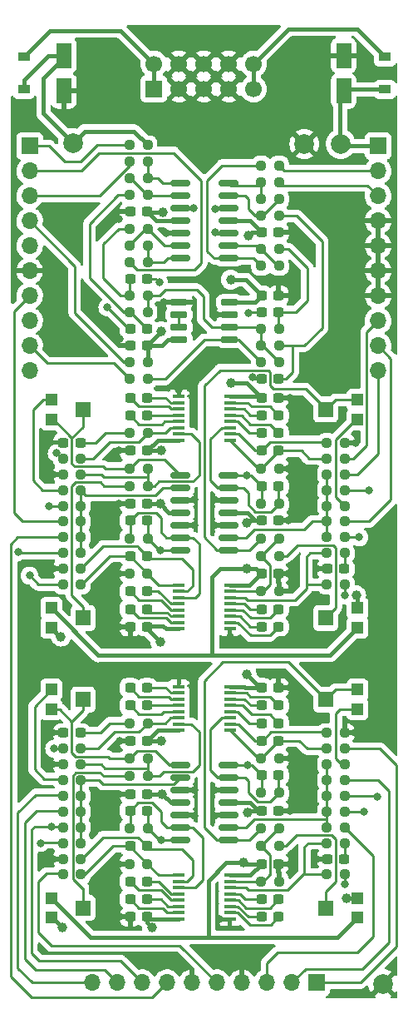
<source format=gbr>
%TF.GenerationSoftware,KiCad,Pcbnew,(6.0.11)*%
%TF.CreationDate,2023-07-04T16:59:20+01:00*%
%TF.ProjectId,Quilter_Components,5175696c-7465-4725-9f43-6f6d706f6e65,rev?*%
%TF.SameCoordinates,Original*%
%TF.FileFunction,Copper,L1,Top*%
%TF.FilePolarity,Positive*%
%FSLAX46Y46*%
G04 Gerber Fmt 4.6, Leading zero omitted, Abs format (unit mm)*
G04 Created by KiCad (PCBNEW (6.0.11)) date 2023-07-04 16:59:20*
%MOMM*%
%LPD*%
G01*
G04 APERTURE LIST*
G04 Aperture macros list*
%AMRoundRect*
0 Rectangle with rounded corners*
0 $1 Rounding radius*
0 $2 $3 $4 $5 $6 $7 $8 $9 X,Y pos of 4 corners*
0 Add a 4 corners polygon primitive as box body*
4,1,4,$2,$3,$4,$5,$6,$7,$8,$9,$2,$3,0*
0 Add four circle primitives for the rounded corners*
1,1,$1+$1,$2,$3*
1,1,$1+$1,$4,$5*
1,1,$1+$1,$6,$7*
1,1,$1+$1,$8,$9*
0 Add four rect primitives between the rounded corners*
20,1,$1+$1,$2,$3,$4,$5,0*
20,1,$1+$1,$4,$5,$6,$7,0*
20,1,$1+$1,$6,$7,$8,$9,0*
20,1,$1+$1,$8,$9,$2,$3,0*%
G04 Aperture macros list end*
%TA.AperFunction,SMDPad,CuDef*%
%ADD10RoundRect,0.237500X0.300000X0.237500X-0.300000X0.237500X-0.300000X-0.237500X0.300000X-0.237500X0*%
%TD*%
%TA.AperFunction,SMDPad,CuDef*%
%ADD11RoundRect,0.150000X0.825000X0.150000X-0.825000X0.150000X-0.825000X-0.150000X0.825000X-0.150000X0*%
%TD*%
%TA.AperFunction,SMDPad,CuDef*%
%ADD12RoundRect,0.237500X0.250000X0.237500X-0.250000X0.237500X-0.250000X-0.237500X0.250000X-0.237500X0*%
%TD*%
%TA.AperFunction,SMDPad,CuDef*%
%ADD13R,1.200000X1.200000*%
%TD*%
%TA.AperFunction,SMDPad,CuDef*%
%ADD14R,1.500000X1.600000*%
%TD*%
%TA.AperFunction,SMDPad,CuDef*%
%ADD15RoundRect,0.237500X-0.300000X-0.237500X0.300000X-0.237500X0.300000X0.237500X-0.300000X0.237500X0*%
%TD*%
%TA.AperFunction,SMDPad,CuDef*%
%ADD16R,1.200000X0.900000*%
%TD*%
%TA.AperFunction,SMDPad,CuDef*%
%ADD17RoundRect,0.237500X-0.250000X-0.237500X0.250000X-0.237500X0.250000X0.237500X-0.250000X0.237500X0*%
%TD*%
%TA.AperFunction,ComponentPad*%
%ADD18R,1.700000X1.700000*%
%TD*%
%TA.AperFunction,ComponentPad*%
%ADD19C,1.700000*%
%TD*%
%TA.AperFunction,SMDPad,CuDef*%
%ADD20RoundRect,0.150000X-0.825000X-0.150000X0.825000X-0.150000X0.825000X0.150000X-0.825000X0.150000X0*%
%TD*%
%TA.AperFunction,SMDPad,CuDef*%
%ADD21RoundRect,0.250000X0.550000X-1.050000X0.550000X1.050000X-0.550000X1.050000X-0.550000X-1.050000X0*%
%TD*%
%TA.AperFunction,ComponentPad*%
%ADD22C,2.000000*%
%TD*%
%TA.AperFunction,SMDPad,CuDef*%
%ADD23R,1.200000X0.400000*%
%TD*%
%TA.AperFunction,SMDPad,CuDef*%
%ADD24RoundRect,0.150000X0.725000X0.150000X-0.725000X0.150000X-0.725000X-0.150000X0.725000X-0.150000X0*%
%TD*%
%TA.AperFunction,ComponentPad*%
%ADD25O,1.700000X1.700000*%
%TD*%
%TA.AperFunction,ViaPad*%
%ADD26C,1.000000*%
%TD*%
%TA.AperFunction,ViaPad*%
%ADD27C,0.800000*%
%TD*%
%TA.AperFunction,Conductor*%
%ADD28C,0.400000*%
%TD*%
%TA.AperFunction,Conductor*%
%ADD29C,0.250000*%
%TD*%
G04 APERTURE END LIST*
D10*
%TO.P,C33,1*%
%TO.N,Net-(C33-Pad1)*%
X64362500Y-137600000D03*
%TO.P,C33,2*%
%TO.N,Net-(C33-Pad2)*%
X62637500Y-137600000D03*
%TD*%
D11*
%TO.P,U2,1*%
%TO.N,Net-(R11-Pad1)*%
X72675000Y-74210000D03*
%TO.P,U2,2,-*%
%TO.N,Net-(R11-Pad2)*%
X72675000Y-72940000D03*
%TO.P,U2,3,+*%
%TO.N,GND*%
X72675000Y-71670000D03*
%TO.P,U2,4,V+*%
%TO.N,+12V*%
X72675000Y-70400000D03*
%TO.P,U2,5,+*%
%TO.N,GND*%
X72675000Y-69130000D03*
%TO.P,U2,6,-*%
%TO.N,Net-(R12-Pad2)*%
X72675000Y-67860000D03*
%TO.P,U2,7*%
%TO.N,Net-(R12-Pad1)*%
X72675000Y-66590000D03*
%TO.P,U2,8*%
%TO.N,Net-(R13-Pad1)*%
X67725000Y-66590000D03*
%TO.P,U2,9,-*%
%TO.N,Net-(R13-Pad2)*%
X67725000Y-67860000D03*
%TO.P,U2,10,+*%
%TO.N,GND*%
X67725000Y-69130000D03*
%TO.P,U2,11,V-*%
%TO.N,-12V*%
X67725000Y-70400000D03*
%TO.P,U2,12,+*%
%TO.N,GND*%
X67725000Y-71670000D03*
%TO.P,U2,13,-*%
%TO.N,Net-(R10-Pad1)*%
X67725000Y-72940000D03*
%TO.P,U2,14*%
%TO.N,Net-(R14-Pad1)*%
X67725000Y-74210000D03*
%TD*%
D12*
%TO.P,R44,1*%
%TO.N,Net-(R44-Pad1)*%
X57612500Y-133700000D03*
%TO.P,R44,2*%
%TO.N,/FREQ_POT*%
X55787500Y-133700000D03*
%TD*%
%TO.P,R23,1*%
%TO.N,/Filter_Voice1/FREQ_CTRL*%
X57612500Y-96200000D03*
%TO.P,R23,2*%
%TO.N,GND*%
X55787500Y-96200000D03*
%TD*%
D13*
%TO.P,FREQ_OFFSET2,1,1*%
%TO.N,+12V*%
X85800000Y-111800000D03*
D14*
%TO.P,FREQ_OFFSET2,2,2*%
%TO.N,Net-(FREQ_OFFSET2-Pad2)*%
X82550000Y-110800000D03*
D13*
%TO.P,FREQ_OFFSET2,3,3*%
%TO.N,-12V*%
X85800000Y-109800000D03*
%TD*%
D15*
%TO.P,C4,1*%
%TO.N,+12V*%
X76037500Y-71600000D03*
%TO.P,C4,2*%
%TO.N,GND*%
X77762500Y-71600000D03*
%TD*%
D16*
%TO.P,D1,1,K*%
%TO.N,+12V*%
X88600000Y-57050000D03*
%TO.P,D1,2,A*%
%TO.N,/+12V_IN*%
X88600000Y-53750000D03*
%TD*%
D17*
%TO.P,R53,1*%
%TO.N,/Q_POT*%
X55787500Y-124100000D03*
%TO.P,R53,2*%
%TO.N,/Filter_Voice3/Q_CTRL*%
X57612500Y-124100000D03*
%TD*%
D15*
%TO.P,C38,1*%
%TO.N,Net-(C38-Pad1)*%
X76037500Y-90200000D03*
%TO.P,C38,2*%
%TO.N,Net-(C38-Pad2)*%
X77762500Y-90200000D03*
%TD*%
D12*
%TO.P,R65,1*%
%TO.N,Net-(C35-Pad1)*%
X84512500Y-133700000D03*
%TO.P,R65,2*%
%TO.N,/Filter_Voice4/Q_CTRL*%
X82687500Y-133700000D03*
%TD*%
D10*
%TO.P,C45,1*%
%TO.N,+12V*%
X64362500Y-128700000D03*
%TO.P,C45,2*%
%TO.N,GND*%
X62637500Y-128700000D03*
%TD*%
D17*
%TO.P,R58,1*%
%TO.N,Net-(R57-Pad1)*%
X82687500Y-132100000D03*
%TO.P,R58,2*%
%TO.N,/FREQ_CV_DAMP4*%
X84512500Y-132100000D03*
%TD*%
D15*
%TO.P,C10,1*%
%TO.N,Net-(C10-Pad1)*%
X76037500Y-97400000D03*
%TO.P,C10,2*%
%TO.N,Net-(C10-Pad2)*%
X77762500Y-97400000D03*
%TD*%
D18*
%TO.P,J4,1,Pin_1*%
%TO.N,/-12V_IN*%
X65060000Y-57000000D03*
D19*
%TO.P,J4,2,Pin_2*%
X65060000Y-54460000D03*
%TO.P,J4,3,Pin_3*%
%TO.N,GND*%
X67600000Y-57000000D03*
%TO.P,J4,4,Pin_4*%
X67600000Y-54460000D03*
%TO.P,J4,5,Pin_5*%
X70140000Y-57000000D03*
%TO.P,J4,6,Pin_6*%
X70140000Y-54460000D03*
%TO.P,J4,7,Pin_7*%
X72680000Y-57000000D03*
%TO.P,J4,8,Pin_8*%
X72680000Y-54460000D03*
%TO.P,J4,9,Pin_9*%
%TO.N,/+12V_IN*%
X75220000Y-57000000D03*
%TO.P,J4,10,Pin_10*%
X75220000Y-54460000D03*
%TD*%
D12*
%TO.P,R76,1*%
%TO.N,-12V*%
X64412500Y-62700000D03*
%TO.P,R76,2*%
%TO.N,/FREQ_POT_-5V*%
X62587500Y-62700000D03*
%TD*%
D15*
%TO.P,C14,1*%
%TO.N,Net-(C14-Pad1)*%
X76037500Y-109900000D03*
%TO.P,C14,2*%
%TO.N,Net-(C14-Pad2)*%
X77762500Y-109900000D03*
%TD*%
D13*
%TO.P,FREQ_OFFSET4,1,1*%
%TO.N,+12V*%
X85800000Y-141300000D03*
D14*
%TO.P,FREQ_OFFSET4,2,2*%
%TO.N,Net-(FREQ_OFFSET4-Pad2)*%
X82550000Y-140300000D03*
D13*
%TO.P,FREQ_OFFSET4,3,3*%
%TO.N,-12V*%
X85800000Y-139300000D03*
%TD*%
D12*
%TO.P,R35,1*%
%TO.N,/Filter_Voice2/FREQ_CTRL*%
X77812500Y-102700000D03*
%TO.P,R35,2*%
%TO.N,Net-(R35-Pad2)*%
X75987500Y-102700000D03*
%TD*%
D17*
%TO.P,R2,1*%
%TO.N,Net-(R2-Pad1)*%
X75987500Y-81400000D03*
%TO.P,R2,2*%
%TO.N,/Audio_Out1*%
X77812500Y-81400000D03*
%TD*%
D15*
%TO.P,C30,1*%
%TO.N,Net-(C30-Pad1)*%
X76037500Y-139400000D03*
%TO.P,C30,2*%
%TO.N,Net-(C30-Pad2)*%
X77762500Y-139400000D03*
%TD*%
D10*
%TO.P,C3,1*%
%TO.N,+12V*%
X64362500Y-83100000D03*
%TO.P,C3,2*%
%TO.N,GND*%
X62637500Y-83100000D03*
%TD*%
D17*
%TO.P,R21,1*%
%TO.N,Net-(R21-Pad1)*%
X55787500Y-97800000D03*
%TO.P,R21,2*%
%TO.N,Net-(R18-Pad1)*%
X57612500Y-97800000D03*
%TD*%
D10*
%TO.P,C28,1*%
%TO.N,GND*%
X77762500Y-117900000D03*
%TO.P,C28,2*%
%TO.N,-12V*%
X76037500Y-117900000D03*
%TD*%
D12*
%TO.P,R42,1*%
%TO.N,GND*%
X77812500Y-125100000D03*
%TO.P,R42,2*%
%TO.N,Net-(C21-Pad2)*%
X75987500Y-125100000D03*
%TD*%
D15*
%TO.P,C15,1*%
%TO.N,Net-(C15-Pad1)*%
X76037500Y-111700000D03*
%TO.P,C15,2*%
%TO.N,Net-(C15-Pad2)*%
X77762500Y-111700000D03*
%TD*%
D13*
%TO.P,V_OCT4,1,1*%
%TO.N,Net-(R60-Pad1)*%
X85800000Y-120100000D03*
D14*
%TO.P,V_OCT4,2,2*%
%TO.N,Net-(R61-Pad2)*%
X82550000Y-119100000D03*
D13*
%TO.P,V_OCT4,3,3*%
X85800000Y-118100000D03*
%TD*%
D15*
%TO.P,C31,1*%
%TO.N,Net-(C31-Pad1)*%
X76037500Y-141200000D03*
%TO.P,C31,2*%
%TO.N,Net-(C31-Pad2)*%
X77762500Y-141200000D03*
%TD*%
D12*
%TO.P,R75,1*%
%TO.N,Net-(R13-Pad1)*%
X64412500Y-64400000D03*
%TO.P,R75,2*%
%TO.N,/AUDIO_BUFF4*%
X62587500Y-64400000D03*
%TD*%
%TO.P,R73,1*%
%TO.N,Net-(R14-Pad1)*%
X64412500Y-74600000D03*
%TO.P,R73,2*%
%TO.N,/AUDIO_BUFF2*%
X62587500Y-74600000D03*
%TD*%
D10*
%TO.P,C11,1*%
%TO.N,Net-(C11-Pad1)*%
X57562500Y-93000000D03*
%TO.P,C11,2*%
%TO.N,GND*%
X55837500Y-93000000D03*
%TD*%
D17*
%TO.P,R74,1*%
%TO.N,Net-(R12-Pad1)*%
X75987500Y-66500000D03*
%TO.P,R74,2*%
%TO.N,/AUDIO_BUFF3*%
X77812500Y-66500000D03*
%TD*%
%TO.P,R37,1*%
%TO.N,/Filter_Voice2/FREQ_CTRL*%
X75987500Y-104500000D03*
%TO.P,R37,2*%
%TO.N,Net-(FREQ_OFFSET2-Pad2)*%
X77812500Y-104500000D03*
%TD*%
%TO.P,R57,1*%
%TO.N,Net-(R57-Pad1)*%
X82687500Y-128900000D03*
%TO.P,R57,2*%
%TO.N,/FREQ_POT*%
X84512500Y-128900000D03*
%TD*%
D12*
%TO.P,R50,1*%
%TO.N,/Filter_Voice3/FREQ_CTRL*%
X64412500Y-126900000D03*
%TO.P,R50,2*%
%TO.N,Net-(FREQ_OFFSET3-Pad2)*%
X62587500Y-126900000D03*
%TD*%
D15*
%TO.P,C9,1*%
%TO.N,Net-(C9-Pad1)*%
X76037500Y-92000000D03*
%TO.P,C9,2*%
%TO.N,Net-(C9-Pad2)*%
X77762500Y-92000000D03*
%TD*%
D17*
%TO.P,R51,1*%
%TO.N,Net-(C26-Pad1)*%
X75987500Y-128600000D03*
%TO.P,R51,2*%
%TO.N,Net-(C26-Pad2)*%
X77812500Y-128600000D03*
%TD*%
%TO.P,R27,1*%
%TO.N,/Q_POT*%
X55787500Y-94600000D03*
%TO.P,R27,2*%
%TO.N,/Filter_Voice1/Q_CTRL*%
X57612500Y-94600000D03*
%TD*%
%TO.P,R33,1*%
%TO.N,Net-(R31-Pad1)*%
X82687500Y-96200000D03*
%TO.P,R33,2*%
%TO.N,/FREQ_V_OCT2*%
X84512500Y-96200000D03*
%TD*%
D12*
%TO.P,R9,1*%
%TO.N,Net-(R13-Pad2)*%
X64412500Y-67800000D03*
%TO.P,R9,2*%
%TO.N,/Audio_Out4*%
X62587500Y-67800000D03*
%TD*%
%TO.P,R13,1*%
%TO.N,Net-(R13-Pad1)*%
X64412500Y-66100000D03*
%TO.P,R13,2*%
%TO.N,Net-(R13-Pad2)*%
X62587500Y-66100000D03*
%TD*%
%TO.P,R46,1*%
%TO.N,Net-(R44-Pad1)*%
X57612500Y-128900000D03*
%TO.P,R46,2*%
%TO.N,/FREQ_V_OCT3*%
X55787500Y-128900000D03*
%TD*%
%TO.P,R22,1*%
%TO.N,/Filter_Voice1/FREQ_CTRL*%
X64412500Y-95600000D03*
%TO.P,R22,2*%
%TO.N,Net-(R22-Pad2)*%
X62587500Y-95600000D03*
%TD*%
D20*
%TO.P,U4,1*%
%TO.N,Net-(R48-Pad2)*%
X67725000Y-125790000D03*
%TO.P,U4,2,-*%
%TO.N,Net-(R44-Pad1)*%
X67725000Y-127060000D03*
%TO.P,U4,3,+*%
%TO.N,GND*%
X67725000Y-128330000D03*
%TO.P,U4,4,V+*%
%TO.N,+12V*%
X67725000Y-129600000D03*
%TO.P,U4,5,+*%
%TO.N,GND*%
X67725000Y-130870000D03*
%TO.P,U4,6,-*%
%TO.N,Net-(C34-Pad2)*%
X67725000Y-132140000D03*
%TO.P,U4,7*%
%TO.N,Net-(C34-Pad1)*%
X67725000Y-133410000D03*
%TO.P,U4,8*%
%TO.N,Net-(R61-Pad2)*%
X72675000Y-133410000D03*
%TO.P,U4,9,-*%
%TO.N,Net-(R57-Pad1)*%
X72675000Y-132140000D03*
%TO.P,U4,10,+*%
%TO.N,GND*%
X72675000Y-130870000D03*
%TO.P,U4,11,V-*%
%TO.N,-12V*%
X72675000Y-129600000D03*
%TO.P,U4,12,+*%
%TO.N,GND*%
X72675000Y-128330000D03*
%TO.P,U4,13,-*%
%TO.N,Net-(C26-Pad2)*%
X72675000Y-127060000D03*
%TO.P,U4,14*%
%TO.N,Net-(C26-Pad1)*%
X72675000Y-125790000D03*
%TD*%
D21*
%TO.P,C2,1*%
%TO.N,GND*%
X55900000Y-57200000D03*
%TO.P,C2,2*%
%TO.N,-12V*%
X55900000Y-53600000D03*
%TD*%
D15*
%TO.P,C22,1*%
%TO.N,Net-(C22-Pad1)*%
X62637500Y-119700000D03*
%TO.P,C22,2*%
%TO.N,Net-(C22-Pad2)*%
X64362500Y-119700000D03*
%TD*%
D10*
%TO.P,C17,1*%
%TO.N,Net-(C17-Pad1)*%
X64362500Y-108100000D03*
%TO.P,C17,2*%
%TO.N,Net-(C17-Pad2)*%
X62637500Y-108100000D03*
%TD*%
%TO.P,C40,1*%
%TO.N,+12V*%
X64362500Y-93800000D03*
%TO.P,C40,2*%
%TO.N,GND*%
X62637500Y-93800000D03*
%TD*%
%TO.P,C19,1*%
%TO.N,Net-(C19-Pad1)*%
X84462500Y-105800000D03*
%TO.P,C19,2*%
%TO.N,GND*%
X82737500Y-105800000D03*
%TD*%
D12*
%TO.P,R38,1*%
%TO.N,Net-(C18-Pad1)*%
X64412500Y-102700000D03*
%TO.P,R38,2*%
%TO.N,Net-(C18-Pad2)*%
X62587500Y-102700000D03*
%TD*%
%TO.P,R18,1*%
%TO.N,Net-(R18-Pad1)*%
X57612500Y-104200000D03*
%TO.P,R18,2*%
%TO.N,/FREQ_POT*%
X55787500Y-104200000D03*
%TD*%
D22*
%TO.P,TP2,1,1*%
%TO.N,-12V*%
X56800000Y-62500000D03*
%TD*%
D13*
%TO.P,V_OCT3,1,1*%
%TO.N,Net-(R47-Pad1)*%
X54600000Y-118100000D03*
D14*
%TO.P,V_OCT3,2,2*%
%TO.N,Net-(R48-Pad2)*%
X57850000Y-119100000D03*
D13*
%TO.P,V_OCT3,3,3*%
X54600000Y-120100000D03*
%TD*%
D12*
%TO.P,R16,1*%
%TO.N,GND*%
X77812500Y-95600000D03*
%TO.P,R16,2*%
%TO.N,Net-(C37-Pad2)*%
X75987500Y-95600000D03*
%TD*%
%TO.P,R10,1*%
%TO.N,Net-(R10-Pad1)*%
X64412500Y-71200000D03*
%TO.P,R10,2*%
%TO.N,/Audio_Out2*%
X62587500Y-71200000D03*
%TD*%
D13*
%TO.P,V_OCT1,1,1*%
%TO.N,Net-(R21-Pad1)*%
X54600000Y-88600000D03*
D14*
%TO.P,V_OCT1,2,2*%
%TO.N,Net-(R22-Pad2)*%
X57850000Y-89600000D03*
D13*
%TO.P,V_OCT1,3,3*%
X54600000Y-90600000D03*
%TD*%
D10*
%TO.P,C18,1*%
%TO.N,Net-(C18-Pad1)*%
X64362500Y-100900000D03*
%TO.P,C18,2*%
%TO.N,Net-(C18-Pad2)*%
X62637500Y-100900000D03*
%TD*%
D17*
%TO.P,R62,1*%
%TO.N,/Filter_Voice4/FREQ_CTRL*%
X75987500Y-137600000D03*
%TO.P,R62,2*%
%TO.N,GND*%
X77812500Y-137600000D03*
%TD*%
D12*
%TO.P,R34,1*%
%TO.N,Net-(R34-Pad1)*%
X84512500Y-99400000D03*
%TO.P,R34,2*%
%TO.N,Net-(R31-Pad1)*%
X82687500Y-99400000D03*
%TD*%
%TO.P,R69,1*%
%TO.N,Net-(R44-Pad1)*%
X57612500Y-132100000D03*
%TO.P,R69,2*%
%TO.N,/FREQ_JACK*%
X55787500Y-132100000D03*
%TD*%
D16*
%TO.P,D2,1,K*%
%TO.N,/-12V_IN*%
X51800000Y-53750000D03*
%TO.P,D2,2,A*%
%TO.N,-12V*%
X51800000Y-57050000D03*
%TD*%
D12*
%TO.P,R19,1*%
%TO.N,Net-(R18-Pad1)*%
X57612500Y-102600000D03*
%TO.P,R19,2*%
%TO.N,/FREQ_CV_DAMP1*%
X55787500Y-102600000D03*
%TD*%
%TO.P,R64,1*%
%TO.N,Net-(C34-Pad1)*%
X64412500Y-132200000D03*
%TO.P,R64,2*%
%TO.N,Net-(C34-Pad2)*%
X62587500Y-132200000D03*
%TD*%
D15*
%TO.P,C21,1*%
%TO.N,Net-(C21-Pad1)*%
X76037500Y-123300000D03*
%TO.P,C21,2*%
%TO.N,Net-(C21-Pad2)*%
X77762500Y-123300000D03*
%TD*%
%TO.P,C5,1*%
%TO.N,-12V*%
X76037500Y-78000000D03*
%TO.P,C5,2*%
%TO.N,GND*%
X77762500Y-78000000D03*
%TD*%
D23*
%TO.P,U7,1,SIG_IN+*%
%TO.N,Net-(C13-Pad2)*%
X67600000Y-107477500D03*
%TO.P,U7,2,SIG_IN-*%
%TO.N,Net-(C13-Pad1)*%
X67600000Y-108112500D03*
%TO.P,U7,3,OUT*%
%TO.N,Net-(C18-Pad2)*%
X67600000Y-108747500D03*
%TO.P,U7,4,C4A*%
%TO.N,Net-(C17-Pad1)*%
X67600000Y-109382500D03*
%TO.P,U7,5,C4B*%
%TO.N,Net-(C17-Pad2)*%
X67600000Y-110017500D03*
%TO.P,U7,6,C3A*%
%TO.N,Net-(C16-Pad1)*%
X67600000Y-110652500D03*
%TO.P,U7,7,C3B*%
%TO.N,Net-(C16-Pad2)*%
X67600000Y-111287500D03*
%TO.P,U7,8,V-*%
%TO.N,-12V*%
X67600000Y-111922500D03*
%TO.P,U7,9,GND*%
%TO.N,GND*%
X72800000Y-111922500D03*
%TO.P,U7,10,C2B*%
%TO.N,Net-(C15-Pad2)*%
X72800000Y-111287500D03*
%TO.P,U7,11,C2A*%
%TO.N,Net-(C15-Pad1)*%
X72800000Y-110652500D03*
%TO.P,U7,12,C1B*%
%TO.N,Net-(C14-Pad2)*%
X72800000Y-110017500D03*
%TO.P,U7,13,C1A*%
%TO.N,Net-(C14-Pad1)*%
X72800000Y-109382500D03*
%TO.P,U7,14,Q_CTRL*%
%TO.N,/Filter_Voice2/Q_CTRL*%
X72800000Y-108747500D03*
%TO.P,U7,15,FREQ_CTRL*%
%TO.N,/Filter_Voice2/FREQ_CTRL*%
X72800000Y-108112500D03*
%TO.P,U7,16,V+*%
%TO.N,+12V*%
X72800000Y-107477500D03*
%TD*%
D17*
%TO.P,R68,1*%
%TO.N,Net-(R31-Pad1)*%
X82687500Y-102600000D03*
%TO.P,R68,2*%
%TO.N,/FREQ_JACK*%
X84512500Y-102600000D03*
%TD*%
D10*
%TO.P,C34,1*%
%TO.N,Net-(C34-Pad1)*%
X64362500Y-130400000D03*
%TO.P,C34,2*%
%TO.N,Net-(C34-Pad2)*%
X62637500Y-130400000D03*
%TD*%
D17*
%TO.P,R36,1*%
%TO.N,/Filter_Voice2/FREQ_CTRL*%
X75987500Y-108100000D03*
%TO.P,R36,2*%
%TO.N,GND*%
X77812500Y-108100000D03*
%TD*%
D12*
%TO.P,R3,1*%
%TO.N,Net-(R2-Pad1)*%
X64412500Y-78000000D03*
%TO.P,R3,2*%
%TO.N,/Audio_Out2*%
X62587500Y-78000000D03*
%TD*%
D17*
%TO.P,R6,1*%
%TO.N,Net-(R6-Pad1)*%
X75987500Y-84800000D03*
%TO.P,R6,2*%
%TO.N,Net-(R2-Pad1)*%
X77812500Y-84800000D03*
%TD*%
D12*
%TO.P,R56,1*%
%TO.N,Net-(C29-Pad1)*%
X57612500Y-135300000D03*
%TO.P,R56,2*%
%TO.N,GND*%
X55787500Y-135300000D03*
%TD*%
D17*
%TO.P,R52,1*%
%TO.N,Net-(C27-Pad1)*%
X62587500Y-121500000D03*
%TO.P,R52,2*%
%TO.N,/Filter_Voice3/Q_CTRL*%
X64412500Y-121500000D03*
%TD*%
D23*
%TO.P,U10,1,SIG_IN+*%
%TO.N,Net-(C29-Pad2)*%
X67600000Y-136977500D03*
%TO.P,U10,2,SIG_IN-*%
%TO.N,Net-(C29-Pad1)*%
X67600000Y-137612500D03*
%TO.P,U10,3,OUT*%
%TO.N,Net-(C34-Pad2)*%
X67600000Y-138247500D03*
%TO.P,U10,4,C4A*%
%TO.N,Net-(C33-Pad1)*%
X67600000Y-138882500D03*
%TO.P,U10,5,C4B*%
%TO.N,Net-(C33-Pad2)*%
X67600000Y-139517500D03*
%TO.P,U10,6,C3A*%
%TO.N,Net-(C32-Pad1)*%
X67600000Y-140152500D03*
%TO.P,U10,7,C3B*%
%TO.N,Net-(C32-Pad2)*%
X67600000Y-140787500D03*
%TO.P,U10,8,V-*%
%TO.N,-12V*%
X67600000Y-141422500D03*
%TO.P,U10,9,GND*%
%TO.N,GND*%
X72800000Y-141422500D03*
%TO.P,U10,10,C2B*%
%TO.N,Net-(C31-Pad2)*%
X72800000Y-140787500D03*
%TO.P,U10,11,C2A*%
%TO.N,Net-(C31-Pad1)*%
X72800000Y-140152500D03*
%TO.P,U10,12,C1B*%
%TO.N,Net-(C30-Pad2)*%
X72800000Y-139517500D03*
%TO.P,U10,13,C1A*%
%TO.N,Net-(C30-Pad1)*%
X72800000Y-138882500D03*
%TO.P,U10,14,Q_CTRL*%
%TO.N,/Filter_Voice4/Q_CTRL*%
X72800000Y-138247500D03*
%TO.P,U10,15,FREQ_CTRL*%
%TO.N,/Filter_Voice4/FREQ_CTRL*%
X72800000Y-137612500D03*
%TO.P,U10,16,V+*%
%TO.N,+12V*%
X72800000Y-136977500D03*
%TD*%
D17*
%TO.P,R7,1*%
%TO.N,Net-(R11-Pad2)*%
X75987500Y-73300000D03*
%TO.P,R7,2*%
%TO.N,/Audio_Out1*%
X77812500Y-73300000D03*
%TD*%
D12*
%TO.P,R67,1*%
%TO.N,Net-(R18-Pad1)*%
X57612500Y-99400000D03*
%TO.P,R67,2*%
%TO.N,/FREQ_JACK*%
X55787500Y-99400000D03*
%TD*%
%TO.P,R54,1*%
%TO.N,Net-(C29-Pad2)*%
X57612500Y-136900000D03*
%TO.P,R54,2*%
%TO.N,/AUDIO_IN4*%
X55787500Y-136900000D03*
%TD*%
D15*
%TO.P,C24,1*%
%TO.N,Net-(C24-Pad1)*%
X76037500Y-119700000D03*
%TO.P,C24,2*%
%TO.N,Net-(C24-Pad2)*%
X77762500Y-119700000D03*
%TD*%
D17*
%TO.P,R12,1*%
%TO.N,Net-(R12-Pad1)*%
X75987500Y-68200000D03*
%TO.P,R12,2*%
%TO.N,Net-(R12-Pad2)*%
X77812500Y-68200000D03*
%TD*%
%TO.P,R26,1*%
%TO.N,Net-(C11-Pad1)*%
X62587500Y-92000000D03*
%TO.P,R26,2*%
%TO.N,/Filter_Voice1/Q_CTRL*%
X64412500Y-92000000D03*
%TD*%
D10*
%TO.P,C49,1*%
%TO.N,/Audio_Out3*%
X77762500Y-86500000D03*
%TO.P,C49,2*%
%TO.N,Net-(C26-Pad1)*%
X76037500Y-86500000D03*
%TD*%
D12*
%TO.P,R20,1*%
%TO.N,Net-(R18-Pad1)*%
X57612500Y-101000000D03*
%TO.P,R20,2*%
%TO.N,/FREQ_V_OCT1*%
X55787500Y-101000000D03*
%TD*%
D17*
%TO.P,R8,1*%
%TO.N,Net-(R12-Pad2)*%
X75987500Y-69900000D03*
%TO.P,R8,2*%
%TO.N,/Audio_Out3*%
X77812500Y-69900000D03*
%TD*%
D15*
%TO.P,C25,1*%
%TO.N,Net-(C25-Pad1)*%
X76037500Y-121500000D03*
%TO.P,C25,2*%
%TO.N,Net-(C25-Pad2)*%
X77762500Y-121500000D03*
%TD*%
D12*
%TO.P,R28,1*%
%TO.N,Net-(C13-Pad2)*%
X57612500Y-107400000D03*
%TO.P,R28,2*%
%TO.N,/AUDIO_IN2*%
X55787500Y-107400000D03*
%TD*%
D15*
%TO.P,C37,1*%
%TO.N,Net-(C37-Pad1)*%
X76037500Y-93800000D03*
%TO.P,C37,2*%
%TO.N,Net-(C37-Pad2)*%
X77762500Y-93800000D03*
%TD*%
D23*
%TO.P,U5,1,SIG_IN+*%
%TO.N,Net-(C37-Pad2)*%
X72800000Y-92722500D03*
%TO.P,U5,2,SIG_IN-*%
%TO.N,Net-(C37-Pad1)*%
X72800000Y-92087500D03*
%TO.P,U5,3,OUT*%
%TO.N,Net-(C10-Pad2)*%
X72800000Y-91452500D03*
%TO.P,U5,4,C4A*%
%TO.N,Net-(C9-Pad1)*%
X72800000Y-90817500D03*
%TO.P,U5,5,C4B*%
%TO.N,Net-(C9-Pad2)*%
X72800000Y-90182500D03*
%TO.P,U5,6,C3A*%
%TO.N,Net-(C38-Pad1)*%
X72800000Y-89547500D03*
%TO.P,U5,7,C3B*%
%TO.N,Net-(C38-Pad2)*%
X72800000Y-88912500D03*
%TO.P,U5,8,V-*%
%TO.N,-12V*%
X72800000Y-88277500D03*
%TO.P,U5,9,GND*%
%TO.N,GND*%
X67600000Y-88277500D03*
%TO.P,U5,10,C2B*%
%TO.N,Net-(C7-Pad2)*%
X67600000Y-88912500D03*
%TO.P,U5,11,C2A*%
%TO.N,Net-(C7-Pad1)*%
X67600000Y-89547500D03*
%TO.P,U5,12,C1B*%
%TO.N,Net-(C6-Pad2)*%
X67600000Y-90182500D03*
%TO.P,U5,13,C1A*%
%TO.N,Net-(C6-Pad1)*%
X67600000Y-90817500D03*
%TO.P,U5,14,Q_CTRL*%
%TO.N,/Filter_Voice1/Q_CTRL*%
X67600000Y-91452500D03*
%TO.P,U5,15,FREQ_CTRL*%
%TO.N,/Filter_Voice1/FREQ_CTRL*%
X67600000Y-92087500D03*
%TO.P,U5,16,V+*%
%TO.N,+12V*%
X67600000Y-92722500D03*
%TD*%
D17*
%TO.P,R72,1*%
%TO.N,Net-(R11-Pad1)*%
X75987500Y-64800000D03*
%TO.P,R72,2*%
%TO.N,/AUDIO_BUFF1*%
X77812500Y-64800000D03*
%TD*%
%TO.P,R55,1*%
%TO.N,GND*%
X62575000Y-135800000D03*
%TO.P,R55,2*%
%TO.N,Net-(C29-Pad2)*%
X64400000Y-135800000D03*
%TD*%
%TO.P,R41,1*%
%TO.N,Net-(C21-Pad2)*%
X82687500Y-124100000D03*
%TO.P,R41,2*%
%TO.N,/AUDIO_IN3*%
X84512500Y-124100000D03*
%TD*%
D15*
%TO.P,C46,1*%
%TO.N,+12V*%
X76037500Y-135800000D03*
%TO.P,C46,2*%
%TO.N,GND*%
X77762500Y-135800000D03*
%TD*%
D17*
%TO.P,R70,1*%
%TO.N,Net-(R57-Pad1)*%
X82687500Y-130500000D03*
%TO.P,R70,2*%
%TO.N,/FREQ_JACK*%
X84512500Y-130500000D03*
%TD*%
D15*
%TO.P,C36,1*%
%TO.N,GND*%
X62637500Y-141200000D03*
%TO.P,C36,2*%
%TO.N,-12V*%
X64362500Y-141200000D03*
%TD*%
D10*
%TO.P,C12,1*%
%TO.N,GND*%
X77762500Y-88400000D03*
%TO.P,C12,2*%
%TO.N,-12V*%
X76037500Y-88400000D03*
%TD*%
D23*
%TO.P,U9,1,SIG_IN+*%
%TO.N,Net-(C21-Pad2)*%
X72800000Y-122222500D03*
%TO.P,U9,2,SIG_IN-*%
%TO.N,Net-(C21-Pad1)*%
X72800000Y-121587500D03*
%TO.P,U9,3,OUT*%
%TO.N,Net-(C26-Pad2)*%
X72800000Y-120952500D03*
%TO.P,U9,4,C4A*%
%TO.N,Net-(C25-Pad1)*%
X72800000Y-120317500D03*
%TO.P,U9,5,C4B*%
%TO.N,Net-(C25-Pad2)*%
X72800000Y-119682500D03*
%TO.P,U9,6,C3A*%
%TO.N,Net-(C24-Pad1)*%
X72800000Y-119047500D03*
%TO.P,U9,7,C3B*%
%TO.N,Net-(C24-Pad2)*%
X72800000Y-118412500D03*
%TO.P,U9,8,V-*%
%TO.N,-12V*%
X72800000Y-117777500D03*
%TO.P,U9,9,GND*%
%TO.N,GND*%
X67600000Y-117777500D03*
%TO.P,U9,10,C2B*%
%TO.N,Net-(C23-Pad2)*%
X67600000Y-118412500D03*
%TO.P,U9,11,C2A*%
%TO.N,Net-(C23-Pad1)*%
X67600000Y-119047500D03*
%TO.P,U9,12,C1B*%
%TO.N,Net-(C22-Pad2)*%
X67600000Y-119682500D03*
%TO.P,U9,13,C1A*%
%TO.N,Net-(C22-Pad1)*%
X67600000Y-120317500D03*
%TO.P,U9,14,Q_CTRL*%
%TO.N,/Filter_Voice3/Q_CTRL*%
X67600000Y-120952500D03*
%TO.P,U9,15,FREQ_CTRL*%
%TO.N,/Filter_Voice3/FREQ_CTRL*%
X67600000Y-121587500D03*
%TO.P,U9,16,V+*%
%TO.N,+12V*%
X67600000Y-122222500D03*
%TD*%
D17*
%TO.P,R32,1*%
%TO.N,Net-(R31-Pad1)*%
X82687500Y-101000000D03*
%TO.P,R32,2*%
%TO.N,/FREQ_CV_DAMP2*%
X84512500Y-101000000D03*
%TD*%
D12*
%TO.P,R48,1*%
%TO.N,/Filter_Voice3/FREQ_CTRL*%
X64412500Y-125100000D03*
%TO.P,R48,2*%
%TO.N,Net-(R48-Pad2)*%
X62587500Y-125100000D03*
%TD*%
D10*
%TO.P,C27,1*%
%TO.N,Net-(C27-Pad1)*%
X57562500Y-122500000D03*
%TO.P,C27,2*%
%TO.N,GND*%
X55837500Y-122500000D03*
%TD*%
D12*
%TO.P,R30,1*%
%TO.N,Net-(C13-Pad1)*%
X57612500Y-105800000D03*
%TO.P,R30,2*%
%TO.N,GND*%
X55787500Y-105800000D03*
%TD*%
D13*
%TO.P,FREQ_OFFSET3,1,1*%
%TO.N,+12V*%
X54600000Y-139300000D03*
D14*
%TO.P,FREQ_OFFSET3,2,2*%
%TO.N,Net-(FREQ_OFFSET3-Pad2)*%
X57850000Y-140300000D03*
D13*
%TO.P,FREQ_OFFSET3,3,3*%
%TO.N,-12V*%
X54600000Y-141300000D03*
%TD*%
D12*
%TO.P,R40,1*%
%TO.N,/Q_POT*%
X84512500Y-107400000D03*
%TO.P,R40,2*%
%TO.N,/Filter_Voice2/Q_CTRL*%
X82687500Y-107400000D03*
%TD*%
D13*
%TO.P,FREQ_OFFSET1,1,1*%
%TO.N,+12V*%
X54600000Y-109800000D03*
D14*
%TO.P,FREQ_OFFSET1,2,2*%
%TO.N,Net-(FREQ_OFFSET1-Pad2)*%
X57850000Y-110800000D03*
D13*
%TO.P,FREQ_OFFSET1,3,3*%
%TO.N,-12V*%
X54600000Y-111800000D03*
%TD*%
D22*
%TO.P,TP4,1,1*%
%TO.N,GND*%
X80400000Y-62600000D03*
%TD*%
D10*
%TO.P,C44,1*%
%TO.N,+12V*%
X64362500Y-123300000D03*
%TO.P,C44,2*%
%TO.N,GND*%
X62637500Y-123300000D03*
%TD*%
%TO.P,C8,1*%
%TO.N,-12V*%
X64362500Y-69500000D03*
%TO.P,C8,2*%
%TO.N,GND*%
X62637500Y-69500000D03*
%TD*%
D20*
%TO.P,U3,1*%
%TO.N,Net-(R22-Pad2)*%
X67725000Y-96290000D03*
%TO.P,U3,2,-*%
%TO.N,Net-(R18-Pad1)*%
X67725000Y-97560000D03*
%TO.P,U3,3,+*%
%TO.N,GND*%
X67725000Y-98830000D03*
%TO.P,U3,4,V+*%
%TO.N,+12V*%
X67725000Y-100100000D03*
%TO.P,U3,5,+*%
%TO.N,GND*%
X67725000Y-101370000D03*
%TO.P,U3,6,-*%
%TO.N,Net-(C18-Pad2)*%
X67725000Y-102640000D03*
%TO.P,U3,7*%
%TO.N,Net-(C18-Pad1)*%
X67725000Y-103910000D03*
%TO.P,U3,8*%
%TO.N,Net-(R35-Pad2)*%
X72675000Y-103910000D03*
%TO.P,U3,9,-*%
%TO.N,Net-(R31-Pad1)*%
X72675000Y-102640000D03*
%TO.P,U3,10,+*%
%TO.N,GND*%
X72675000Y-101370000D03*
%TO.P,U3,11,V-*%
%TO.N,-12V*%
X72675000Y-100100000D03*
%TO.P,U3,12,+*%
%TO.N,GND*%
X72675000Y-98830000D03*
%TO.P,U3,13,-*%
%TO.N,Net-(C10-Pad2)*%
X72675000Y-97560000D03*
%TO.P,U3,14*%
%TO.N,Net-(C10-Pad1)*%
X72675000Y-96290000D03*
%TD*%
D10*
%TO.P,C47,1*%
%TO.N,/Audio_Out1*%
X77762500Y-79700000D03*
%TO.P,C47,2*%
%TO.N,Net-(C10-Pad1)*%
X76037500Y-79700000D03*
%TD*%
%TO.P,C50,1*%
%TO.N,/Audio_Out4*%
X64362500Y-81400000D03*
%TO.P,C50,2*%
%TO.N,Net-(C34-Pad1)*%
X62637500Y-81400000D03*
%TD*%
D12*
%TO.P,R66,1*%
%TO.N,/Q_POT*%
X84512500Y-136900000D03*
%TO.P,R66,2*%
%TO.N,/Filter_Voice4/Q_CTRL*%
X82687500Y-136900000D03*
%TD*%
D17*
%TO.P,R4,1*%
%TO.N,Net-(R2-Pad1)*%
X75987500Y-83100000D03*
%TO.P,R4,2*%
%TO.N,/Audio_Out3*%
X77812500Y-83100000D03*
%TD*%
D15*
%TO.P,C41,1*%
%TO.N,-12V*%
X76037500Y-130400000D03*
%TO.P,C41,2*%
%TO.N,GND*%
X77762500Y-130400000D03*
%TD*%
D17*
%TO.P,R59,1*%
%TO.N,Net-(R57-Pad1)*%
X82687500Y-127300000D03*
%TO.P,R59,2*%
%TO.N,/FREQ_V_OCT4*%
X84512500Y-127300000D03*
%TD*%
D10*
%TO.P,C43,1*%
%TO.N,+12V*%
X64362500Y-99200000D03*
%TO.P,C43,2*%
%TO.N,GND*%
X62637500Y-99200000D03*
%TD*%
D12*
%TO.P,R1,1*%
%TO.N,+12V*%
X64412500Y-84800000D03*
%TO.P,R1,2*%
%TO.N,/FREQ_POT_5V*%
X62587500Y-84800000D03*
%TD*%
D10*
%TO.P,C16,1*%
%TO.N,Net-(C16-Pad1)*%
X64362500Y-109900000D03*
%TO.P,C16,2*%
%TO.N,Net-(C16-Pad2)*%
X62637500Y-109900000D03*
%TD*%
D17*
%TO.P,R25,1*%
%TO.N,Net-(C10-Pad1)*%
X75987500Y-99200000D03*
%TO.P,R25,2*%
%TO.N,Net-(C10-Pad2)*%
X77812500Y-99200000D03*
%TD*%
D13*
%TO.P,V_OCT2,1,1*%
%TO.N,Net-(R34-Pad1)*%
X85800000Y-90600000D03*
D14*
%TO.P,V_OCT2,2,2*%
%TO.N,Net-(R35-Pad2)*%
X82550000Y-89600000D03*
D13*
%TO.P,V_OCT2,3,3*%
X85800000Y-88600000D03*
%TD*%
D17*
%TO.P,R47,1*%
%TO.N,Net-(R47-Pad1)*%
X55787500Y-127300000D03*
%TO.P,R47,2*%
%TO.N,Net-(R44-Pad1)*%
X57612500Y-127300000D03*
%TD*%
D10*
%TO.P,C13,1*%
%TO.N,Net-(C13-Pad1)*%
X64362500Y-104500000D03*
%TO.P,C13,2*%
%TO.N,Net-(C13-Pad2)*%
X62637500Y-104500000D03*
%TD*%
D12*
%TO.P,R14,1*%
%TO.N,Net-(R14-Pad1)*%
X64412500Y-72900000D03*
%TO.P,R14,2*%
%TO.N,Net-(R10-Pad1)*%
X62587500Y-72900000D03*
%TD*%
D17*
%TO.P,R15,1*%
%TO.N,Net-(C37-Pad2)*%
X82687500Y-94600000D03*
%TO.P,R15,2*%
%TO.N,/AUDIO_IN1*%
X84512500Y-94600000D03*
%TD*%
%TO.P,R17,1*%
%TO.N,Net-(C37-Pad1)*%
X82687500Y-93000000D03*
%TO.P,R17,2*%
%TO.N,GND*%
X84512500Y-93000000D03*
%TD*%
D12*
%TO.P,R24,1*%
%TO.N,/Filter_Voice1/FREQ_CTRL*%
X64412500Y-97400000D03*
%TO.P,R24,2*%
%TO.N,Net-(FREQ_OFFSET1-Pad2)*%
X62587500Y-97400000D03*
%TD*%
D22*
%TO.P,TP1,1,1*%
%TO.N,+12V*%
X84100000Y-62600000D03*
%TD*%
D15*
%TO.P,C6,1*%
%TO.N,Net-(C6-Pad1)*%
X62637500Y-90200000D03*
%TO.P,C6,2*%
%TO.N,Net-(C6-Pad2)*%
X64362500Y-90200000D03*
%TD*%
%TO.P,C23,1*%
%TO.N,Net-(C23-Pad1)*%
X62637500Y-117900000D03*
%TO.P,C23,2*%
%TO.N,Net-(C23-Pad2)*%
X64362500Y-117900000D03*
%TD*%
D17*
%TO.P,R31,1*%
%TO.N,Net-(R31-Pad1)*%
X82687500Y-97800000D03*
%TO.P,R31,2*%
%TO.N,/FREQ_POT*%
X84512500Y-97800000D03*
%TD*%
D12*
%TO.P,R39,1*%
%TO.N,Net-(C19-Pad1)*%
X84512500Y-104200000D03*
%TO.P,R39,2*%
%TO.N,/Filter_Voice2/Q_CTRL*%
X82687500Y-104200000D03*
%TD*%
D15*
%TO.P,C48,1*%
%TO.N,/Audio_Out2*%
X62637500Y-76300000D03*
%TO.P,C48,2*%
%TO.N,Net-(C18-Pad1)*%
X64362500Y-76300000D03*
%TD*%
%TO.P,C26,1*%
%TO.N,Net-(C26-Pad1)*%
X76037500Y-126800000D03*
%TO.P,C26,2*%
%TO.N,Net-(C26-Pad2)*%
X77762500Y-126800000D03*
%TD*%
D17*
%TO.P,R43,1*%
%TO.N,Net-(C21-Pad1)*%
X82687500Y-122500000D03*
%TO.P,R43,2*%
%TO.N,GND*%
X84512500Y-122500000D03*
%TD*%
D12*
%TO.P,R71,1*%
%TO.N,Net-(R6-Pad1)*%
X64412500Y-86500000D03*
%TO.P,R71,2*%
%TO.N,/AUDIO_MIX*%
X62587500Y-86500000D03*
%TD*%
D21*
%TO.P,C1,1*%
%TO.N,+12V*%
X84400000Y-57200000D03*
%TO.P,C1,2*%
%TO.N,GND*%
X84400000Y-53600000D03*
%TD*%
D15*
%TO.P,C42,1*%
%TO.N,+12V*%
X76037500Y-106300000D03*
%TO.P,C42,2*%
%TO.N,GND*%
X77762500Y-106300000D03*
%TD*%
D12*
%TO.P,R61,1*%
%TO.N,/Filter_Voice4/FREQ_CTRL*%
X77812500Y-132200000D03*
%TO.P,R61,2*%
%TO.N,Net-(R61-Pad2)*%
X75987500Y-132200000D03*
%TD*%
D10*
%TO.P,C32,1*%
%TO.N,Net-(C32-Pad1)*%
X64362500Y-139400000D03*
%TO.P,C32,2*%
%TO.N,Net-(C32-Pad2)*%
X62637500Y-139400000D03*
%TD*%
D12*
%TO.P,R60,1*%
%TO.N,Net-(R60-Pad1)*%
X84512500Y-125700000D03*
%TO.P,R60,2*%
%TO.N,Net-(R57-Pad1)*%
X82687500Y-125700000D03*
%TD*%
%TO.P,R5,1*%
%TO.N,Net-(R2-Pad1)*%
X64412500Y-79700000D03*
%TO.P,R5,2*%
%TO.N,/Audio_Out4*%
X62587500Y-79700000D03*
%TD*%
%TO.P,R49,1*%
%TO.N,/Filter_Voice3/FREQ_CTRL*%
X57612500Y-125700000D03*
%TO.P,R49,2*%
%TO.N,GND*%
X55787500Y-125700000D03*
%TD*%
D15*
%TO.P,C7,1*%
%TO.N,Net-(C7-Pad1)*%
X62637500Y-88400000D03*
%TO.P,C7,2*%
%TO.N,Net-(C7-Pad2)*%
X64362500Y-88400000D03*
%TD*%
D17*
%TO.P,R29,1*%
%TO.N,GND*%
X62575000Y-106300000D03*
%TO.P,R29,2*%
%TO.N,Net-(C13-Pad2)*%
X64400000Y-106300000D03*
%TD*%
%TO.P,R11,1*%
%TO.N,Net-(R11-Pad1)*%
X75987500Y-75000000D03*
%TO.P,R11,2*%
%TO.N,Net-(R11-Pad2)*%
X77812500Y-75000000D03*
%TD*%
%TO.P,R63,1*%
%TO.N,/Filter_Voice4/FREQ_CTRL*%
X75987500Y-134000000D03*
%TO.P,R63,2*%
%TO.N,Net-(FREQ_OFFSET4-Pad2)*%
X77812500Y-134000000D03*
%TD*%
D10*
%TO.P,C29,1*%
%TO.N,Net-(C29-Pad1)*%
X64362500Y-134000000D03*
%TO.P,C29,2*%
%TO.N,Net-(C29-Pad2)*%
X62637500Y-134000000D03*
%TD*%
D15*
%TO.P,C39,1*%
%TO.N,-12V*%
X76037500Y-100900000D03*
%TO.P,C39,2*%
%TO.N,GND*%
X77762500Y-100900000D03*
%TD*%
%TO.P,C20,1*%
%TO.N,GND*%
X62637500Y-111700000D03*
%TO.P,C20,2*%
%TO.N,-12V*%
X64362500Y-111700000D03*
%TD*%
D22*
%TO.P,TP3,1,1*%
%TO.N,GND*%
X88400000Y-148000000D03*
%TD*%
D12*
%TO.P,R45,1*%
%TO.N,Net-(R44-Pad1)*%
X57612500Y-130500000D03*
%TO.P,R45,2*%
%TO.N,/FREQ_CV_DAMP3*%
X55787500Y-130500000D03*
%TD*%
D24*
%TO.P,U1,1*%
%TO.N,Net-(R6-Pad1)*%
X72775000Y-82505000D03*
%TO.P,U1,2,-*%
%TO.N,Net-(R2-Pad1)*%
X72775000Y-81235000D03*
%TO.P,U1,3,+*%
%TO.N,GND*%
X72775000Y-79965000D03*
%TO.P,U1,4,V-*%
%TO.N,-12V*%
X72775000Y-78695000D03*
%TO.P,U1,5,+*%
%TO.N,GND*%
X67625000Y-78695000D03*
%TO.P,U1,6,-*%
%TO.N,Net-(U1-Pad6)*%
X67625000Y-79965000D03*
%TO.P,U1,7*%
X67625000Y-81235000D03*
%TO.P,U1,8,V+*%
%TO.N,+12V*%
X67625000Y-82505000D03*
%TD*%
D10*
%TO.P,C35,1*%
%TO.N,Net-(C35-Pad1)*%
X84462500Y-135300000D03*
%TO.P,C35,2*%
%TO.N,GND*%
X82737500Y-135300000D03*
%TD*%
D18*
%TO.P,J3,1,Pin_1*%
%TO.N,/AUDIO_IN3*%
X81650000Y-147900000D03*
D25*
%TO.P,J3,2,Pin_2*%
%TO.N,/FREQ_V_OCT4*%
X79110000Y-147900000D03*
%TO.P,J3,3,Pin_3*%
%TO.N,/FREQ_CV_DAMP4*%
X76570000Y-147900000D03*
%TO.P,J3,4,Pin_4*%
%TO.N,GND*%
X74030000Y-147900000D03*
%TO.P,J3,5,Pin_5*%
%TO.N,/AUDIO_IN4*%
X71490000Y-147900000D03*
%TO.P,J3,6,Pin_6*%
%TO.N,GND*%
X68950000Y-147900000D03*
%TO.P,J3,7,Pin_7*%
%TO.N,/FREQ_CV_DAMP1*%
X66410000Y-147900000D03*
%TO.P,J3,8,Pin_8*%
%TO.N,/FREQ_JACK*%
X63870000Y-147900000D03*
%TO.P,J3,9,Pin_9*%
%TO.N,/FREQ_CV_DAMP3*%
X61330000Y-147900000D03*
%TO.P,J3,10,Pin_10*%
%TO.N,/FREQ_V_OCT3*%
X58790000Y-147900000D03*
%TD*%
D18*
%TO.P,J1,1,Pin_1*%
%TO.N,/FREQ_POT_-5V*%
X52400000Y-62800000D03*
D25*
%TO.P,J1,2,Pin_2*%
%TO.N,/AUDIO_BUFF2*%
X52400000Y-65340000D03*
%TO.P,J1,3,Pin_3*%
%TO.N,/AUDIO_BUFF4*%
X52400000Y-67880000D03*
%TO.P,J1,4,Pin_4*%
%TO.N,/FREQ_POT_5V*%
X52400000Y-70420000D03*
%TO.P,J1,5,Pin_5*%
%TO.N,/FREQ_POT*%
X52400000Y-72960000D03*
%TO.P,J1,6,Pin_6*%
%TO.N,GND*%
X52400000Y-75500000D03*
%TO.P,J1,7,Pin_7*%
%TO.N,/FREQ_V_OCT1*%
X52400000Y-78040000D03*
%TO.P,J1,8,Pin_8*%
%TO.N,/Q_POT*%
X52400000Y-80580000D03*
%TO.P,J1,9,Pin_9*%
%TO.N,/AUDIO_MIX*%
X52400000Y-83120000D03*
%TO.P,J1,10,Pin_10*%
%TO.N,/AUDIO_IN2*%
X52400000Y-85660000D03*
%TD*%
D18*
%TO.P,J2,1,Pin_1*%
%TO.N,+12V*%
X87900000Y-62800000D03*
D25*
%TO.P,J2,2,Pin_2*%
%TO.N,/AUDIO_BUFF1*%
X87900000Y-65340000D03*
%TO.P,J2,3,Pin_3*%
%TO.N,/AUDIO_BUFF3*%
X87900000Y-67880000D03*
%TO.P,J2,4,Pin_4*%
%TO.N,GND*%
X87900000Y-70420000D03*
%TO.P,J2,5,Pin_5*%
X87900000Y-72960000D03*
%TO.P,J2,6,Pin_6*%
X87900000Y-75500000D03*
%TO.P,J2,7,Pin_7*%
X87900000Y-78040000D03*
%TO.P,J2,8,Pin_8*%
%TO.N,/AUDIO_IN1*%
X87900000Y-80580000D03*
%TO.P,J2,9,Pin_9*%
%TO.N,/FREQ_CV_DAMP2*%
X87900000Y-83120000D03*
%TO.P,J2,10,Pin_10*%
%TO.N,/FREQ_V_OCT2*%
X87900000Y-85660000D03*
%TD*%
D26*
%TO.N,+12V*%
X74200000Y-135700000D03*
X65800000Y-123300000D03*
X65700000Y-99200000D03*
X74500000Y-105800000D03*
X65800000Y-81662502D03*
X65800000Y-93800000D03*
X74700000Y-71900000D03*
X65900000Y-128700000D03*
D27*
%TO.N,GND*%
X85500000Y-122500000D03*
X69200000Y-128300000D03*
X61500000Y-135800000D03*
X71300000Y-69200000D03*
X78900000Y-88400000D03*
X61500000Y-106300000D03*
X78900000Y-125100000D03*
X61500000Y-70200000D03*
X78900000Y-130400000D03*
X61600000Y-123300000D03*
X71700000Y-141400000D03*
X67600000Y-87600000D03*
X69100000Y-69100000D03*
X66312299Y-71687701D03*
X61500000Y-111700000D03*
X79000000Y-78000000D03*
X85600000Y-93000000D03*
X54800000Y-135300000D03*
X78900000Y-135800000D03*
X69200000Y-101400000D03*
X71200000Y-98800000D03*
X61500000Y-99200000D03*
X61600000Y-82387500D03*
X61500000Y-128700000D03*
X78800000Y-100900000D03*
X71200000Y-130900000D03*
X61500000Y-93800000D03*
X54700000Y-125700000D03*
X72800000Y-112700000D03*
X71400000Y-80000000D03*
X79200000Y-71700000D03*
X81600000Y-105800000D03*
X54800000Y-105800000D03*
X78800000Y-95600000D03*
X71200000Y-128300000D03*
X69200000Y-98800000D03*
X78800000Y-106300000D03*
X81600000Y-135300000D03*
X57200000Y-73200000D03*
X54700000Y-122500000D03*
X69200000Y-130900000D03*
X66100000Y-78700000D03*
X61600000Y-141200000D03*
X54800000Y-96200000D03*
X71200000Y-101400000D03*
X78900000Y-117900000D03*
X71300000Y-71600000D03*
D26*
%TO.N,-12V*%
X64900000Y-142300000D03*
X72900000Y-76400000D03*
X74570000Y-101170000D03*
X72899999Y-86924499D03*
X84700000Y-139300000D03*
X55600000Y-112700000D03*
X74630000Y-130630000D03*
X55700000Y-142300000D03*
X65950000Y-69550000D03*
X85675500Y-108500000D03*
X65700000Y-113200000D03*
X74500000Y-116500000D03*
D27*
%TO.N,/AUDIO_IN2*%
X52399999Y-106499999D03*
%TO.N,/FREQ_POT*%
X51225000Y-104100000D03*
X87000000Y-97800000D03*
X87821710Y-129002889D03*
X53500000Y-133700000D03*
%TO.N,/Q_POT*%
X55162299Y-94037701D03*
X84500000Y-137900000D03*
X84500000Y-108500000D03*
X54900000Y-124100000D03*
%TO.N,/FREQ_JACK*%
X54400000Y-99400000D03*
X86000000Y-102600000D03*
X86500000Y-130500000D03*
X54600000Y-132000000D03*
%TO.N,Net-(C10-Pad1)*%
X74700000Y-79800000D03*
X74510000Y-96290000D03*
%TO.N,Net-(C18-Pad1)*%
X65690000Y-103910000D03*
X65600000Y-76700000D03*
%TO.N,Net-(C26-Pad1)*%
X74610000Y-125790000D03*
X75081187Y-86324500D03*
%TO.N,Net-(C34-Pad1)*%
X60312500Y-79212500D03*
X65790000Y-133410000D03*
%TD*%
D28*
%TO.N,-12V*%
X75681374Y-130400000D02*
X76037500Y-130400000D01*
X74881374Y-129600000D02*
X75681374Y-130400000D01*
X72675000Y-129600000D02*
X74881374Y-129600000D01*
X74860000Y-130400000D02*
X74630000Y-130630000D01*
X76037500Y-130400000D02*
X74860000Y-130400000D01*
X75400000Y-100900000D02*
X74840000Y-100900000D01*
X72675000Y-100100000D02*
X74600000Y-100100000D01*
X74600000Y-100100000D02*
X75400000Y-100900000D01*
X76037500Y-100900000D02*
X75400000Y-100900000D01*
X74840000Y-100900000D02*
X74570000Y-101170000D01*
%TO.N,+12V*%
X67725000Y-100100000D02*
X66600000Y-100100000D01*
X67600000Y-122222500D02*
X65440000Y-122222500D01*
X66800000Y-129600000D02*
X65900000Y-128700000D01*
X54600000Y-109800000D02*
X59400000Y-114600000D01*
X72400000Y-135700000D02*
X70600000Y-137500000D01*
X88600000Y-57050000D02*
X84550000Y-57050000D01*
X84040000Y-62540000D02*
X84100000Y-62600000D01*
X64412500Y-83150000D02*
X64362500Y-83100000D01*
X74860000Y-136977500D02*
X72800000Y-136977500D01*
X64412500Y-84800000D02*
X64412500Y-83150000D01*
X71000000Y-106600000D02*
X71800000Y-105800000D01*
X64362500Y-123300000D02*
X65800000Y-123300000D01*
X64362500Y-83100000D02*
X65800000Y-81662502D01*
X76037500Y-106300000D02*
X76000000Y-106300000D01*
X59400000Y-114600000D02*
X83000000Y-114600000D01*
X74837500Y-70400000D02*
X76037500Y-71600000D01*
X74300000Y-135800000D02*
X74200000Y-135700000D01*
X74822500Y-107477500D02*
X72800000Y-107477500D01*
X58600000Y-143300000D02*
X83800000Y-143300000D01*
X65440000Y-122222500D02*
X64362500Y-123300000D01*
X74200000Y-135700000D02*
X72400000Y-135700000D01*
X75000000Y-71600000D02*
X74700000Y-71900000D01*
X84100000Y-62600000D02*
X84300000Y-62800000D01*
X70600000Y-137500000D02*
X70600000Y-143300000D01*
X66600000Y-100100000D02*
X65700000Y-99200000D01*
X64362500Y-128700000D02*
X65900000Y-128700000D01*
X64362500Y-83100000D02*
X65900000Y-83100000D01*
X71000000Y-114600000D02*
X71000000Y-106600000D01*
X72675000Y-70400000D02*
X74837500Y-70400000D01*
X65900000Y-83100000D02*
X66495000Y-82505000D01*
X84040000Y-57100000D02*
X84040000Y-62540000D01*
X67725000Y-129600000D02*
X66800000Y-129600000D01*
X67600000Y-92722500D02*
X65440000Y-92722500D01*
X85800000Y-111800000D02*
X83000000Y-114600000D01*
X76037500Y-135800000D02*
X74860000Y-136977500D01*
X75500000Y-105800000D02*
X74500000Y-105800000D01*
X64362500Y-99200000D02*
X65700000Y-99200000D01*
X76037500Y-71600000D02*
X75000000Y-71600000D01*
X84550000Y-57050000D02*
X84400000Y-57200000D01*
X76037500Y-135800000D02*
X74300000Y-135800000D01*
X65440000Y-92722500D02*
X64362500Y-93800000D01*
X71800000Y-105800000D02*
X74500000Y-105800000D01*
X84300000Y-62800000D02*
X87900000Y-62800000D01*
X76000000Y-106300000D02*
X74822500Y-107477500D01*
X54600000Y-139300000D02*
X58600000Y-143300000D01*
X76000000Y-106300000D02*
X75500000Y-105800000D01*
X64362500Y-93800000D02*
X65800000Y-93800000D01*
X83800000Y-143300000D02*
X85800000Y-141300000D01*
X66495000Y-82505000D02*
X67625000Y-82505000D01*
%TO.N,GND*%
X67725000Y-71670000D02*
X66330000Y-71670000D01*
X71370000Y-71670000D02*
X71300000Y-71600000D01*
X71370000Y-69130000D02*
X71300000Y-69200000D01*
X66330000Y-71670000D02*
X66312299Y-71687701D01*
X69070000Y-69130000D02*
X69100000Y-69100000D01*
X72800000Y-141422500D02*
X71722500Y-141422500D01*
D29*
X82737500Y-135300000D02*
X82912500Y-135300000D01*
D28*
X72675000Y-71670000D02*
X71370000Y-71670000D01*
X72675000Y-69130000D02*
X71370000Y-69130000D01*
X67725000Y-69130000D02*
X69070000Y-69130000D01*
X71722500Y-141422500D02*
X71700000Y-141400000D01*
D29*
X82737500Y-105800000D02*
X82912500Y-105800000D01*
D28*
%TO.N,-12V*%
X75915000Y-88277500D02*
X72800000Y-88277500D01*
X51800000Y-57050000D02*
X51800000Y-56100000D01*
X76025000Y-117887500D02*
X76037500Y-117900000D01*
X64362500Y-141762500D02*
X64900000Y-142300000D01*
X66000000Y-111600000D02*
X64462500Y-111600000D01*
X65262500Y-70400000D02*
X64362500Y-69500000D01*
X72775000Y-78695000D02*
X72780000Y-78700000D01*
X67600000Y-111922500D02*
X66322500Y-111922500D01*
X51800000Y-56100000D02*
X54300000Y-53600000D01*
X64412500Y-62700000D02*
X63012500Y-61300000D01*
X76037500Y-88400000D02*
X75915000Y-88277500D01*
X76037500Y-117900000D02*
X75900000Y-117900000D01*
X72800000Y-117777500D02*
X74290000Y-117777500D01*
X74437500Y-76400000D02*
X72900000Y-76400000D01*
X76037500Y-88400000D02*
X76026023Y-88400000D01*
X58000000Y-61300000D02*
X56800000Y-62500000D01*
X54600000Y-111800000D02*
X55500000Y-112700000D01*
X85800000Y-108624500D02*
X85675500Y-108500000D01*
X74290000Y-117777500D02*
X74400000Y-117887500D01*
X55900000Y-53800000D02*
X53800000Y-55900000D01*
X64585000Y-141422500D02*
X67600000Y-141422500D01*
X63012500Y-61300000D02*
X58000000Y-61300000D01*
X74400000Y-117887500D02*
X76025000Y-117887500D01*
X54600000Y-141300000D02*
X54700000Y-141300000D01*
X74550522Y-86924499D02*
X72899999Y-86924499D01*
X53800000Y-55900000D02*
X53800000Y-59500000D01*
X84700000Y-139300000D02*
X85800000Y-139300000D01*
X64462500Y-111600000D02*
X64362500Y-111700000D01*
X76037500Y-78000000D02*
X74437500Y-76400000D01*
X64585000Y-141422500D02*
X64362500Y-141200000D01*
X75900000Y-117900000D02*
X74500000Y-116500000D01*
X75337500Y-78700000D02*
X76037500Y-78000000D01*
X54700000Y-141300000D02*
X55700000Y-142300000D01*
X76026023Y-88400000D02*
X74550522Y-86924499D01*
X66322500Y-111922500D02*
X66000000Y-111600000D01*
X64412500Y-69550000D02*
X65950000Y-69550000D01*
X64362500Y-69500000D02*
X64412500Y-69550000D01*
X55900000Y-53600000D02*
X55900000Y-53800000D01*
X53800000Y-59500000D02*
X56800000Y-62500000D01*
X64362500Y-111700000D02*
X64362500Y-111862500D01*
X54300000Y-53600000D02*
X55900000Y-53600000D01*
X85800000Y-109800000D02*
X85800000Y-108624500D01*
X64362500Y-111862500D02*
X65700000Y-113200000D01*
X67725000Y-70400000D02*
X65262500Y-70400000D01*
X64362500Y-141200000D02*
X64362500Y-141762500D01*
X55500000Y-112700000D02*
X55600000Y-112700000D01*
X72780000Y-78700000D02*
X75337500Y-78700000D01*
D29*
%TO.N,Net-(C9-Pad2)*%
X74900000Y-91100000D02*
X73982500Y-90182500D01*
X77762500Y-92000000D02*
X76862500Y-91100000D01*
X76862500Y-91100000D02*
X74900000Y-91100000D01*
X73982500Y-90182500D02*
X72800000Y-90182500D01*
%TO.N,/Audio_Out1*%
X79500000Y-79700000D02*
X80700000Y-78500000D01*
X77812500Y-81400000D02*
X77737500Y-81400000D01*
X80700000Y-75200000D02*
X78800000Y-73300000D01*
X78800000Y-73300000D02*
X77812500Y-73300000D01*
X77762500Y-79700000D02*
X77762500Y-81350000D01*
X77762500Y-81350000D02*
X77812500Y-81400000D01*
X80700000Y-78500000D02*
X80700000Y-75200000D01*
X77762500Y-79700000D02*
X79500000Y-79700000D01*
%TO.N,Net-(C10-Pad2)*%
X75400000Y-100000000D02*
X77012500Y-100000000D01*
X72675000Y-97560000D02*
X71560000Y-97560000D01*
X74700000Y-99300000D02*
X75400000Y-100000000D01*
X74700000Y-98100000D02*
X74700000Y-99300000D01*
X71560000Y-97560000D02*
X70800000Y-96800000D01*
X70800000Y-96800000D02*
X70800000Y-92602500D01*
X74160000Y-97560000D02*
X74700000Y-98100000D01*
X72675000Y-97560000D02*
X74160000Y-97560000D01*
X71950000Y-91452500D02*
X72800000Y-91452500D01*
X77012500Y-100000000D02*
X77812500Y-99200000D01*
X77762500Y-97400000D02*
X77762500Y-99150000D01*
X77762500Y-99150000D02*
X77812500Y-99200000D01*
X70800000Y-92602500D02*
X71950000Y-91452500D01*
%TO.N,Net-(C6-Pad1)*%
X66166250Y-90817500D02*
X65883750Y-91100000D01*
X67600000Y-90817500D02*
X66166250Y-90817500D01*
X65883750Y-91100000D02*
X63537500Y-91100000D01*
X63537500Y-91100000D02*
X62637500Y-90200000D01*
%TO.N,Net-(C6-Pad2)*%
X64380000Y-90182500D02*
X64362500Y-90200000D01*
X67600000Y-90182500D02*
X64380000Y-90182500D01*
%TO.N,Net-(C7-Pad1)*%
X66537500Y-89300000D02*
X63537500Y-89300000D01*
X66785000Y-89547500D02*
X66537500Y-89300000D01*
X63537500Y-89300000D02*
X62637500Y-88400000D01*
X67600000Y-89547500D02*
X66785000Y-89547500D01*
%TO.N,Net-(C7-Pad2)*%
X67600000Y-88912500D02*
X66785690Y-88912500D01*
X66785690Y-88912500D02*
X66273190Y-88400000D01*
X66273190Y-88400000D02*
X64362500Y-88400000D01*
%TO.N,Net-(C11-Pad1)*%
X57562500Y-93000000D02*
X59100000Y-93000000D01*
X59100000Y-93000000D02*
X60100000Y-92000000D01*
X60100000Y-92000000D02*
X62587500Y-92000000D01*
%TO.N,Net-(C9-Pad1)*%
X76037500Y-92000000D02*
X74797500Y-92000000D01*
X73615000Y-90817500D02*
X72800000Y-90817500D01*
X74797500Y-92000000D02*
X73615000Y-90817500D01*
%TO.N,Net-(C13-Pad1)*%
X64662500Y-104800000D02*
X67900000Y-104800000D01*
X63462500Y-103500000D02*
X59912500Y-103500000D01*
X67600000Y-108112500D02*
X68415000Y-108112500D01*
X59912500Y-103500000D02*
X57612500Y-105800000D01*
X69000000Y-105900000D02*
X67900000Y-104800000D01*
X69000000Y-107527500D02*
X69000000Y-105900000D01*
X68415000Y-108112500D02*
X69000000Y-107527500D01*
X64362500Y-104500000D02*
X64662500Y-104800000D01*
X63462500Y-103600000D02*
X64362500Y-104500000D01*
%TO.N,Net-(C13-Pad2)*%
X57700000Y-107400000D02*
X57612500Y-107400000D01*
X60600000Y-104500000D02*
X57700000Y-107400000D01*
X65577500Y-107477500D02*
X67600000Y-107477500D01*
X64400000Y-106300000D02*
X65577500Y-107477500D01*
X62637500Y-104500000D02*
X62637500Y-104537500D01*
X62637500Y-104500000D02*
X60600000Y-104500000D01*
X62637500Y-104537500D02*
X64400000Y-106300000D01*
%TO.N,Net-(C14-Pad1)*%
X74314655Y-109382500D02*
X72800000Y-109382500D01*
X76037500Y-109900000D02*
X74832155Y-109900000D01*
X74832155Y-109900000D02*
X74314655Y-109382500D01*
%TO.N,Net-(C14-Pad2)*%
X77762500Y-109900000D02*
X76862500Y-110800000D01*
X74916250Y-110800000D02*
X74133750Y-110017500D01*
X76862500Y-110800000D02*
X74916250Y-110800000D01*
X74133750Y-110017500D02*
X72800000Y-110017500D01*
%TO.N,Net-(C15-Pad1)*%
X73852500Y-110652500D02*
X72800000Y-110652500D01*
X74900000Y-111700000D02*
X73852500Y-110652500D01*
X76037500Y-111700000D02*
X74900000Y-111700000D01*
%TO.N,Net-(C15-Pad2)*%
X77762500Y-111700000D02*
X76862500Y-112600000D01*
X76862500Y-112600000D02*
X74927500Y-112600000D01*
X73615000Y-111287500D02*
X72800000Y-111287500D01*
X74927500Y-112600000D02*
X73615000Y-111287500D01*
%TO.N,Net-(C16-Pad1)*%
X64362500Y-109900000D02*
X64712999Y-110250499D01*
X66785690Y-110652500D02*
X67600000Y-110652500D01*
X66383689Y-110250499D02*
X66785690Y-110652500D01*
X64712999Y-110250499D02*
X66383689Y-110250499D01*
%TO.N,Net-(C16-Pad2)*%
X63537500Y-110800000D02*
X66297500Y-110800000D01*
X66785000Y-111287500D02*
X67600000Y-111287500D01*
X62637500Y-109900000D02*
X63537500Y-110800000D01*
X66297500Y-110800000D02*
X66785000Y-111287500D01*
%TO.N,Net-(C17-Pad1)*%
X65503190Y-108100000D02*
X66785690Y-109382500D01*
X64362500Y-108100000D02*
X65503190Y-108100000D01*
X66785690Y-109382500D02*
X67600000Y-109382500D01*
%TO.N,Net-(C17-Pad2)*%
X63537500Y-109000000D02*
X65767500Y-109000000D01*
X66786380Y-110017500D02*
X67600000Y-110017500D01*
X65767500Y-109000000D02*
X66568498Y-109800998D01*
X62637500Y-108100000D02*
X63537500Y-109000000D01*
X66568498Y-109800998D02*
X66569878Y-109800998D01*
X66569878Y-109800998D02*
X66786380Y-110017500D01*
%TO.N,/Audio_Out2*%
X62587500Y-78000000D02*
X62587500Y-76350000D01*
X61700000Y-78000000D02*
X59900000Y-76200000D01*
X61500000Y-71200000D02*
X62587500Y-71200000D01*
X62587500Y-76350000D02*
X62637500Y-76300000D01*
X62587500Y-78000000D02*
X61700000Y-78000000D01*
X59900000Y-76200000D02*
X59900000Y-72800000D01*
X59900000Y-72800000D02*
X61500000Y-71200000D01*
%TO.N,Net-(FREQ_OFFSET1-Pad2)*%
X57129505Y-97000000D02*
X59600000Y-97000000D01*
X57850000Y-109650000D02*
X56700000Y-108500000D01*
X60000000Y-97400000D02*
X62587500Y-97400000D01*
X59600000Y-97000000D02*
X60000000Y-97400000D01*
X57850000Y-110800000D02*
X57850000Y-109650000D01*
X56700000Y-97429505D02*
X57129505Y-97000000D01*
X56700000Y-108500000D02*
X56700000Y-97429505D01*
%TO.N,Net-(C18-Pad2)*%
X62637500Y-100900000D02*
X62637500Y-102650000D01*
X65300000Y-100100000D02*
X65800000Y-100600000D01*
X65800000Y-102100000D02*
X66340000Y-102640000D01*
X62637500Y-102650000D02*
X62587500Y-102700000D01*
X69675499Y-103275499D02*
X69675499Y-108324501D01*
X65800000Y-100600000D02*
X65800000Y-102100000D01*
X69675499Y-108324501D02*
X69252500Y-108747500D01*
X67725000Y-102640000D02*
X69040000Y-102640000D01*
X63437500Y-100100000D02*
X65300000Y-100100000D01*
X62637500Y-100900000D02*
X63437500Y-100100000D01*
X69040000Y-102640000D02*
X69675499Y-103275499D01*
X66340000Y-102640000D02*
X67725000Y-102640000D01*
X69252500Y-108747500D02*
X67600000Y-108747500D01*
%TO.N,Net-(C19-Pad1)*%
X84512500Y-104200000D02*
X84512500Y-105750000D01*
X84512500Y-105750000D02*
X84462500Y-105800000D01*
%TO.N,Net-(C21-Pad1)*%
X77000000Y-122400000D02*
X82587500Y-122400000D01*
X76037500Y-123300000D02*
X76100000Y-123300000D01*
X76100000Y-123300000D02*
X77000000Y-122400000D01*
X76037500Y-123300000D02*
X75362500Y-123300000D01*
X73650000Y-121587500D02*
X72800000Y-121587500D01*
X82587500Y-122400000D02*
X82687500Y-122500000D01*
X75362500Y-123300000D02*
X73650000Y-121587500D01*
%TO.N,Net-(C21-Pad2)*%
X77762500Y-123325000D02*
X75987500Y-125100000D01*
X80700000Y-124100000D02*
X82687500Y-124100000D01*
X75987500Y-125100000D02*
X75677500Y-125100000D01*
X75677500Y-125100000D02*
X72800000Y-122222500D01*
X77762500Y-123300000D02*
X77762500Y-123325000D01*
X79900000Y-123300000D02*
X80700000Y-124100000D01*
X77762500Y-123300000D02*
X79900000Y-123300000D01*
%TO.N,Net-(C22-Pad1)*%
X65800000Y-120600000D02*
X63537500Y-120600000D01*
X67600000Y-120317500D02*
X66082500Y-120317500D01*
X66082500Y-120317500D02*
X65800000Y-120600000D01*
X63537500Y-120600000D02*
X62637500Y-119700000D01*
%TO.N,Net-(C22-Pad2)*%
X67600000Y-119682500D02*
X64380000Y-119682500D01*
X64380000Y-119682500D02*
X64362500Y-119700000D01*
%TO.N,Net-(C23-Pad1)*%
X67600000Y-119047500D02*
X66785000Y-119047500D01*
X66537500Y-118800000D02*
X63537500Y-118800000D01*
X66785000Y-119047500D02*
X66537500Y-118800000D01*
X63537500Y-118800000D02*
X62637500Y-117900000D01*
%TO.N,Net-(C23-Pad2)*%
X66273190Y-117900000D02*
X64362500Y-117900000D01*
X67600000Y-118412500D02*
X66785690Y-118412500D01*
X66785690Y-118412500D02*
X66273190Y-117900000D01*
%TO.N,Net-(C24-Pad1)*%
X74934408Y-119700000D02*
X76037500Y-119700000D01*
X74281908Y-119047500D02*
X74934408Y-119700000D01*
X72800000Y-119047500D02*
X74281908Y-119047500D01*
%TO.N,Net-(C24-Pad2)*%
X77762500Y-119700000D02*
X76862500Y-118800000D01*
X76862500Y-118800000D02*
X74900000Y-118800000D01*
X74512500Y-118412500D02*
X72800000Y-118412500D01*
X74900000Y-118800000D02*
X74512500Y-118412500D01*
%TO.N,Net-(C25-Pad1)*%
X74797500Y-121500000D02*
X73615000Y-120317500D01*
X73615000Y-120317500D02*
X72800000Y-120317500D01*
X76037500Y-121500000D02*
X74797500Y-121500000D01*
%TO.N,Net-(C25-Pad2)*%
X75000000Y-120600000D02*
X74082500Y-119682500D01*
X74082500Y-119682500D02*
X72800000Y-119682500D01*
X76862500Y-120600000D02*
X75000000Y-120600000D01*
X77762500Y-121500000D02*
X76862500Y-120600000D01*
%TO.N,/Audio_Out3*%
X82200000Y-81300000D02*
X82200000Y-72500000D01*
X79600000Y-69900000D02*
X77812500Y-69900000D01*
X80400000Y-83100000D02*
X82200000Y-81300000D01*
X77762500Y-86500000D02*
X78500000Y-86500000D01*
X79200000Y-83100000D02*
X77812500Y-83100000D01*
X77812500Y-83100000D02*
X80400000Y-83100000D01*
X79200000Y-85800000D02*
X79200000Y-83100000D01*
X82200000Y-72500000D02*
X79600000Y-69900000D01*
X78500000Y-86500000D02*
X79200000Y-85800000D01*
%TO.N,Net-(C26-Pad2)*%
X77762500Y-128550000D02*
X77812500Y-128600000D01*
X76912500Y-129500000D02*
X77812500Y-128600000D01*
X70800000Y-122102500D02*
X71950000Y-120952500D01*
X77762500Y-126800000D02*
X77762500Y-128550000D01*
X75604505Y-129500000D02*
X76912500Y-129500000D01*
X72675000Y-127060000D02*
X71560000Y-127060000D01*
X74360000Y-127060000D02*
X74700000Y-127400000D01*
X72675000Y-127060000D02*
X74360000Y-127060000D01*
X71560000Y-127060000D02*
X70800000Y-126300000D01*
X74700000Y-128595495D02*
X75604505Y-129500000D01*
X70800000Y-126300000D02*
X70800000Y-122102500D01*
X74700000Y-127400000D02*
X74700000Y-128595495D01*
X71950000Y-120952500D02*
X72800000Y-120952500D01*
%TO.N,Net-(C27-Pad1)*%
X60600000Y-121500000D02*
X59600000Y-122500000D01*
X62587500Y-121500000D02*
X60600000Y-121500000D01*
X59600000Y-122500000D02*
X57562500Y-122500000D01*
%TO.N,Net-(C29-Pad1)*%
X57640000Y-135300000D02*
X57612500Y-135300000D01*
X67600000Y-137612500D02*
X68415000Y-137612500D01*
X64362500Y-134000000D02*
X64662500Y-134300000D01*
X59840000Y-133100000D02*
X57640000Y-135300000D01*
X69000000Y-135400000D02*
X67900000Y-134300000D01*
X68415000Y-137612500D02*
X69000000Y-137027500D01*
X63462500Y-133100000D02*
X59840000Y-133100000D01*
X64362500Y-134000000D02*
X63462500Y-133100000D01*
X69000000Y-137027500D02*
X69000000Y-135400000D01*
X64662500Y-134300000D02*
X67900000Y-134300000D01*
%TO.N,Net-(C29-Pad2)*%
X62637500Y-134000000D02*
X62637500Y-134037500D01*
X64400000Y-135800000D02*
X65577500Y-136977500D01*
X62637500Y-134037500D02*
X64400000Y-135800000D01*
X65577500Y-136977500D02*
X67600000Y-136977500D01*
X62637500Y-134000000D02*
X60900000Y-134000000D01*
X60900000Y-134000000D02*
X58000000Y-136900000D01*
X58000000Y-136900000D02*
X57612500Y-136900000D01*
%TO.N,Net-(C30-Pad1)*%
X73882500Y-138882500D02*
X72800000Y-138882500D01*
X76037500Y-139400000D02*
X74400000Y-139400000D01*
X74400000Y-139400000D02*
X73882500Y-138882500D01*
%TO.N,Net-(C30-Pad2)*%
X73650000Y-139517500D02*
X72800000Y-139517500D01*
X76862500Y-140300000D02*
X74432500Y-140300000D01*
X77762500Y-139400000D02*
X76862500Y-140300000D01*
X74432500Y-140300000D02*
X73650000Y-139517500D01*
%TO.N,Net-(C31-Pad1)*%
X74663190Y-141200000D02*
X73615690Y-140152500D01*
X76037500Y-141200000D02*
X74663190Y-141200000D01*
X73615690Y-140152500D02*
X72800000Y-140152500D01*
%TO.N,Net-(C31-Pad2)*%
X76962500Y-142000000D02*
X74827500Y-142000000D01*
X73615000Y-140787500D02*
X72800000Y-140787500D01*
X74827500Y-142000000D02*
X73615000Y-140787500D01*
X77762500Y-141200000D02*
X76962500Y-142000000D01*
%TO.N,Net-(C32-Pad1)*%
X65766595Y-139400000D02*
X66519095Y-140152500D01*
X64362500Y-139400000D02*
X65766595Y-139400000D01*
X66519095Y-140152500D02*
X67600000Y-140152500D01*
%TO.N,Net-(C32-Pad2)*%
X63537500Y-140300000D02*
X65948750Y-140300000D01*
X66436250Y-140787500D02*
X67600000Y-140787500D01*
X65948750Y-140300000D02*
X66436250Y-140787500D01*
X62637500Y-139400000D02*
X63537500Y-140300000D01*
%TO.N,Net-(C33-Pad1)*%
X66834095Y-138882500D02*
X67600000Y-138882500D01*
X64362500Y-137600000D02*
X65551595Y-137600000D01*
X65551595Y-137600000D02*
X66834095Y-138882500D01*
%TO.N,Net-(C33-Pad2)*%
X62637500Y-137600000D02*
X63537500Y-138500000D01*
X65768880Y-138500000D02*
X66786380Y-139517500D01*
X63537500Y-138500000D02*
X65768880Y-138500000D01*
X66786380Y-139517500D02*
X67600000Y-139517500D01*
%TO.N,/Audio_Out4*%
X62000000Y-79700000D02*
X58500000Y-76200000D01*
X62587500Y-79700000D02*
X62662500Y-79700000D01*
X62662500Y-79700000D02*
X64362500Y-81400000D01*
X58500000Y-76200000D02*
X58500000Y-70700000D01*
X62587500Y-79700000D02*
X62000000Y-79700000D01*
X61400000Y-67800000D02*
X62587500Y-67800000D01*
X58500000Y-70700000D02*
X61400000Y-67800000D01*
%TO.N,Net-(C34-Pad2)*%
X65800000Y-130504505D02*
X65800000Y-131500000D01*
X67725000Y-132140000D02*
X69040000Y-132140000D01*
X65800000Y-131500000D02*
X66440000Y-132140000D01*
X66440000Y-132140000D02*
X67725000Y-132140000D01*
X64895495Y-129600000D02*
X65800000Y-130504505D01*
X62637500Y-132150000D02*
X62587500Y-132200000D01*
X69040000Y-132140000D02*
X70049501Y-133149501D01*
X70049501Y-133149501D02*
X70049501Y-137450499D01*
X63437500Y-129600000D02*
X64895495Y-129600000D01*
X70049501Y-137450499D02*
X69252500Y-138247500D01*
X69252500Y-138247500D02*
X67600000Y-138247500D01*
X62637500Y-130400000D02*
X63437500Y-129600000D01*
X62637500Y-130400000D02*
X62637500Y-132150000D01*
%TO.N,Net-(C35-Pad1)*%
X84512500Y-133700000D02*
X84512500Y-135250000D01*
X84512500Y-135250000D02*
X84462500Y-135300000D01*
%TO.N,Net-(FREQ_OFFSET2-Pad2)*%
X82550000Y-110800000D02*
X83600000Y-109750000D01*
X83600000Y-103700000D02*
X83300000Y-103400000D01*
X79700000Y-103400000D02*
X78600000Y-104500000D01*
X83600000Y-109750000D02*
X83600000Y-103700000D01*
X83300000Y-103400000D02*
X79700000Y-103400000D01*
X78600000Y-104500000D02*
X77812500Y-104500000D01*
%TO.N,Net-(FREQ_OFFSET3-Pad2)*%
X56800000Y-137370495D02*
X57750000Y-138320495D01*
X57750000Y-138320495D02*
X57850000Y-138320495D01*
X56800000Y-126829505D02*
X56800000Y-137370495D01*
X57850000Y-140400000D02*
X57850000Y-138300000D01*
X59564310Y-126500000D02*
X57129505Y-126500000D01*
X57129505Y-126500000D02*
X56800000Y-126829505D01*
X62587500Y-126900000D02*
X59964310Y-126900000D01*
X59964310Y-126900000D02*
X59564310Y-126500000D01*
%TO.N,Net-(FREQ_OFFSET4-Pad2)*%
X83170495Y-132900000D02*
X79606250Y-132900000D01*
X79606250Y-132900000D02*
X78506250Y-134000000D01*
X82550000Y-138650000D02*
X83600000Y-137600000D01*
X78506250Y-134000000D02*
X77812500Y-134000000D01*
X83600000Y-137600000D02*
X83600000Y-133329505D01*
X82550000Y-140300000D02*
X82550000Y-138650000D01*
X83600000Y-133329505D02*
X83170495Y-132900000D01*
%TO.N,/AUDIO_IN1*%
X86725000Y-81755000D02*
X87900000Y-80580000D01*
X84512500Y-94600000D02*
X85400000Y-94600000D01*
X85400000Y-94600000D02*
X86725000Y-93275000D01*
X86725000Y-93275000D02*
X86725000Y-81755000D01*
%TO.N,/FREQ_CV_DAMP2*%
X89200000Y-84420000D02*
X87900000Y-83120000D01*
X87000000Y-101000000D02*
X89200000Y-98800000D01*
X89200000Y-98800000D02*
X89200000Y-84420000D01*
X84512500Y-101000000D02*
X87000000Y-101000000D01*
%TO.N,/FREQ_V_OCT1*%
X51700000Y-101000000D02*
X55787500Y-101000000D01*
X50800000Y-79640000D02*
X52400000Y-78040000D01*
X50800000Y-100100000D02*
X51700000Y-101000000D01*
X50800000Y-79640000D02*
X50800000Y-100100000D01*
%TO.N,/AUDIO_BUFF1*%
X78352500Y-65340000D02*
X87900000Y-65340000D01*
X77812500Y-64800000D02*
X78352500Y-65340000D01*
%TO.N,/AUDIO_IN3*%
X86100000Y-147900000D02*
X89800000Y-144200000D01*
X89800000Y-144200000D02*
X89800000Y-125800000D01*
X88100000Y-124100000D02*
X84512500Y-124100000D01*
X89800000Y-125800000D02*
X88100000Y-124100000D01*
X81650000Y-147900000D02*
X86100000Y-147900000D01*
%TO.N,/FREQ_CV_DAMP4*%
X76570000Y-147900000D02*
X76570000Y-145930000D01*
X77700000Y-144800000D02*
X85800000Y-144800000D01*
X76570000Y-145930000D02*
X77700000Y-144800000D01*
X85800000Y-144800000D02*
X87400000Y-143200000D01*
X87400000Y-143200000D02*
X87400000Y-134987500D01*
X87400000Y-134987500D02*
X84512500Y-132100000D01*
%TO.N,/FREQ_V_OCT3*%
X51200000Y-130600000D02*
X53000000Y-128800000D01*
X51200000Y-146400000D02*
X51200000Y-130600000D01*
X58790000Y-147900000D02*
X52700000Y-147900000D01*
X52700000Y-147900000D02*
X51200000Y-146400000D01*
X53000000Y-128800000D02*
X55787500Y-128800000D01*
%TO.N,/AUDIO_IN2*%
X55787500Y-107400000D02*
X53300000Y-107400000D01*
X53300000Y-107400000D02*
X52399999Y-106499999D01*
%TO.N,/FREQ_CV_DAMP1*%
X64910000Y-149400000D02*
X52600000Y-149400000D01*
X50500000Y-147300000D02*
X50500000Y-103300000D01*
X50500000Y-103300000D02*
X51200000Y-102600000D01*
X52600000Y-149400000D02*
X50500000Y-147300000D01*
X66410000Y-147900000D02*
X64910000Y-149400000D01*
X51200000Y-102600000D02*
X55787500Y-102600000D01*
%TO.N,/FREQ_V_OCT2*%
X84512500Y-96200000D02*
X85800000Y-96200000D01*
X85800000Y-96200000D02*
X87900000Y-94100000D01*
X87900000Y-94100000D02*
X87900000Y-85660000D01*
%TO.N,/AUDIO_BUFF2*%
X63387500Y-75400000D02*
X69200000Y-75400000D01*
X62587500Y-74600000D02*
X63387500Y-75400000D01*
X67100000Y-63500000D02*
X59500000Y-63500000D01*
X69900000Y-74700000D02*
X69900000Y-66300000D01*
X69200000Y-75400000D02*
X69900000Y-74700000D01*
X59500000Y-63500000D02*
X57660000Y-65340000D01*
X69900000Y-66300000D02*
X67100000Y-63500000D01*
X57660000Y-65340000D02*
X52400000Y-65340000D01*
%TO.N,/AUDIO_BUFF3*%
X78112500Y-66800000D02*
X86820000Y-66800000D01*
X86820000Y-66800000D02*
X87900000Y-67880000D01*
X77812500Y-66500000D02*
X78112500Y-66800000D01*
%TO.N,/AUDIO_IN4*%
X54600000Y-144100000D02*
X67690000Y-144100000D01*
X54100000Y-136800000D02*
X53300000Y-137600000D01*
X53300000Y-142800000D02*
X54600000Y-144100000D01*
X53300000Y-137600000D02*
X53300000Y-142800000D01*
X55787500Y-136800000D02*
X54100000Y-136800000D01*
X67690000Y-144100000D02*
X71490000Y-147900000D01*
%TO.N,/AUDIO_BUFF4*%
X59520000Y-67880000D02*
X52400000Y-67880000D01*
X62587500Y-64812500D02*
X59520000Y-67880000D01*
X62587500Y-64400000D02*
X62587500Y-64812500D01*
%TO.N,/FREQ_CV_DAMP3*%
X51900000Y-145500000D02*
X53000000Y-146600000D01*
X60030000Y-146600000D02*
X61330000Y-147900000D01*
X51900000Y-131600000D02*
X51900000Y-145500000D01*
X53100000Y-130400000D02*
X51900000Y-131600000D01*
X55787500Y-130400000D02*
X53100000Y-130400000D01*
X53000000Y-146600000D02*
X60030000Y-146600000D01*
%TO.N,/FREQ_V_OCT4*%
X84512500Y-127300000D02*
X87900000Y-127300000D01*
X89000000Y-128400000D02*
X89000000Y-143800000D01*
X89000000Y-143800000D02*
X86300000Y-146500000D01*
X87900000Y-127300000D02*
X89000000Y-128400000D01*
X80510000Y-146500000D02*
X79110000Y-147900000D01*
X86300000Y-146500000D02*
X80510000Y-146500000D01*
%TO.N,/FREQ_POT*%
X84512500Y-128900000D02*
X87718821Y-128900000D01*
X87000000Y-97800000D02*
X84512500Y-97800000D01*
X87718821Y-128900000D02*
X87821710Y-129002889D01*
X51325000Y-104200000D02*
X55787500Y-104200000D01*
X53600000Y-133600000D02*
X53500000Y-133700000D01*
X55787500Y-133600000D02*
X53600000Y-133600000D01*
X51225000Y-104100000D02*
X51325000Y-104200000D01*
%TO.N,/Q_POT*%
X84512500Y-136900000D02*
X84512500Y-137912500D01*
X55787500Y-94600000D02*
X55724598Y-94600000D01*
X84500000Y-108500000D02*
X84500000Y-107412500D01*
X55787500Y-124100000D02*
X54900000Y-124100000D01*
X55724598Y-94600000D02*
X55162299Y-94037701D01*
X84500000Y-107412500D02*
X84512500Y-107400000D01*
%TO.N,/FREQ_POT_5V*%
X57000000Y-79787500D02*
X57000000Y-75020000D01*
X62587500Y-84800000D02*
X62012500Y-84800000D01*
X57000000Y-75020000D02*
X52400000Y-70420000D01*
X62012500Y-84800000D02*
X57000000Y-79787500D01*
%TO.N,/AUDIO_MIX*%
X60995000Y-84907500D02*
X54187500Y-84907500D01*
X62587500Y-86500000D02*
X60995000Y-84907500D01*
X54187500Y-84907500D02*
X52400000Y-83120000D01*
%TO.N,Net-(R2-Pad1)*%
X75987500Y-83100000D02*
X75987500Y-81400000D01*
X69412500Y-77412500D02*
X66199799Y-77412500D01*
X77812500Y-84800000D02*
X76112500Y-83100000D01*
X65612299Y-78000000D02*
X64412500Y-78000000D01*
X75822500Y-81235000D02*
X72775000Y-81235000D01*
X66199799Y-77412500D02*
X65612299Y-78000000D01*
X70100000Y-78100000D02*
X69412500Y-77412500D01*
X70935000Y-81235000D02*
X70100000Y-80400000D01*
X72775000Y-81235000D02*
X70935000Y-81235000D01*
X75987500Y-81400000D02*
X75822500Y-81235000D01*
X76112500Y-83100000D02*
X75987500Y-83100000D01*
X70100000Y-80400000D02*
X70100000Y-78100000D01*
X64412500Y-79700000D02*
X64412500Y-78000000D01*
%TO.N,Net-(R11-Pad2)*%
X77687500Y-75000000D02*
X77812500Y-75000000D01*
X75627500Y-72940000D02*
X75987500Y-73300000D01*
X75987500Y-73300000D02*
X77687500Y-75000000D01*
X72675000Y-72940000D02*
X75627500Y-72940000D01*
%TO.N,Net-(R12-Pad2)*%
X76112500Y-69900000D02*
X75987500Y-69900000D01*
X74700000Y-69200000D02*
X75400000Y-69900000D01*
X74360000Y-67860000D02*
X74700000Y-68200000D01*
X77812500Y-68200000D02*
X76112500Y-69900000D01*
X74700000Y-68200000D02*
X74700000Y-69200000D01*
X75400000Y-69900000D02*
X75987500Y-69900000D01*
X72675000Y-67860000D02*
X74360000Y-67860000D01*
%TO.N,Net-(R13-Pad2)*%
X62712500Y-66100000D02*
X62587500Y-66100000D01*
X67725000Y-67860000D02*
X64472500Y-67860000D01*
X64472500Y-67860000D02*
X62712500Y-66100000D01*
%TO.N,Net-(R10-Pad1)*%
X64412500Y-71200000D02*
X64412500Y-71212500D01*
X62587500Y-72900000D02*
X62587500Y-72812500D01*
X64412500Y-71212500D02*
X66140000Y-72940000D01*
X64200000Y-71200000D02*
X64412500Y-71200000D01*
X62587500Y-72812500D02*
X64200000Y-71200000D01*
X66140000Y-72940000D02*
X67725000Y-72940000D01*
%TO.N,/FREQ_JACK*%
X54600000Y-132000000D02*
X55787500Y-132000000D01*
X52600000Y-144900000D02*
X52600000Y-132300000D01*
X84512500Y-130500000D02*
X86500000Y-130500000D01*
X53400000Y-145700000D02*
X52600000Y-144900000D01*
X61670000Y-145700000D02*
X53400000Y-145700000D01*
X52600000Y-132300000D02*
X52900000Y-132000000D01*
X55787500Y-99400000D02*
X54400000Y-99400000D01*
X84512500Y-102600000D02*
X86000000Y-102600000D01*
X52900000Y-132000000D02*
X54600000Y-132000000D01*
X63870000Y-147900000D02*
X61670000Y-145700000D01*
%TO.N,Net-(R21-Pad1)*%
X53700000Y-97800000D02*
X52750499Y-96850499D01*
X52750499Y-96850499D02*
X52750499Y-89599501D01*
X53750000Y-88600000D02*
X54600000Y-88600000D01*
X55787500Y-97800000D02*
X53700000Y-97800000D01*
X52750499Y-89599501D02*
X53750000Y-88600000D01*
%TO.N,/Filter_Voice1/FREQ_CTRL*%
X60000000Y-96500000D02*
X64325000Y-96500000D01*
X64325000Y-96500000D02*
X64412500Y-96587500D01*
X69700000Y-96300000D02*
X69700000Y-92900000D01*
X59700000Y-96200000D02*
X60000000Y-96500000D01*
X64412500Y-97400000D02*
X65100000Y-97400000D01*
X64412500Y-95600000D02*
X64412500Y-96587500D01*
X69065000Y-96935000D02*
X69700000Y-96300000D01*
X65100000Y-97400000D02*
X65565000Y-96935000D01*
X57612500Y-96200000D02*
X59700000Y-96200000D01*
X64412500Y-96587500D02*
X64412500Y-97400000D01*
X69700000Y-92900000D02*
X68887500Y-92087500D01*
X68887500Y-92087500D02*
X67600000Y-92087500D01*
X65565000Y-96935000D02*
X69065000Y-96935000D01*
%TO.N,Net-(R22-Pad2)*%
X54700000Y-90600000D02*
X54600000Y-90600000D01*
X66135000Y-94700000D02*
X63487500Y-94700000D01*
X63487500Y-94700000D02*
X62587500Y-95600000D01*
X56700000Y-92500000D02*
X54700000Y-90500000D01*
X57000000Y-95400000D02*
X59900000Y-95400000D01*
X67725000Y-96290000D02*
X66135000Y-94700000D01*
X56700000Y-95100000D02*
X57000000Y-95400000D01*
X57850000Y-89600000D02*
X57850000Y-91350000D01*
X60100000Y-95600000D02*
X62587500Y-95600000D01*
X59900000Y-95400000D02*
X60100000Y-95600000D01*
X57850000Y-91350000D02*
X56700000Y-92500000D01*
X56700000Y-95100000D02*
X56700000Y-92500000D01*
%TO.N,/Filter_Voice1/Q_CTRL*%
X60600000Y-92900000D02*
X58900000Y-94600000D01*
X58900000Y-94600000D02*
X57612500Y-94600000D01*
X63512500Y-92900000D02*
X60600000Y-92900000D01*
X64412500Y-92000000D02*
X63512500Y-92900000D01*
X66750000Y-91452500D02*
X66202500Y-92000000D01*
X67600000Y-91452500D02*
X66750000Y-91452500D01*
X66202500Y-92000000D02*
X64412500Y-92000000D01*
%TO.N,Net-(R34-Pad1)*%
X85800000Y-90600000D02*
X85629505Y-90600000D01*
X85629505Y-90600000D02*
X83600000Y-92629505D01*
X83600000Y-98487500D02*
X84512500Y-99400000D01*
X83600000Y-92629505D02*
X83600000Y-98487500D01*
%TO.N,/Filter_Voice2/FREQ_CTRL*%
X72800000Y-108112500D02*
X75975000Y-108112500D01*
X75975000Y-108112500D02*
X75987500Y-108100000D01*
X76200000Y-108100000D02*
X76900000Y-107400000D01*
X77787500Y-102700000D02*
X75987500Y-104500000D01*
X75987500Y-108100000D02*
X76200000Y-108100000D01*
X76900000Y-105412500D02*
X75987500Y-104500000D01*
X76900000Y-107400000D02*
X76900000Y-105412500D01*
X77812500Y-102700000D02*
X77787500Y-102700000D01*
%TO.N,Net-(R35-Pad2)*%
X85800000Y-88600000D02*
X83550000Y-88600000D01*
X76900000Y-87200000D02*
X77200000Y-87500000D01*
X71510000Y-103910000D02*
X70200000Y-102600000D01*
X80500000Y-87500000D02*
X82550000Y-89550000D01*
X70200000Y-102600000D02*
X70200000Y-87200000D01*
X76700000Y-85600000D02*
X76900000Y-85800000D01*
X71800000Y-85600000D02*
X76700000Y-85600000D01*
X74777500Y-103910000D02*
X72675000Y-103910000D01*
X70200000Y-87200000D02*
X71800000Y-85600000D01*
X75987500Y-102700000D02*
X74777500Y-103910000D01*
X76900000Y-85800000D02*
X76900000Y-87200000D01*
X72675000Y-103910000D02*
X71510000Y-103910000D01*
X77200000Y-87500000D02*
X80500000Y-87500000D01*
X82550000Y-89550000D02*
X82550000Y-89600000D01*
X83550000Y-88600000D02*
X82550000Y-89600000D01*
%TO.N,/Filter_Voice2/Q_CTRL*%
X80600000Y-107800000D02*
X80600000Y-107300000D01*
X80600000Y-107400000D02*
X82687500Y-107400000D01*
X82687500Y-104200000D02*
X81000000Y-104200000D01*
X74600000Y-109000000D02*
X79400000Y-109000000D01*
X80600000Y-104600000D02*
X80600000Y-107300000D01*
X74347500Y-108747500D02*
X74600000Y-109000000D01*
X72800000Y-108747500D02*
X74347500Y-108747500D01*
X81000000Y-104200000D02*
X80600000Y-104600000D01*
X79400000Y-109000000D02*
X80600000Y-107800000D01*
%TO.N,Net-(R18-Pad1)*%
X57612500Y-101000000D02*
X57612500Y-104200000D01*
X57612500Y-99400000D02*
X57612500Y-101000000D01*
X65200000Y-98300000D02*
X58112500Y-98300000D01*
X57612500Y-97800000D02*
X57612500Y-99400000D01*
X65940000Y-97560000D02*
X65200000Y-98300000D01*
X58112500Y-98300000D02*
X57612500Y-97800000D01*
X67725000Y-97560000D02*
X65940000Y-97560000D01*
%TO.N,Net-(R47-Pad1)*%
X53904505Y-127200000D02*
X55787500Y-127200000D01*
X54600000Y-118100000D02*
X52900000Y-119800000D01*
X52900000Y-126195495D02*
X53904505Y-127200000D01*
X52900000Y-119800000D02*
X52900000Y-126200000D01*
%TO.N,/Filter_Voice3/FREQ_CTRL*%
X66065000Y-126435000D02*
X69065000Y-126435000D01*
X65600000Y-126900000D02*
X66065000Y-126435000D01*
X64412500Y-125100000D02*
X64412500Y-126087500D01*
X59700000Y-125700000D02*
X60087500Y-126087500D01*
X69700000Y-125800000D02*
X69700000Y-122400000D01*
X64412500Y-126087500D02*
X64412500Y-126900000D01*
X60087500Y-126087500D02*
X64412500Y-126087500D01*
X69700000Y-122400000D02*
X68887500Y-121587500D01*
X57612500Y-125700000D02*
X59700000Y-125700000D01*
X68887500Y-121587500D02*
X67600000Y-121587500D01*
X64412500Y-126900000D02*
X65600000Y-126900000D01*
X69065000Y-126435000D02*
X69700000Y-125800000D01*
%TO.N,Net-(R48-Pad2)*%
X66690000Y-125790000D02*
X65200000Y-124300000D01*
X62587500Y-125100000D02*
X60600000Y-125100000D01*
X55450000Y-120100000D02*
X54600000Y-120100000D01*
X65200000Y-124300000D02*
X63387500Y-124300000D01*
X60400000Y-124900000D02*
X57100000Y-124900000D01*
X60600000Y-125100000D02*
X60400000Y-124900000D01*
X57850000Y-119100000D02*
X57850000Y-120200000D01*
X63387500Y-124300000D02*
X62587500Y-125100000D01*
X57850000Y-120200000D02*
X56700000Y-121350000D01*
X56700000Y-124500000D02*
X56700000Y-121350000D01*
X56700000Y-121350000D02*
X55450000Y-120100000D01*
X57100000Y-124900000D02*
X56700000Y-124500000D01*
X67725000Y-125790000D02*
X66690000Y-125790000D01*
%TO.N,/Filter_Voice3/Q_CTRL*%
X64412500Y-121500000D02*
X63512500Y-122400000D01*
X61100000Y-122400000D02*
X59400000Y-124100000D01*
X66750000Y-120952500D02*
X66202500Y-121500000D01*
X66202500Y-121500000D02*
X64412500Y-121500000D01*
X59400000Y-124100000D02*
X57612500Y-124100000D01*
X67600000Y-120952500D02*
X66750000Y-120952500D01*
X63512500Y-122400000D02*
X61100000Y-122400000D01*
%TO.N,Net-(R31-Pad1)*%
X82687500Y-101000000D02*
X82687500Y-102600000D01*
X82687500Y-96200000D02*
X82687500Y-101000000D01*
X80400000Y-101800000D02*
X81200000Y-101000000D01*
X75252252Y-101800000D02*
X80400000Y-101800000D01*
X74412252Y-102640000D02*
X75252252Y-101800000D01*
X72675000Y-102640000D02*
X74412252Y-102640000D01*
X81200000Y-101000000D02*
X82687500Y-101000000D01*
%TO.N,Net-(R60-Pad1)*%
X84200000Y-125700000D02*
X84512500Y-125700000D01*
X83600000Y-120500000D02*
X84000000Y-120100000D01*
X83600000Y-120500000D02*
X83600000Y-125100000D01*
X83600000Y-125100000D02*
X84200000Y-125700000D01*
X84000000Y-120100000D02*
X85800000Y-120100000D01*
%TO.N,/Filter_Voice4/FREQ_CTRL*%
X77812500Y-132200000D02*
X77787500Y-132200000D01*
X75975000Y-137612500D02*
X75987500Y-137600000D01*
X77787500Y-132200000D02*
X75987500Y-134000000D01*
X72800000Y-137612500D02*
X75975000Y-137612500D01*
X76900000Y-136900000D02*
X76900000Y-134912500D01*
X75987500Y-137600000D02*
X76200000Y-137600000D01*
X76900000Y-134912500D02*
X75987500Y-134000000D01*
X76200000Y-137600000D02*
X76900000Y-136900000D01*
%TO.N,Net-(R61-Pad2)*%
X83550000Y-118100000D02*
X82550000Y-119100000D01*
X70200000Y-132100000D02*
X71510000Y-133410000D01*
X82550000Y-119100000D02*
X78750000Y-115300000D01*
X72100000Y-115300000D02*
X70200000Y-117200000D01*
X75987500Y-132200000D02*
X74777500Y-133410000D01*
X71510000Y-133410000D02*
X72675000Y-133410000D01*
X78750000Y-115300000D02*
X72100000Y-115300000D01*
X70200000Y-117200000D02*
X70200000Y-132100000D01*
X74777500Y-133410000D02*
X72675000Y-133410000D01*
X85800000Y-118100000D02*
X83550000Y-118100000D01*
%TO.N,/Filter_Voice4/Q_CTRL*%
X74700000Y-138500000D02*
X78700000Y-138500000D01*
X80300000Y-136900000D02*
X82687500Y-136900000D01*
X80400000Y-134100000D02*
X80400000Y-136800000D01*
X80400000Y-134100000D02*
X80800000Y-133700000D01*
X80800000Y-133700000D02*
X82687500Y-133700000D01*
X80400000Y-136800000D02*
X80300000Y-136900000D01*
X74447500Y-138247500D02*
X74700000Y-138500000D01*
X78700000Y-138500000D02*
X80300000Y-136900000D01*
X72800000Y-138247500D02*
X74447500Y-138247500D01*
D28*
%TO.N,/+12V_IN*%
X85750000Y-50900000D02*
X88600000Y-53750000D01*
X78780000Y-50900000D02*
X85750000Y-50900000D01*
X75220000Y-57000000D02*
X75220000Y-54460000D01*
X75220000Y-54460000D02*
X78780000Y-50900000D01*
%TO.N,/-12V_IN*%
X65060000Y-54460000D02*
X65060000Y-57000000D01*
X54450000Y-51100000D02*
X51800000Y-53750000D01*
X65060000Y-54460000D02*
X61700000Y-51100000D01*
X61700000Y-51100000D02*
X54450000Y-51100000D01*
D29*
%TO.N,Net-(U1-Pad6)*%
X67625000Y-81235000D02*
X67625000Y-79965000D01*
%TO.N,Net-(C37-Pad1)*%
X75362500Y-93800000D02*
X73650000Y-92087500D01*
X73650000Y-92087500D02*
X72800000Y-92087500D01*
X76937500Y-92900000D02*
X82587500Y-92900000D01*
X76037500Y-93800000D02*
X76937500Y-92900000D01*
X82587500Y-92900000D02*
X82687500Y-93000000D01*
X76037500Y-93800000D02*
X75362500Y-93800000D01*
%TO.N,Net-(C37-Pad2)*%
X77762500Y-93800000D02*
X80100000Y-93800000D01*
X77762500Y-93800000D02*
X77762500Y-93825000D01*
X75677500Y-95600000D02*
X72800000Y-92722500D01*
X77762500Y-93825000D02*
X75987500Y-95600000D01*
X80100000Y-93800000D02*
X80900000Y-94600000D01*
X75987500Y-95600000D02*
X75677500Y-95600000D01*
X80900000Y-94600000D02*
X82687500Y-94600000D01*
%TO.N,Net-(C38-Pad2)*%
X77762500Y-90200000D02*
X76862500Y-89300000D01*
X74612500Y-88912500D02*
X72800000Y-88912500D01*
X76862500Y-89300000D02*
X75000000Y-89300000D01*
X75000000Y-89300000D02*
X74612500Y-88912500D01*
%TO.N,Net-(C38-Pad1)*%
X72800000Y-89547500D02*
X74247500Y-89547500D01*
X74247500Y-89547500D02*
X74900000Y-90200000D01*
X74900000Y-90200000D02*
X76037500Y-90200000D01*
%TO.N,Net-(R44-Pad1)*%
X59870000Y-127700000D02*
X59470000Y-127300000D01*
X59470000Y-127300000D02*
X57612500Y-127300000D01*
X67085000Y-127700000D02*
X59870000Y-127700000D01*
X67725000Y-127060000D02*
X67085000Y-127700000D01*
X57612500Y-127300000D02*
X57612500Y-133600000D01*
%TO.N,Net-(R57-Pad1)*%
X72675000Y-132140000D02*
X74460000Y-132140000D01*
X82687500Y-131287500D02*
X82687500Y-125700000D01*
X82687500Y-132100000D02*
X82687500Y-131287500D01*
X74460000Y-132140000D02*
X75300000Y-131300000D01*
X82675000Y-131300000D02*
X82687500Y-131287500D01*
X75300000Y-131300000D02*
X82675000Y-131300000D01*
%TO.N,Net-(R6-Pad1)*%
X72775000Y-82505000D02*
X73692500Y-82505000D01*
X73692500Y-82505000D02*
X75987500Y-84800000D01*
X66200000Y-86500000D02*
X70195000Y-82505000D01*
X72775000Y-82505000D02*
X70195000Y-82505000D01*
X66200000Y-86500000D02*
X64412500Y-86500000D01*
%TO.N,Net-(R11-Pad1)*%
X72000000Y-64800000D02*
X70500000Y-66300000D01*
X75197500Y-74210000D02*
X75987500Y-75000000D01*
X75987500Y-64800000D02*
X72000000Y-64800000D01*
X70500000Y-66300000D02*
X70500000Y-73500000D01*
X71210000Y-74210000D02*
X75197500Y-74210000D01*
X70500000Y-73500000D02*
X71210000Y-74210000D01*
%TO.N,Net-(R12-Pad1)*%
X75987500Y-68200000D02*
X75987500Y-66500000D01*
X75687500Y-66800000D02*
X75987500Y-66500000D01*
X72885000Y-66800000D02*
X75687500Y-66800000D01*
X72675000Y-66590000D02*
X72885000Y-66800000D01*
%TO.N,Net-(R13-Pad1)*%
X65500000Y-66100000D02*
X65990000Y-66590000D01*
X64412500Y-66112500D02*
X64412500Y-64400000D01*
X64412500Y-66100000D02*
X65500000Y-66100000D01*
X65990000Y-66590000D02*
X67725000Y-66590000D01*
%TO.N,Net-(R14-Pad1)*%
X66490000Y-74210000D02*
X67725000Y-74210000D01*
X64412500Y-74600000D02*
X66100000Y-74600000D01*
X64412500Y-73300000D02*
X64412500Y-74600000D01*
X66100000Y-74600000D02*
X66490000Y-74210000D01*
%TO.N,Net-(C10-Pad1)*%
X76037500Y-79700000D02*
X74800000Y-79700000D01*
X76037500Y-97400000D02*
X76037500Y-99150000D01*
X74800000Y-79700000D02*
X74700000Y-79800000D01*
X74927500Y-96290000D02*
X74510000Y-96290000D01*
X74510000Y-96290000D02*
X72675000Y-96290000D01*
X76037500Y-97400000D02*
X74927500Y-96290000D01*
X76037500Y-99150000D02*
X75987500Y-99200000D01*
%TO.N,Net-(C18-Pad1)*%
X65200000Y-76300000D02*
X65600000Y-76700000D01*
X65622500Y-103910000D02*
X65690000Y-103910000D01*
X65622500Y-103910000D02*
X64412500Y-102700000D01*
X64412500Y-100950000D02*
X64362500Y-100900000D01*
X64412500Y-102700000D02*
X64412500Y-100950000D01*
X65690000Y-103910000D02*
X67725000Y-103910000D01*
X64362500Y-76300000D02*
X65200000Y-76300000D01*
%TO.N,Net-(C26-Pad1)*%
X75256687Y-86500000D02*
X75081187Y-86324500D01*
X76037500Y-128550000D02*
X75987500Y-128600000D01*
X76037500Y-126800000D02*
X76037500Y-128550000D01*
X76037500Y-86500000D02*
X75256687Y-86500000D01*
X75027500Y-125790000D02*
X74610000Y-125790000D01*
X74610000Y-125790000D02*
X72675000Y-125790000D01*
X76037500Y-126800000D02*
X75027500Y-125790000D01*
%TO.N,Net-(C34-Pad1)*%
X65622500Y-133410000D02*
X65790000Y-133410000D01*
X64412500Y-132200000D02*
X64412500Y-130450000D01*
X65622500Y-133410000D02*
X64412500Y-132200000D01*
X62500000Y-81400000D02*
X60312500Y-79212500D01*
X65790000Y-133410000D02*
X67725000Y-133410000D01*
X64412500Y-130450000D02*
X64362500Y-130400000D01*
X62637500Y-81400000D02*
X62500000Y-81400000D01*
%TO.N,/FREQ_POT_-5V*%
X57600000Y-64400000D02*
X56000000Y-64400000D01*
X56000000Y-64400000D02*
X54400000Y-62800000D01*
X54400000Y-62800000D02*
X52400000Y-62800000D01*
X59300000Y-62700000D02*
X57600000Y-64400000D01*
X62587500Y-62700000D02*
X59300000Y-62700000D01*
%TD*%
%TA.AperFunction,Conductor*%
%TO.N,GND*%
G36*
X89809532Y-145190538D02*
G01*
X89866368Y-145233085D01*
X89891179Y-145299605D01*
X89891500Y-145308594D01*
X89891500Y-147101013D01*
X89871498Y-147169134D01*
X89817842Y-147215627D01*
X89747568Y-147225731D01*
X89682988Y-147196237D01*
X89658068Y-147166849D01*
X89642567Y-147141554D01*
X89632110Y-147132093D01*
X89623334Y-147135876D01*
X88772022Y-147987188D01*
X88764408Y-148001132D01*
X88764539Y-148002965D01*
X88768790Y-148009580D01*
X89620290Y-148861080D01*
X89632670Y-148867840D01*
X89640319Y-148862114D01*
X89658068Y-148833151D01*
X89710716Y-148785520D01*
X89780757Y-148773914D01*
X89845955Y-148802018D01*
X89885608Y-148860909D01*
X89891500Y-148898987D01*
X89891500Y-149365500D01*
X89871498Y-149433621D01*
X89817842Y-149480114D01*
X89765500Y-149491500D01*
X89298987Y-149491500D01*
X89230866Y-149471498D01*
X89184373Y-149417842D01*
X89174269Y-149347568D01*
X89203763Y-149282988D01*
X89233151Y-149258068D01*
X89258446Y-149242567D01*
X89267907Y-149232110D01*
X89264124Y-149223334D01*
X88412812Y-148372022D01*
X88398868Y-148364408D01*
X88397035Y-148364539D01*
X88390420Y-148368790D01*
X87538920Y-149220290D01*
X87532160Y-149232670D01*
X87537886Y-149240319D01*
X87566849Y-149258068D01*
X87614480Y-149310716D01*
X87626086Y-149380757D01*
X87597982Y-149445955D01*
X87539091Y-149485608D01*
X87501013Y-149491500D01*
X82665821Y-149491500D01*
X82597700Y-149471498D01*
X82551207Y-149417842D01*
X82541103Y-149347568D01*
X82570597Y-149282988D01*
X82621592Y-149247518D01*
X82738295Y-149203768D01*
X82738296Y-149203767D01*
X82746705Y-149200615D01*
X82863261Y-149113261D01*
X82950615Y-148996705D01*
X83001745Y-148860316D01*
X83008500Y-148798134D01*
X83008500Y-148659500D01*
X83028502Y-148591379D01*
X83082158Y-148544886D01*
X83134500Y-148533500D01*
X86021233Y-148533500D01*
X86032416Y-148534027D01*
X86039909Y-148535702D01*
X86047835Y-148535453D01*
X86047836Y-148535453D01*
X86107986Y-148533562D01*
X86111945Y-148533500D01*
X86139856Y-148533500D01*
X86143791Y-148533003D01*
X86143856Y-148532995D01*
X86155693Y-148532062D01*
X86187951Y-148531048D01*
X86191970Y-148530922D01*
X86199889Y-148530673D01*
X86219343Y-148525021D01*
X86238700Y-148521013D01*
X86250930Y-148519468D01*
X86250931Y-148519468D01*
X86258797Y-148518474D01*
X86266168Y-148515555D01*
X86266170Y-148515555D01*
X86299912Y-148502196D01*
X86311142Y-148498351D01*
X86345983Y-148488229D01*
X86345984Y-148488229D01*
X86353593Y-148486018D01*
X86360412Y-148481985D01*
X86360417Y-148481983D01*
X86371028Y-148475707D01*
X86388776Y-148467012D01*
X86407617Y-148459552D01*
X86443387Y-148433564D01*
X86453307Y-148427048D01*
X86484535Y-148408580D01*
X86484538Y-148408578D01*
X86491362Y-148404542D01*
X86505683Y-148390221D01*
X86520717Y-148377380D01*
X86537107Y-148365472D01*
X86565298Y-148331395D01*
X86573288Y-148322616D01*
X86699110Y-148196794D01*
X86761422Y-148162768D01*
X86832237Y-148167833D01*
X86889073Y-148210380D01*
X86910724Y-148256475D01*
X86960217Y-148462627D01*
X86963266Y-148472012D01*
X87050313Y-148682163D01*
X87054795Y-148690958D01*
X87157432Y-148858445D01*
X87167890Y-148867907D01*
X87176666Y-148864124D01*
X89261080Y-146779710D01*
X89267840Y-146767330D01*
X89262113Y-146759680D01*
X89090958Y-146654795D01*
X89082163Y-146650313D01*
X88872012Y-146563266D01*
X88862627Y-146560217D01*
X88656475Y-146510724D01*
X88594906Y-146475372D01*
X88562223Y-146412345D01*
X88568804Y-146341654D01*
X88596794Y-146299110D01*
X89676405Y-145219499D01*
X89738717Y-145185473D01*
X89809532Y-145190538D01*
G37*
%TD.AperFunction*%
%TA.AperFunction,Conductor*%
G36*
X70591898Y-144008502D02*
G01*
X70677628Y-144008951D01*
X70677629Y-144008951D01*
X70682031Y-144008974D01*
X70683548Y-144008610D01*
X70685450Y-144008500D01*
X77325620Y-144008500D01*
X77393741Y-144028502D01*
X77440234Y-144082158D01*
X77450338Y-144152432D01*
X77420844Y-144217012D01*
X77392184Y-144240177D01*
X77392382Y-144240449D01*
X77385968Y-144245109D01*
X77356625Y-144266427D01*
X77346707Y-144272943D01*
X77328019Y-144283995D01*
X77308637Y-144295458D01*
X77294313Y-144309782D01*
X77279281Y-144322621D01*
X77262893Y-144334528D01*
X77234712Y-144368593D01*
X77226722Y-144377373D01*
X76177747Y-145426348D01*
X76169461Y-145433888D01*
X76162982Y-145438000D01*
X76157557Y-145443777D01*
X76116357Y-145487651D01*
X76113602Y-145490493D01*
X76093865Y-145510230D01*
X76091385Y-145513427D01*
X76083682Y-145522447D01*
X76053414Y-145554679D01*
X76049595Y-145561625D01*
X76049593Y-145561628D01*
X76043652Y-145572434D01*
X76032801Y-145588953D01*
X76020386Y-145604959D01*
X76017241Y-145612228D01*
X76017238Y-145612232D01*
X76002826Y-145645537D01*
X75997609Y-145656187D01*
X75976305Y-145694940D01*
X75974334Y-145702615D01*
X75974334Y-145702616D01*
X75971267Y-145714562D01*
X75964863Y-145733266D01*
X75956819Y-145751855D01*
X75955580Y-145759678D01*
X75955577Y-145759688D01*
X75949901Y-145795524D01*
X75947495Y-145807144D01*
X75936500Y-145849970D01*
X75936500Y-145870224D01*
X75934949Y-145889934D01*
X75931780Y-145909943D01*
X75932526Y-145917835D01*
X75935941Y-145953961D01*
X75936500Y-145965819D01*
X75936500Y-146621692D01*
X75916498Y-146689813D01*
X75868683Y-146733453D01*
X75843607Y-146746507D01*
X75839474Y-146749610D01*
X75839471Y-146749612D01*
X75669100Y-146877530D01*
X75664965Y-146880635D01*
X75510629Y-147042138D01*
X75403204Y-147199618D01*
X75402898Y-147200066D01*
X75347987Y-147245069D01*
X75277462Y-147253240D01*
X75213715Y-147221986D01*
X75193018Y-147197502D01*
X75112426Y-147072926D01*
X75106136Y-147064757D01*
X74962806Y-146907240D01*
X74955273Y-146900215D01*
X74788139Y-146768222D01*
X74779552Y-146762517D01*
X74593117Y-146659599D01*
X74583705Y-146655369D01*
X74382959Y-146584280D01*
X74372988Y-146581646D01*
X74301837Y-146568972D01*
X74288540Y-146570432D01*
X74284000Y-146584989D01*
X74284000Y-148028000D01*
X74263998Y-148096121D01*
X74210342Y-148142614D01*
X74158000Y-148154000D01*
X73902000Y-148154000D01*
X73833879Y-148133998D01*
X73787386Y-148080342D01*
X73776000Y-148028000D01*
X73776000Y-146583102D01*
X73772082Y-146569758D01*
X73757806Y-146567771D01*
X73719324Y-146573660D01*
X73709288Y-146576051D01*
X73506868Y-146642212D01*
X73497359Y-146646209D01*
X73308463Y-146744542D01*
X73299738Y-146750036D01*
X73129433Y-146877905D01*
X73121726Y-146884748D01*
X72974590Y-147038717D01*
X72968109Y-147046722D01*
X72863498Y-147200074D01*
X72808587Y-147245076D01*
X72738062Y-147253247D01*
X72674315Y-147221993D01*
X72653618Y-147197509D01*
X72572822Y-147072617D01*
X72572820Y-147072614D01*
X72570014Y-147068277D01*
X72419670Y-146903051D01*
X72415619Y-146899852D01*
X72415615Y-146899848D01*
X72248414Y-146767800D01*
X72248410Y-146767798D01*
X72244359Y-146764598D01*
X72239831Y-146762098D01*
X72123988Y-146698150D01*
X72048789Y-146656638D01*
X72043920Y-146654914D01*
X72043916Y-146654912D01*
X71843087Y-146583795D01*
X71843083Y-146583794D01*
X71838212Y-146582069D01*
X71833119Y-146581162D01*
X71833116Y-146581161D01*
X71623373Y-146543800D01*
X71623367Y-146543799D01*
X71618284Y-146542894D01*
X71544452Y-146541992D01*
X71400081Y-146540228D01*
X71400079Y-146540228D01*
X71394911Y-146540165D01*
X71174091Y-146573955D01*
X71161532Y-146578060D01*
X71090568Y-146580210D01*
X71033294Y-146547389D01*
X68709500Y-144223595D01*
X68675474Y-144161283D01*
X68680539Y-144090468D01*
X68723086Y-144033632D01*
X68789606Y-144008821D01*
X68798595Y-144008500D01*
X70591238Y-144008500D01*
X70591898Y-144008502D01*
G37*
%TD.AperFunction*%
%TA.AperFunction,Conductor*%
G36*
X53442012Y-143838370D02*
G01*
X53448595Y-143844499D01*
X54096343Y-144492247D01*
X54103887Y-144500537D01*
X54108000Y-144507018D01*
X54113777Y-144512443D01*
X54157667Y-144553658D01*
X54160509Y-144556413D01*
X54180231Y-144576135D01*
X54183355Y-144578558D01*
X54183359Y-144578562D01*
X54183424Y-144578612D01*
X54192445Y-144586317D01*
X54224679Y-144616586D01*
X54231627Y-144620405D01*
X54231629Y-144620407D01*
X54242432Y-144626346D01*
X54258959Y-144637202D01*
X54268698Y-144644757D01*
X54268700Y-144644758D01*
X54274960Y-144649614D01*
X54315540Y-144667174D01*
X54326188Y-144672391D01*
X54330023Y-144674499D01*
X54364940Y-144693695D01*
X54372616Y-144695666D01*
X54372619Y-144695667D01*
X54384562Y-144698733D01*
X54403267Y-144705137D01*
X54421855Y-144713181D01*
X54429678Y-144714420D01*
X54429688Y-144714423D01*
X54465524Y-144720099D01*
X54477144Y-144722505D01*
X54512289Y-144731528D01*
X54519970Y-144733500D01*
X54540224Y-144733500D01*
X54559934Y-144735051D01*
X54579943Y-144738220D01*
X54587835Y-144737474D01*
X54623961Y-144734059D01*
X54635819Y-144733500D01*
X67375406Y-144733500D01*
X67443527Y-144753502D01*
X67464501Y-144770405D01*
X69167975Y-146473879D01*
X69202001Y-146536191D01*
X69200694Y-146565795D01*
X69204000Y-146565795D01*
X69204000Y-148028000D01*
X69183998Y-148096121D01*
X69130342Y-148142614D01*
X69078000Y-148154000D01*
X68822000Y-148154000D01*
X68753879Y-148133998D01*
X68707386Y-148080342D01*
X68696000Y-148028000D01*
X68696000Y-146583102D01*
X68692082Y-146569758D01*
X68677806Y-146567771D01*
X68639324Y-146573660D01*
X68629288Y-146576051D01*
X68426868Y-146642212D01*
X68417359Y-146646209D01*
X68228463Y-146744542D01*
X68219738Y-146750036D01*
X68049433Y-146877905D01*
X68041726Y-146884748D01*
X67894590Y-147038717D01*
X67888109Y-147046722D01*
X67783498Y-147200074D01*
X67728587Y-147245076D01*
X67658062Y-147253247D01*
X67594315Y-147221993D01*
X67573618Y-147197509D01*
X67492822Y-147072617D01*
X67492820Y-147072614D01*
X67490014Y-147068277D01*
X67339670Y-146903051D01*
X67335619Y-146899852D01*
X67335615Y-146899848D01*
X67168414Y-146767800D01*
X67168410Y-146767798D01*
X67164359Y-146764598D01*
X67159831Y-146762098D01*
X67043988Y-146698150D01*
X66968789Y-146656638D01*
X66963920Y-146654914D01*
X66963916Y-146654912D01*
X66763087Y-146583795D01*
X66763083Y-146583794D01*
X66758212Y-146582069D01*
X66753119Y-146581162D01*
X66753116Y-146581161D01*
X66543373Y-146543800D01*
X66543367Y-146543799D01*
X66538284Y-146542894D01*
X66464452Y-146541992D01*
X66320081Y-146540228D01*
X66320079Y-146540228D01*
X66314911Y-146540165D01*
X66094091Y-146573955D01*
X65881756Y-146643357D01*
X65804853Y-146683390D01*
X65707975Y-146733822D01*
X65683607Y-146746507D01*
X65679474Y-146749610D01*
X65679471Y-146749612D01*
X65509100Y-146877530D01*
X65504965Y-146880635D01*
X65350629Y-147042138D01*
X65243201Y-147199621D01*
X65188293Y-147244621D01*
X65117768Y-147252792D01*
X65054021Y-147221538D01*
X65033324Y-147197054D01*
X64952822Y-147072617D01*
X64952820Y-147072614D01*
X64950014Y-147068277D01*
X64799670Y-146903051D01*
X64795619Y-146899852D01*
X64795615Y-146899848D01*
X64628414Y-146767800D01*
X64628410Y-146767798D01*
X64624359Y-146764598D01*
X64619831Y-146762098D01*
X64503988Y-146698150D01*
X64428789Y-146656638D01*
X64423920Y-146654914D01*
X64423916Y-146654912D01*
X64223087Y-146583795D01*
X64223083Y-146583794D01*
X64218212Y-146582069D01*
X64213119Y-146581162D01*
X64213116Y-146581161D01*
X64003373Y-146543800D01*
X64003367Y-146543799D01*
X63998284Y-146542894D01*
X63924452Y-146541992D01*
X63780081Y-146540228D01*
X63780079Y-146540228D01*
X63774911Y-146540165D01*
X63554091Y-146573955D01*
X63541532Y-146578060D01*
X63470568Y-146580210D01*
X63413294Y-146547389D01*
X62173652Y-145307747D01*
X62166112Y-145299461D01*
X62162000Y-145292982D01*
X62112348Y-145246356D01*
X62109507Y-145243602D01*
X62089770Y-145223865D01*
X62086573Y-145221385D01*
X62077551Y-145213680D01*
X62051100Y-145188841D01*
X62045321Y-145183414D01*
X62038375Y-145179595D01*
X62038372Y-145179593D01*
X62027566Y-145173652D01*
X62011047Y-145162801D01*
X62010583Y-145162441D01*
X61995041Y-145150386D01*
X61987772Y-145147241D01*
X61987768Y-145147238D01*
X61954463Y-145132826D01*
X61943813Y-145127609D01*
X61905060Y-145106305D01*
X61885437Y-145101267D01*
X61866734Y-145094863D01*
X61855420Y-145089967D01*
X61855419Y-145089967D01*
X61848145Y-145086819D01*
X61840322Y-145085580D01*
X61840312Y-145085577D01*
X61804476Y-145079901D01*
X61792856Y-145077495D01*
X61757711Y-145068472D01*
X61757710Y-145068472D01*
X61750030Y-145066500D01*
X61729776Y-145066500D01*
X61710065Y-145064949D01*
X61697886Y-145063020D01*
X61690057Y-145061780D01*
X61682165Y-145062526D01*
X61646039Y-145065941D01*
X61634181Y-145066500D01*
X53714595Y-145066500D01*
X53646474Y-145046498D01*
X53625499Y-145029595D01*
X53270404Y-144674499D01*
X53236379Y-144612187D01*
X53233500Y-144585404D01*
X53233500Y-143933594D01*
X53253502Y-143865473D01*
X53307158Y-143818980D01*
X53377432Y-143808876D01*
X53442012Y-143838370D01*
G37*
%TD.AperFunction*%
%TA.AperFunction,Conductor*%
G36*
X61703157Y-134653502D02*
G01*
X61742179Y-134693196D01*
X61748884Y-134704031D01*
X61849880Y-134804850D01*
X61883959Y-134867132D01*
X61878956Y-134937952D01*
X61850035Y-134983041D01*
X61741137Y-135092129D01*
X61732125Y-135103540D01*
X61648588Y-135239063D01*
X61642444Y-135252241D01*
X61592185Y-135403766D01*
X61589319Y-135417132D01*
X61579828Y-135509770D01*
X61579500Y-135516185D01*
X61579500Y-135527885D01*
X61583975Y-135543124D01*
X61585365Y-135544329D01*
X61593048Y-135546000D01*
X62703000Y-135546000D01*
X62771121Y-135566002D01*
X62817614Y-135619658D01*
X62829000Y-135672000D01*
X62829000Y-135928000D01*
X62808998Y-135996121D01*
X62755342Y-136042614D01*
X62703000Y-136054000D01*
X61597615Y-136054000D01*
X61582376Y-136058475D01*
X61581171Y-136059865D01*
X61579500Y-136067548D01*
X61579500Y-136083766D01*
X61579837Y-136090282D01*
X61589575Y-136184132D01*
X61592468Y-136197528D01*
X61642988Y-136348953D01*
X61649153Y-136362115D01*
X61732926Y-136497492D01*
X61741960Y-136508890D01*
X61849901Y-136616643D01*
X61883980Y-136678925D01*
X61878977Y-136749746D01*
X61850057Y-136794833D01*
X61748071Y-136896997D01*
X61744231Y-136903227D01*
X61744230Y-136903228D01*
X61696889Y-136980030D01*
X61656791Y-137045080D01*
X61602026Y-137210191D01*
X61601326Y-137217027D01*
X61601325Y-137217030D01*
X61599790Y-137232011D01*
X61591500Y-137312928D01*
X61591500Y-137887072D01*
X61591837Y-137890318D01*
X61591837Y-137890322D01*
X61596700Y-137937184D01*
X61602293Y-137991093D01*
X61657346Y-138156107D01*
X61748884Y-138304031D01*
X61754066Y-138309204D01*
X61855786Y-138410747D01*
X61889865Y-138473030D01*
X61884862Y-138543850D01*
X61855941Y-138588937D01*
X61753246Y-138691812D01*
X61753242Y-138691817D01*
X61748071Y-138696997D01*
X61744231Y-138703227D01*
X61744230Y-138703228D01*
X61676450Y-138813188D01*
X61656791Y-138845080D01*
X61602026Y-139010191D01*
X61601326Y-139017027D01*
X61601325Y-139017030D01*
X61597446Y-139054890D01*
X61591500Y-139112928D01*
X61591500Y-139687072D01*
X61602293Y-139791093D01*
X61604474Y-139797629D01*
X61604474Y-139797631D01*
X61638950Y-139900967D01*
X61657346Y-139956107D01*
X61748884Y-140104031D01*
X61856141Y-140211101D01*
X61890220Y-140273382D01*
X61885217Y-140344202D01*
X61856296Y-140389291D01*
X61753637Y-140492129D01*
X61744625Y-140503540D01*
X61661088Y-140639063D01*
X61654944Y-140652241D01*
X61604685Y-140803766D01*
X61601819Y-140817132D01*
X61592328Y-140909770D01*
X61592000Y-140916185D01*
X61592000Y-140927885D01*
X61596475Y-140943124D01*
X61597865Y-140944329D01*
X61605548Y-140946000D01*
X62765500Y-140946000D01*
X62833621Y-140966002D01*
X62880114Y-141019658D01*
X62891500Y-141072000D01*
X62891500Y-142164885D01*
X62895975Y-142180124D01*
X62897365Y-142181329D01*
X62905048Y-142183000D01*
X62983766Y-142183000D01*
X62990282Y-142182663D01*
X63084132Y-142172925D01*
X63097528Y-142170032D01*
X63248953Y-142119512D01*
X63262115Y-142113347D01*
X63397492Y-142029574D01*
X63408894Y-142020536D01*
X63410567Y-142018861D01*
X63411993Y-142018081D01*
X63414627Y-142015993D01*
X63414984Y-142016444D01*
X63472849Y-141984781D01*
X63543669Y-141989784D01*
X63588754Y-142018701D01*
X63591421Y-142021363D01*
X63596997Y-142026929D01*
X63663187Y-142067729D01*
X63720178Y-142102859D01*
X63754023Y-142133413D01*
X63784722Y-142173419D01*
X63787079Y-142176491D01*
X63790959Y-142181832D01*
X63822839Y-142228220D01*
X63822844Y-142228225D01*
X63827143Y-142234481D01*
X63849343Y-142254260D01*
X63886897Y-142314510D01*
X63891080Y-142337791D01*
X63893745Y-142369522D01*
X63900299Y-142447568D01*
X63900919Y-142454956D01*
X63886688Y-142524512D01*
X63837111Y-142575332D01*
X63775361Y-142591500D01*
X58945660Y-142591500D01*
X58877539Y-142571498D01*
X58856565Y-142554595D01*
X58125565Y-141823595D01*
X58091539Y-141761283D01*
X58096604Y-141690468D01*
X58139151Y-141633632D01*
X58205671Y-141608821D01*
X58214660Y-141608500D01*
X58648134Y-141608500D01*
X58710316Y-141601745D01*
X58846705Y-141550615D01*
X58935901Y-141483766D01*
X61592000Y-141483766D01*
X61592337Y-141490282D01*
X61602075Y-141584132D01*
X61604968Y-141597528D01*
X61655488Y-141748953D01*
X61661653Y-141762115D01*
X61745426Y-141897492D01*
X61754460Y-141908890D01*
X61867129Y-142021363D01*
X61878540Y-142030375D01*
X62014063Y-142113912D01*
X62027241Y-142120056D01*
X62178766Y-142170315D01*
X62192132Y-142173181D01*
X62284770Y-142182672D01*
X62291185Y-142183000D01*
X62365385Y-142183000D01*
X62380624Y-142178525D01*
X62381829Y-142177135D01*
X62383500Y-142169452D01*
X62383500Y-141472115D01*
X62379025Y-141456876D01*
X62377635Y-141455671D01*
X62369952Y-141454000D01*
X61610115Y-141454000D01*
X61594876Y-141458475D01*
X61593671Y-141459865D01*
X61592000Y-141467548D01*
X61592000Y-141483766D01*
X58935901Y-141483766D01*
X58963261Y-141463261D01*
X59050615Y-141346705D01*
X59101745Y-141210316D01*
X59108500Y-141148134D01*
X59108500Y-139451866D01*
X59101745Y-139389684D01*
X59050615Y-139253295D01*
X58963261Y-139136739D01*
X58846705Y-139049385D01*
X58710316Y-138998255D01*
X58648134Y-138991500D01*
X58609500Y-138991500D01*
X58541379Y-138971498D01*
X58494886Y-138917842D01*
X58483500Y-138865500D01*
X58483500Y-138392288D01*
X58485732Y-138368679D01*
X58485790Y-138368376D01*
X58485790Y-138368372D01*
X58487275Y-138360589D01*
X58483749Y-138304544D01*
X58483500Y-138296633D01*
X58483500Y-138260144D01*
X58482822Y-138254771D01*
X58478927Y-138223942D01*
X58478183Y-138216066D01*
X58477723Y-138208759D01*
X58477225Y-138200845D01*
X58475297Y-138194910D01*
X58475110Y-138193730D01*
X58469468Y-138149069D01*
X58469467Y-138149067D01*
X58468474Y-138141203D01*
X58409552Y-137992383D01*
X58326867Y-137878577D01*
X58303008Y-137811709D01*
X58319089Y-137742558D01*
X58339630Y-137715498D01*
X58411004Y-137644000D01*
X58451929Y-137603003D01*
X58455770Y-137596772D01*
X58539369Y-137461150D01*
X58539370Y-137461148D01*
X58543209Y-137454920D01*
X58597974Y-137289809D01*
X58599166Y-137278181D01*
X58603896Y-137232011D01*
X58630738Y-137166284D01*
X58640145Y-137155759D01*
X61125499Y-134670405D01*
X61187811Y-134636379D01*
X61214594Y-134633500D01*
X61635036Y-134633500D01*
X61703157Y-134653502D01*
G37*
%TD.AperFunction*%
%TA.AperFunction,Conductor*%
G36*
X71609532Y-137596604D02*
G01*
X71666368Y-137639151D01*
X71691179Y-137705671D01*
X71691500Y-137714660D01*
X71691500Y-137860634D01*
X71691869Y-137864029D01*
X71691869Y-137864033D01*
X71697557Y-137916393D01*
X71697557Y-137943607D01*
X71691869Y-137995967D01*
X71691500Y-137999366D01*
X71691500Y-138495634D01*
X71691869Y-138499029D01*
X71691869Y-138499033D01*
X71697557Y-138551393D01*
X71697557Y-138578607D01*
X71695218Y-138600142D01*
X71691500Y-138634366D01*
X71691500Y-139130634D01*
X71691869Y-139134029D01*
X71691869Y-139134033D01*
X71697557Y-139186393D01*
X71697557Y-139213607D01*
X71691500Y-139269366D01*
X71691500Y-139765634D01*
X71691869Y-139769029D01*
X71691869Y-139769033D01*
X71697557Y-139821393D01*
X71697557Y-139848607D01*
X71691500Y-139904366D01*
X71691500Y-140400634D01*
X71691869Y-140404029D01*
X71691869Y-140404033D01*
X71697557Y-140456393D01*
X71697557Y-140483607D01*
X71691500Y-140539366D01*
X71691500Y-141035634D01*
X71697810Y-141093720D01*
X71697810Y-141120933D01*
X71692369Y-141171017D01*
X71692000Y-141177828D01*
X71692000Y-141204385D01*
X71696475Y-141219624D01*
X71697867Y-141220830D01*
X71701562Y-141221634D01*
X71763874Y-141255659D01*
X71775604Y-141269189D01*
X71836739Y-141350761D01*
X71843919Y-141356142D01*
X71843920Y-141356143D01*
X71896666Y-141395674D01*
X71939181Y-141452533D01*
X71944207Y-141523352D01*
X71910147Y-141585645D01*
X71847816Y-141619635D01*
X71821101Y-141622500D01*
X71710116Y-141622500D01*
X71694877Y-141626975D01*
X71693672Y-141628365D01*
X71692001Y-141636048D01*
X71692001Y-141667169D01*
X71692371Y-141673990D01*
X71697895Y-141724852D01*
X71701521Y-141740104D01*
X71746676Y-141860554D01*
X71755214Y-141876149D01*
X71831715Y-141978224D01*
X71844276Y-141990785D01*
X71946351Y-142067286D01*
X71961946Y-142075824D01*
X72082394Y-142120978D01*
X72097649Y-142124605D01*
X72148514Y-142130131D01*
X72155328Y-142130500D01*
X72581885Y-142130500D01*
X72597124Y-142126025D01*
X72598329Y-142124635D01*
X72600000Y-142116952D01*
X72600000Y-141622500D01*
X72604957Y-141622500D01*
X72604945Y-141586543D01*
X72643308Y-141526804D01*
X72707878Y-141497289D01*
X72725853Y-141496000D01*
X72874000Y-141496000D01*
X72942121Y-141516002D01*
X72988614Y-141569658D01*
X73000000Y-141622000D01*
X73000000Y-142112384D01*
X73004475Y-142127623D01*
X73005865Y-142128828D01*
X73013548Y-142130499D01*
X73444669Y-142130499D01*
X73451490Y-142130129D01*
X73502352Y-142124605D01*
X73517604Y-142120979D01*
X73638054Y-142075824D01*
X73653649Y-142067286D01*
X73762904Y-141985404D01*
X73765073Y-141988298D01*
X73812269Y-141962526D01*
X73883084Y-141967591D01*
X73928146Y-141996551D01*
X74308000Y-142376405D01*
X74342025Y-142438717D01*
X74336960Y-142509533D01*
X74294413Y-142566368D01*
X74227893Y-142591179D01*
X74218904Y-142591500D01*
X71434500Y-142591500D01*
X71366379Y-142571498D01*
X71319886Y-142517842D01*
X71308500Y-142465500D01*
X71308500Y-137845660D01*
X71328502Y-137777539D01*
X71345405Y-137756565D01*
X71476405Y-137625565D01*
X71538717Y-137591539D01*
X71609532Y-137596604D01*
G37*
%TD.AperFunction*%
%TA.AperFunction,Conductor*%
G36*
X79703422Y-133802899D02*
G01*
X79760258Y-133845446D01*
X79785069Y-133911966D01*
X79783839Y-133940667D01*
X79779902Y-133965523D01*
X79777495Y-133977144D01*
X79769696Y-134007521D01*
X79766500Y-134019970D01*
X79766500Y-134040224D01*
X79764949Y-134059934D01*
X79761780Y-134079943D01*
X79762526Y-134087835D01*
X79765941Y-134123961D01*
X79766500Y-134135819D01*
X79766500Y-136485405D01*
X79746498Y-136553526D01*
X79729595Y-136574501D01*
X79012327Y-137291768D01*
X78950015Y-137325793D01*
X78879199Y-137320728D01*
X78822364Y-137278181D01*
X78800517Y-137222357D01*
X78799379Y-137222603D01*
X78795032Y-137202472D01*
X78744512Y-137051047D01*
X78738347Y-137037885D01*
X78654574Y-136902508D01*
X78645540Y-136891110D01*
X78543506Y-136789253D01*
X78509427Y-136726970D01*
X78514430Y-136656150D01*
X78543351Y-136611062D01*
X78646363Y-136507871D01*
X78655375Y-136496460D01*
X78738912Y-136360937D01*
X78745056Y-136347759D01*
X78795315Y-136196234D01*
X78798181Y-136182868D01*
X78807672Y-136090230D01*
X78808000Y-136083815D01*
X78808000Y-136072115D01*
X78803525Y-136056876D01*
X78802135Y-136055671D01*
X78794452Y-136054000D01*
X78034615Y-136054000D01*
X78019376Y-136058475D01*
X78018171Y-136059865D01*
X78016500Y-136067548D01*
X78016500Y-136558885D01*
X78020974Y-136574124D01*
X78023012Y-136575889D01*
X78061396Y-136635615D01*
X78066500Y-136671114D01*
X78066500Y-137728000D01*
X78046498Y-137796121D01*
X77992842Y-137842614D01*
X77940500Y-137854000D01*
X77684500Y-137854000D01*
X77616379Y-137833998D01*
X77569886Y-137780342D01*
X77558500Y-137728000D01*
X77558500Y-136841115D01*
X77545465Y-136796720D01*
X77538603Y-136786043D01*
X77533500Y-136750548D01*
X77533500Y-135672000D01*
X77553502Y-135603879D01*
X77607158Y-135557386D01*
X77659500Y-135546000D01*
X78789885Y-135546000D01*
X78805124Y-135541525D01*
X78806329Y-135540135D01*
X78808000Y-135532452D01*
X78808000Y-135516234D01*
X78807663Y-135509718D01*
X78797925Y-135415868D01*
X78795032Y-135402472D01*
X78744512Y-135251047D01*
X78738347Y-135237885D01*
X78654574Y-135102508D01*
X78645540Y-135091110D01*
X78543860Y-134989607D01*
X78509781Y-134927324D01*
X78514784Y-134856504D01*
X78543705Y-134811416D01*
X78567482Y-134787598D01*
X78651929Y-134703003D01*
X78655772Y-134696769D01*
X78691112Y-134639438D01*
X78748328Y-134589919D01*
X78752233Y-134588229D01*
X78759843Y-134586018D01*
X78777278Y-134575707D01*
X78795026Y-134567012D01*
X78813867Y-134559552D01*
X78826474Y-134550393D01*
X78849637Y-134533564D01*
X78859557Y-134527048D01*
X78890785Y-134508580D01*
X78890788Y-134508578D01*
X78897612Y-134504542D01*
X78911933Y-134490221D01*
X78926967Y-134477380D01*
X78936944Y-134470131D01*
X78943357Y-134465472D01*
X78948407Y-134459368D01*
X78948412Y-134459363D01*
X78971543Y-134431402D01*
X78979533Y-134422622D01*
X79570295Y-133831860D01*
X79632607Y-133797834D01*
X79703422Y-133802899D01*
G37*
%TD.AperFunction*%
%TA.AperFunction,Conductor*%
G36*
X54841275Y-134253502D02*
G01*
X54880298Y-134293197D01*
X54948884Y-134404031D01*
X54954065Y-134409203D01*
X54956139Y-134411273D01*
X54957105Y-134413038D01*
X54958613Y-134414941D01*
X54958287Y-134415199D01*
X54990219Y-134473554D01*
X54985218Y-134544375D01*
X54956292Y-134589470D01*
X54953636Y-134592131D01*
X54944625Y-134603540D01*
X54861088Y-134739063D01*
X54854944Y-134752241D01*
X54804685Y-134903766D01*
X54801819Y-134917132D01*
X54792328Y-135009770D01*
X54792000Y-135016185D01*
X54792000Y-135027885D01*
X54796475Y-135043124D01*
X54797865Y-135044329D01*
X54805548Y-135046000D01*
X55915500Y-135046000D01*
X55983621Y-135066002D01*
X56030114Y-135119658D01*
X56041500Y-135172000D01*
X56041500Y-135428000D01*
X56021498Y-135496121D01*
X55967842Y-135542614D01*
X55915500Y-135554000D01*
X54810115Y-135554000D01*
X54794876Y-135558475D01*
X54793671Y-135559865D01*
X54792000Y-135567548D01*
X54792000Y-135583766D01*
X54792337Y-135590282D01*
X54802075Y-135684132D01*
X54804968Y-135697528D01*
X54855488Y-135848953D01*
X54861651Y-135862111D01*
X54931012Y-135974197D01*
X54949849Y-136042649D01*
X54928688Y-136110419D01*
X54874247Y-136155990D01*
X54823867Y-136166500D01*
X54178767Y-136166500D01*
X54167584Y-136165973D01*
X54160091Y-136164298D01*
X54152165Y-136164547D01*
X54152164Y-136164547D01*
X54092001Y-136166438D01*
X54088043Y-136166500D01*
X54060144Y-136166500D01*
X54056154Y-136167004D01*
X54044320Y-136167936D01*
X54000111Y-136169326D01*
X53992497Y-136171538D01*
X53992492Y-136171539D01*
X53980659Y-136174977D01*
X53961296Y-136178988D01*
X53941203Y-136181526D01*
X53933836Y-136184443D01*
X53933831Y-136184444D01*
X53900092Y-136197802D01*
X53888865Y-136201646D01*
X53846407Y-136213982D01*
X53839581Y-136218019D01*
X53828972Y-136224293D01*
X53811224Y-136232988D01*
X53792383Y-136240448D01*
X53785967Y-136245110D01*
X53785966Y-136245110D01*
X53756613Y-136266436D01*
X53746693Y-136272952D01*
X53715465Y-136291420D01*
X53715462Y-136291422D01*
X53708638Y-136295458D01*
X53694317Y-136309779D01*
X53679284Y-136322619D01*
X53662893Y-136334528D01*
X53657842Y-136340633D01*
X53657837Y-136340638D01*
X53634701Y-136368604D01*
X53626713Y-136377382D01*
X53448595Y-136555500D01*
X53386283Y-136589526D01*
X53315468Y-136584461D01*
X53258632Y-136541914D01*
X53233821Y-136475394D01*
X53233500Y-136466405D01*
X53233500Y-134727748D01*
X53253502Y-134659627D01*
X53307158Y-134613134D01*
X53377432Y-134603030D01*
X53385694Y-134604501D01*
X53398049Y-134607127D01*
X53398058Y-134607128D01*
X53404513Y-134608500D01*
X53595487Y-134608500D01*
X53601939Y-134607128D01*
X53601944Y-134607128D01*
X53701256Y-134586018D01*
X53782288Y-134568794D01*
X53788319Y-134566109D01*
X53950722Y-134493803D01*
X53950724Y-134493802D01*
X53956752Y-134491118D01*
X54111253Y-134378866D01*
X54126076Y-134362404D01*
X54152101Y-134333500D01*
X54204603Y-134275190D01*
X54265049Y-134237950D01*
X54298239Y-134233500D01*
X54773154Y-134233500D01*
X54841275Y-134253502D01*
G37*
%TD.AperFunction*%
%TA.AperFunction,Conductor*%
G36*
X81803157Y-134353502D02*
G01*
X81842179Y-134393196D01*
X81848884Y-134404031D01*
X81854065Y-134409203D01*
X81856139Y-134411273D01*
X81857105Y-134413038D01*
X81858613Y-134414941D01*
X81858287Y-134415199D01*
X81890219Y-134473554D01*
X81885218Y-134544375D01*
X81856292Y-134589470D01*
X81853636Y-134592131D01*
X81844625Y-134603540D01*
X81761088Y-134739063D01*
X81754944Y-134752241D01*
X81704685Y-134903766D01*
X81701819Y-134917132D01*
X81692328Y-135009770D01*
X81692000Y-135016185D01*
X81692000Y-135027885D01*
X81696475Y-135043124D01*
X81697865Y-135044329D01*
X81705548Y-135046000D01*
X82840500Y-135046000D01*
X82908621Y-135066002D01*
X82955114Y-135119658D01*
X82966500Y-135172000D01*
X82966500Y-135428000D01*
X82946498Y-135496121D01*
X82892842Y-135542614D01*
X82840500Y-135554000D01*
X81710115Y-135554000D01*
X81694876Y-135558475D01*
X81693671Y-135559865D01*
X81692000Y-135567548D01*
X81692000Y-135583766D01*
X81692337Y-135590282D01*
X81702075Y-135684132D01*
X81704968Y-135697528D01*
X81755488Y-135848953D01*
X81761653Y-135862115D01*
X81845426Y-135997492D01*
X81854464Y-136008894D01*
X81856139Y-136010567D01*
X81856919Y-136011993D01*
X81859007Y-136014627D01*
X81858556Y-136014984D01*
X81890219Y-136072849D01*
X81885216Y-136143669D01*
X81856299Y-136188754D01*
X81855975Y-136189079D01*
X81848071Y-136196997D01*
X81844231Y-136203227D01*
X81844230Y-136203228D01*
X81842143Y-136206614D01*
X81840114Y-136208441D01*
X81839693Y-136208973D01*
X81839602Y-136208901D01*
X81789372Y-136254108D01*
X81734882Y-136266500D01*
X81159500Y-136266500D01*
X81091379Y-136246498D01*
X81044886Y-136192842D01*
X81033500Y-136140500D01*
X81033500Y-134459500D01*
X81053502Y-134391379D01*
X81107158Y-134344886D01*
X81159500Y-134333500D01*
X81735036Y-134333500D01*
X81803157Y-134353502D01*
G37*
%TD.AperFunction*%
%TA.AperFunction,Conductor*%
G36*
X59223527Y-127953502D02*
G01*
X59244501Y-127970405D01*
X59366343Y-128092247D01*
X59373887Y-128100537D01*
X59378000Y-128107018D01*
X59383777Y-128112443D01*
X59427667Y-128153658D01*
X59430509Y-128156413D01*
X59450230Y-128176134D01*
X59453425Y-128178612D01*
X59462447Y-128186318D01*
X59494679Y-128216586D01*
X59501628Y-128220406D01*
X59512432Y-128226346D01*
X59528956Y-128237199D01*
X59544959Y-128249613D01*
X59585543Y-128267176D01*
X59596173Y-128272383D01*
X59634940Y-128293695D01*
X59642617Y-128295666D01*
X59642622Y-128295668D01*
X59654558Y-128298732D01*
X59673266Y-128305137D01*
X59691855Y-128313181D01*
X59699680Y-128314420D01*
X59699682Y-128314421D01*
X59735519Y-128320097D01*
X59747140Y-128322504D01*
X59778959Y-128330673D01*
X59789970Y-128333500D01*
X59810231Y-128333500D01*
X59829940Y-128335051D01*
X59849943Y-128338219D01*
X59857835Y-128337473D01*
X59863062Y-128336979D01*
X59893954Y-128334059D01*
X59905811Y-128333500D01*
X61469964Y-128333500D01*
X61538085Y-128353502D01*
X61584578Y-128407158D01*
X61590860Y-128424002D01*
X61596475Y-128443124D01*
X61597865Y-128444329D01*
X61605548Y-128446000D01*
X62765500Y-128446000D01*
X62833621Y-128466002D01*
X62880114Y-128519658D01*
X62891500Y-128572000D01*
X62891500Y-128828000D01*
X62871498Y-128896121D01*
X62817842Y-128942614D01*
X62765500Y-128954000D01*
X61610115Y-128954000D01*
X61594876Y-128958475D01*
X61593671Y-128959865D01*
X61592000Y-128967548D01*
X61592000Y-128983766D01*
X61592337Y-128990282D01*
X61602075Y-129084132D01*
X61604968Y-129097528D01*
X61655488Y-129248953D01*
X61661653Y-129262115D01*
X61745426Y-129397492D01*
X61754460Y-129408890D01*
X61806140Y-129460480D01*
X61840219Y-129522763D01*
X61835216Y-129593583D01*
X61806295Y-129638670D01*
X61753246Y-129691812D01*
X61753242Y-129691817D01*
X61748071Y-129696997D01*
X61744231Y-129703227D01*
X61744230Y-129703228D01*
X61663790Y-129833726D01*
X61656791Y-129845080D01*
X61602026Y-130010191D01*
X61591500Y-130112928D01*
X61591500Y-130687072D01*
X61591837Y-130690318D01*
X61591837Y-130690322D01*
X61592448Y-130696206D01*
X61602293Y-130791093D01*
X61604474Y-130797629D01*
X61604474Y-130797631D01*
X61635227Y-130889809D01*
X61657346Y-130956107D01*
X61748884Y-131104031D01*
X61754066Y-131109204D01*
X61855786Y-131210747D01*
X61889865Y-131273030D01*
X61884862Y-131343850D01*
X61855941Y-131388937D01*
X61753246Y-131491812D01*
X61753242Y-131491817D01*
X61748071Y-131496997D01*
X61744231Y-131503227D01*
X61744230Y-131503228D01*
X61679106Y-131608879D01*
X61656791Y-131645080D01*
X61602026Y-131810191D01*
X61591500Y-131912928D01*
X61591500Y-132340500D01*
X61571498Y-132408621D01*
X61517842Y-132455114D01*
X61465500Y-132466500D01*
X59918767Y-132466500D01*
X59907584Y-132465973D01*
X59900091Y-132464298D01*
X59892165Y-132464547D01*
X59892164Y-132464547D01*
X59832001Y-132466438D01*
X59828043Y-132466500D01*
X59800144Y-132466500D01*
X59796154Y-132467004D01*
X59784320Y-132467936D01*
X59740111Y-132469326D01*
X59732497Y-132471538D01*
X59732492Y-132471539D01*
X59720659Y-132474977D01*
X59701296Y-132478988D01*
X59681203Y-132481526D01*
X59673836Y-132484443D01*
X59673831Y-132484444D01*
X59640092Y-132497802D01*
X59628865Y-132501646D01*
X59586407Y-132513982D01*
X59579581Y-132518019D01*
X59568972Y-132524293D01*
X59551224Y-132532988D01*
X59532383Y-132540448D01*
X59525967Y-132545110D01*
X59525966Y-132545110D01*
X59496613Y-132566436D01*
X59486693Y-132572952D01*
X59455465Y-132591420D01*
X59455462Y-132591422D01*
X59448638Y-132595458D01*
X59434317Y-132609779D01*
X59419284Y-132622619D01*
X59402893Y-132634528D01*
X59397842Y-132640634D01*
X59374702Y-132668605D01*
X59366712Y-132677384D01*
X58776217Y-133267879D01*
X58713905Y-133301905D01*
X58643090Y-133296840D01*
X58586254Y-133254293D01*
X58567598Y-133218660D01*
X58544972Y-133150841D01*
X58542654Y-133143893D01*
X58507073Y-133086395D01*
X58454969Y-133002195D01*
X58454968Y-133002194D01*
X58451116Y-132995969D01*
X58444212Y-132989077D01*
X58443411Y-132987613D01*
X58441389Y-132985062D01*
X58441826Y-132984716D01*
X58410134Y-132926796D01*
X58415137Y-132855976D01*
X58444056Y-132810890D01*
X58446757Y-132808184D01*
X58451929Y-132803003D01*
X58468266Y-132776500D01*
X58539369Y-132661150D01*
X58539370Y-132661148D01*
X58543209Y-132654920D01*
X58597974Y-132489809D01*
X58598925Y-132480533D01*
X58605455Y-132416793D01*
X58608500Y-132387072D01*
X58608500Y-131812928D01*
X58607539Y-131803665D01*
X58598419Y-131715765D01*
X58598418Y-131715761D01*
X58597707Y-131708907D01*
X58589737Y-131685016D01*
X58544972Y-131550841D01*
X58542654Y-131543893D01*
X58465787Y-131419677D01*
X58454969Y-131402195D01*
X58454968Y-131402194D01*
X58451116Y-131395969D01*
X58444212Y-131389077D01*
X58443411Y-131387613D01*
X58441389Y-131385062D01*
X58441826Y-131384716D01*
X58410134Y-131326796D01*
X58415137Y-131255976D01*
X58444056Y-131210890D01*
X58446757Y-131208184D01*
X58451929Y-131203003D01*
X58493310Y-131135871D01*
X58539369Y-131061150D01*
X58539370Y-131061148D01*
X58543209Y-131054920D01*
X58597974Y-130889809D01*
X58608500Y-130787072D01*
X58608500Y-130212928D01*
X58606836Y-130196888D01*
X58598419Y-130115765D01*
X58598418Y-130115761D01*
X58597707Y-130108907D01*
X58584947Y-130070659D01*
X58544972Y-129950841D01*
X58542654Y-129943893D01*
X58492009Y-129862051D01*
X58454969Y-129802195D01*
X58454968Y-129802194D01*
X58451116Y-129795969D01*
X58444212Y-129789077D01*
X58443411Y-129787613D01*
X58441389Y-129785062D01*
X58441826Y-129784716D01*
X58410134Y-129726796D01*
X58415137Y-129655976D01*
X58444056Y-129610890D01*
X58446757Y-129608184D01*
X58451929Y-129603003D01*
X58459311Y-129591027D01*
X58539369Y-129461150D01*
X58539370Y-129461148D01*
X58543209Y-129454920D01*
X58597974Y-129289809D01*
X58600812Y-129262115D01*
X58608172Y-129190271D01*
X58608500Y-129187072D01*
X58608500Y-128612928D01*
X58608163Y-128609678D01*
X58598419Y-128515765D01*
X58598418Y-128515761D01*
X58597707Y-128508907D01*
X58569381Y-128424002D01*
X58544972Y-128350841D01*
X58542654Y-128343893D01*
X58498407Y-128272390D01*
X58454969Y-128202195D01*
X58454968Y-128202194D01*
X58451116Y-128195969D01*
X58444212Y-128189077D01*
X58443411Y-128187613D01*
X58441389Y-128185062D01*
X58441826Y-128184716D01*
X58410134Y-128126796D01*
X58415137Y-128055976D01*
X58444056Y-128010890D01*
X58446757Y-128008184D01*
X58451929Y-128003003D01*
X58457857Y-127993386D01*
X58459886Y-127991559D01*
X58460307Y-127991027D01*
X58460398Y-127991099D01*
X58510628Y-127945892D01*
X58565118Y-127933500D01*
X59155406Y-127933500D01*
X59223527Y-127953502D01*
G37*
%TD.AperFunction*%
%TA.AperFunction,Conductor*%
G36*
X71042012Y-127438370D02*
G01*
X71048595Y-127444499D01*
X71056343Y-127452247D01*
X71063887Y-127460537D01*
X71068000Y-127467018D01*
X71073777Y-127472443D01*
X71117667Y-127513658D01*
X71120509Y-127516413D01*
X71140230Y-127536134D01*
X71143425Y-127538612D01*
X71152447Y-127546318D01*
X71184679Y-127576586D01*
X71191628Y-127580406D01*
X71202432Y-127586346D01*
X71218956Y-127597199D01*
X71234959Y-127609613D01*
X71253417Y-127617601D01*
X71307989Y-127663012D01*
X71329348Y-127730719D01*
X71311827Y-127797375D01*
X71245352Y-127909779D01*
X71239107Y-127924210D01*
X71200061Y-128058605D01*
X71200101Y-128072706D01*
X71207370Y-128076000D01*
X72803000Y-128076000D01*
X72871121Y-128096002D01*
X72917614Y-128149658D01*
X72929000Y-128202000D01*
X72929000Y-128458000D01*
X72908998Y-128526121D01*
X72855342Y-128572614D01*
X72803000Y-128584000D01*
X71213122Y-128584000D01*
X71199591Y-128587973D01*
X71198456Y-128595871D01*
X71239107Y-128735790D01*
X71245352Y-128750221D01*
X71321911Y-128879677D01*
X71327871Y-128887360D01*
X71353820Y-128953444D01*
X71339922Y-129023067D01*
X71329579Y-129039161D01*
X71325547Y-129043193D01*
X71240855Y-129186399D01*
X71194438Y-129346169D01*
X71191500Y-129383498D01*
X71191500Y-129816502D01*
X71191693Y-129818950D01*
X71191693Y-129818958D01*
X71193861Y-129846498D01*
X71194438Y-129853831D01*
X71240855Y-130013601D01*
X71268030Y-130059552D01*
X71305389Y-130122721D01*
X71325547Y-130156807D01*
X71328487Y-130159747D01*
X71353820Y-130224266D01*
X71339921Y-130293889D01*
X71327874Y-130312636D01*
X71321910Y-130320324D01*
X71245352Y-130449779D01*
X71239107Y-130464210D01*
X71200061Y-130598605D01*
X71200101Y-130612706D01*
X71207370Y-130616000D01*
X72803000Y-130616000D01*
X72871121Y-130636002D01*
X72917614Y-130689658D01*
X72929000Y-130742000D01*
X72929000Y-130998000D01*
X72908998Y-131066121D01*
X72855342Y-131112614D01*
X72803000Y-131124000D01*
X71213122Y-131124000D01*
X71199591Y-131127973D01*
X71198456Y-131135871D01*
X71239107Y-131275790D01*
X71245352Y-131290221D01*
X71321911Y-131419677D01*
X71327871Y-131427360D01*
X71353820Y-131493444D01*
X71339922Y-131563067D01*
X71329579Y-131579161D01*
X71325547Y-131583193D01*
X71240855Y-131726399D01*
X71194438Y-131886169D01*
X71193934Y-131892574D01*
X71193933Y-131892579D01*
X71193092Y-131903271D01*
X71167806Y-131969613D01*
X71110668Y-132011752D01*
X71039818Y-132016311D01*
X70978385Y-131982480D01*
X70870405Y-131874500D01*
X70836379Y-131812188D01*
X70833500Y-131785405D01*
X70833500Y-127533594D01*
X70853502Y-127465473D01*
X70907158Y-127418980D01*
X70977432Y-127408876D01*
X71042012Y-127438370D01*
G37*
%TD.AperFunction*%
%TA.AperFunction,Conductor*%
G36*
X69515725Y-126998805D02*
G01*
X69558431Y-127055521D01*
X69566500Y-127099885D01*
X69566500Y-131489781D01*
X69546498Y-131557902D01*
X69492842Y-131604395D01*
X69422568Y-131614499D01*
X69376361Y-131598235D01*
X69371307Y-131595246D01*
X69365041Y-131590386D01*
X69348419Y-131583193D01*
X69324463Y-131572826D01*
X69313813Y-131567609D01*
X69275060Y-131546305D01*
X69255437Y-131541267D01*
X69236734Y-131534863D01*
X69225420Y-131529967D01*
X69225419Y-131529967D01*
X69218145Y-131526819D01*
X69210319Y-131525579D01*
X69202701Y-131523366D01*
X69203457Y-131520765D01*
X69151110Y-131495946D01*
X69113586Y-131435675D01*
X69114604Y-131364686D01*
X69126525Y-131337775D01*
X69154648Y-131290221D01*
X69160893Y-131275790D01*
X69199939Y-131141395D01*
X69199899Y-131127294D01*
X69192630Y-131124000D01*
X67597000Y-131124000D01*
X67528879Y-131103998D01*
X67482386Y-131050342D01*
X67471000Y-130998000D01*
X67471000Y-130742000D01*
X67491002Y-130673879D01*
X67544658Y-130627386D01*
X67597000Y-130616000D01*
X69186878Y-130616000D01*
X69200409Y-130612027D01*
X69201544Y-130604129D01*
X69160893Y-130464210D01*
X69154648Y-130449779D01*
X69078089Y-130320323D01*
X69072129Y-130312640D01*
X69046180Y-130246556D01*
X69060078Y-130176933D01*
X69070421Y-130160839D01*
X69074453Y-130156807D01*
X69159145Y-130013601D01*
X69205562Y-129853831D01*
X69206140Y-129846498D01*
X69208307Y-129818958D01*
X69208307Y-129818950D01*
X69208500Y-129816502D01*
X69208500Y-129383498D01*
X69205562Y-129346169D01*
X69159145Y-129186399D01*
X69098664Y-129084132D01*
X69078493Y-129050024D01*
X69078492Y-129050023D01*
X69074453Y-129043193D01*
X69071513Y-129040253D01*
X69046180Y-128975734D01*
X69060079Y-128906111D01*
X69072126Y-128887364D01*
X69078090Y-128879676D01*
X69154648Y-128750221D01*
X69160893Y-128735790D01*
X69199939Y-128601395D01*
X69199899Y-128587294D01*
X69192630Y-128584000D01*
X67597000Y-128584000D01*
X67528879Y-128563998D01*
X67482386Y-128510342D01*
X67471000Y-128458000D01*
X67471000Y-128266627D01*
X67491002Y-128198506D01*
X67510749Y-128174776D01*
X67515699Y-128170128D01*
X67522107Y-128165472D01*
X67550298Y-128131395D01*
X67558288Y-128122616D01*
X67567999Y-128112905D01*
X67630311Y-128078879D01*
X67657094Y-128076000D01*
X69186878Y-128076000D01*
X69200409Y-128072027D01*
X69201544Y-128064129D01*
X69160893Y-127924210D01*
X69154648Y-127909779D01*
X69078089Y-127780323D01*
X69072129Y-127772640D01*
X69046180Y-127706556D01*
X69060078Y-127636933D01*
X69070421Y-127620839D01*
X69074453Y-127616807D01*
X69159145Y-127473601D01*
X69161507Y-127465473D01*
X69190288Y-127366405D01*
X69205562Y-127313831D01*
X69208500Y-127276502D01*
X69208500Y-127147606D01*
X69228502Y-127079485D01*
X69282158Y-127032992D01*
X69299348Y-127026609D01*
X69318593Y-127021018D01*
X69325412Y-127016985D01*
X69325417Y-127016983D01*
X69336028Y-127010707D01*
X69353776Y-127002012D01*
X69372617Y-126994552D01*
X69379026Y-126989896D01*
X69379804Y-126989468D01*
X69449135Y-126974181D01*
X69515725Y-126998805D01*
G37*
%TD.AperFunction*%
%TA.AperFunction,Conductor*%
G36*
X79653526Y-123953502D02*
G01*
X79674501Y-123970405D01*
X79945129Y-124241034D01*
X80196353Y-124492258D01*
X80203887Y-124500537D01*
X80208000Y-124507018D01*
X80257651Y-124553643D01*
X80260493Y-124556398D01*
X80280230Y-124576135D01*
X80283427Y-124578615D01*
X80292447Y-124586318D01*
X80324679Y-124616586D01*
X80331625Y-124620405D01*
X80331628Y-124620407D01*
X80342434Y-124626348D01*
X80358953Y-124637199D01*
X80374959Y-124649614D01*
X80382228Y-124652759D01*
X80382232Y-124652762D01*
X80415537Y-124667174D01*
X80426187Y-124672391D01*
X80464940Y-124693695D01*
X80472615Y-124695666D01*
X80472616Y-124695666D01*
X80484562Y-124698733D01*
X80503267Y-124705137D01*
X80521855Y-124713181D01*
X80529678Y-124714420D01*
X80529688Y-124714423D01*
X80565524Y-124720099D01*
X80577144Y-124722505D01*
X80612289Y-124731528D01*
X80619970Y-124733500D01*
X80640224Y-124733500D01*
X80659934Y-124735051D01*
X80679943Y-124738220D01*
X80687835Y-124737474D01*
X80723961Y-124734059D01*
X80735819Y-124733500D01*
X81735036Y-124733500D01*
X81803157Y-124753502D01*
X81842179Y-124793196D01*
X81848884Y-124804031D01*
X81855788Y-124810923D01*
X81856589Y-124812387D01*
X81858611Y-124814938D01*
X81858174Y-124815284D01*
X81889866Y-124873204D01*
X81884863Y-124944024D01*
X81855944Y-124989110D01*
X81848071Y-124996997D01*
X81844231Y-125003227D01*
X81844230Y-125003228D01*
X81761364Y-125137662D01*
X81756791Y-125145080D01*
X81702026Y-125310191D01*
X81701326Y-125317027D01*
X81701325Y-125317030D01*
X81697366Y-125355671D01*
X81691500Y-125412928D01*
X81691500Y-125987072D01*
X81691837Y-125990318D01*
X81691837Y-125990322D01*
X81701571Y-126084132D01*
X81702293Y-126091093D01*
X81704474Y-126097629D01*
X81704474Y-126097631D01*
X81713790Y-126125553D01*
X81757346Y-126256107D01*
X81774946Y-126284548D01*
X81834570Y-126380899D01*
X81848884Y-126404031D01*
X81855788Y-126410923D01*
X81856589Y-126412387D01*
X81858611Y-126414938D01*
X81858174Y-126415284D01*
X81889866Y-126473204D01*
X81884863Y-126544024D01*
X81855944Y-126589110D01*
X81848071Y-126596997D01*
X81844231Y-126603227D01*
X81844230Y-126603228D01*
X81764345Y-126732826D01*
X81756791Y-126745080D01*
X81702026Y-126910191D01*
X81701326Y-126917027D01*
X81701325Y-126917030D01*
X81699019Y-126939542D01*
X81691500Y-127012928D01*
X81691500Y-127587072D01*
X81691837Y-127590318D01*
X81691837Y-127590322D01*
X81701376Y-127682251D01*
X81702293Y-127691093D01*
X81704474Y-127697629D01*
X81704474Y-127697631D01*
X81745333Y-127820099D01*
X81757346Y-127856107D01*
X81785867Y-127902197D01*
X81842297Y-127993386D01*
X81848884Y-128004031D01*
X81855788Y-128010923D01*
X81856589Y-128012387D01*
X81858611Y-128014938D01*
X81858174Y-128015284D01*
X81889866Y-128073204D01*
X81884863Y-128144024D01*
X81855944Y-128189110D01*
X81848071Y-128196997D01*
X81844231Y-128203227D01*
X81844230Y-128203228D01*
X81761364Y-128337662D01*
X81756791Y-128345080D01*
X81702026Y-128510191D01*
X81691500Y-128612928D01*
X81691500Y-129187072D01*
X81691837Y-129190318D01*
X81691837Y-129190322D01*
X81697921Y-129248953D01*
X81702293Y-129291093D01*
X81704474Y-129297629D01*
X81704474Y-129297631D01*
X81718607Y-129339992D01*
X81757346Y-129456107D01*
X81761202Y-129462338D01*
X81842419Y-129593583D01*
X81848884Y-129604031D01*
X81855788Y-129610923D01*
X81856589Y-129612387D01*
X81858611Y-129614938D01*
X81858174Y-129615284D01*
X81889866Y-129673204D01*
X81884863Y-129744024D01*
X81855944Y-129789110D01*
X81848071Y-129796997D01*
X81844231Y-129803227D01*
X81844230Y-129803228D01*
X81761364Y-129937662D01*
X81756791Y-129945080D01*
X81702026Y-130110191D01*
X81701326Y-130117027D01*
X81701325Y-130117030D01*
X81698357Y-130146000D01*
X81691500Y-130212928D01*
X81691500Y-130540500D01*
X81671498Y-130608621D01*
X81617842Y-130655114D01*
X81565500Y-130666500D01*
X78861628Y-130666500D01*
X78834428Y-130658513D01*
X78833559Y-130662507D01*
X78794452Y-130654000D01*
X77634500Y-130654000D01*
X77566379Y-130633998D01*
X77519886Y-130580342D01*
X77508500Y-130528000D01*
X77508500Y-130272000D01*
X77528502Y-130203879D01*
X77582158Y-130157386D01*
X77634500Y-130146000D01*
X78789885Y-130146000D01*
X78805124Y-130141525D01*
X78806329Y-130140135D01*
X78808000Y-130132452D01*
X78808000Y-130116234D01*
X78807663Y-130109718D01*
X78797925Y-130015868D01*
X78795032Y-130002472D01*
X78744512Y-129851047D01*
X78738347Y-129837885D01*
X78654574Y-129702508D01*
X78645540Y-129691110D01*
X78543860Y-129589607D01*
X78509781Y-129527324D01*
X78514784Y-129456504D01*
X78543705Y-129411416D01*
X78571575Y-129383498D01*
X78651929Y-129303003D01*
X78656039Y-129296335D01*
X78739369Y-129161150D01*
X78739370Y-129161148D01*
X78743209Y-129154920D01*
X78797974Y-128989809D01*
X78799445Y-128975459D01*
X78808172Y-128890271D01*
X78808500Y-128887072D01*
X78808500Y-128312928D01*
X78806709Y-128295668D01*
X78798419Y-128215765D01*
X78798418Y-128215761D01*
X78797707Y-128208907D01*
X78788241Y-128180532D01*
X78744972Y-128050841D01*
X78742654Y-128043893D01*
X78651116Y-127895969D01*
X78617426Y-127862338D01*
X78544214Y-127789253D01*
X78510135Y-127726970D01*
X78515138Y-127656150D01*
X78544059Y-127611063D01*
X78646754Y-127508188D01*
X78646758Y-127508183D01*
X78651929Y-127503003D01*
X78674111Y-127467018D01*
X78739369Y-127361150D01*
X78739370Y-127361148D01*
X78743209Y-127354920D01*
X78797974Y-127189809D01*
X78808500Y-127087072D01*
X78808500Y-126512928D01*
X78807165Y-126500061D01*
X78798419Y-126415765D01*
X78798418Y-126415761D01*
X78797707Y-126408907D01*
X78793659Y-126396772D01*
X78744972Y-126250841D01*
X78742654Y-126243893D01*
X78651116Y-126095969D01*
X78639362Y-126084235D01*
X78593859Y-126038812D01*
X78559780Y-125976530D01*
X78564783Y-125905710D01*
X78593705Y-125860621D01*
X78646359Y-125807876D01*
X78655375Y-125796460D01*
X78738912Y-125660937D01*
X78745056Y-125647759D01*
X78795315Y-125496234D01*
X78798181Y-125482868D01*
X78807672Y-125390230D01*
X78808000Y-125383815D01*
X78808000Y-125372115D01*
X78803525Y-125356876D01*
X78802135Y-125355671D01*
X78794452Y-125354000D01*
X77684500Y-125354000D01*
X77616379Y-125333998D01*
X77569886Y-125280342D01*
X77558500Y-125228000D01*
X77558500Y-124972000D01*
X77578502Y-124903879D01*
X77632158Y-124857386D01*
X77684500Y-124846000D01*
X78789885Y-124846000D01*
X78805124Y-124841525D01*
X78806329Y-124840135D01*
X78808000Y-124832452D01*
X78808000Y-124816234D01*
X78807663Y-124809718D01*
X78797925Y-124715868D01*
X78795032Y-124702472D01*
X78744512Y-124551047D01*
X78738347Y-124537885D01*
X78654574Y-124402508D01*
X78645540Y-124391110D01*
X78543860Y-124289607D01*
X78509781Y-124227324D01*
X78514784Y-124156504D01*
X78543705Y-124111416D01*
X78544727Y-124110393D01*
X78651929Y-124003003D01*
X78657857Y-123993386D01*
X78659886Y-123991559D01*
X78660307Y-123991027D01*
X78660398Y-123991099D01*
X78710628Y-123945892D01*
X78765118Y-123933500D01*
X79585405Y-123933500D01*
X79653526Y-123953502D01*
G37*
%TD.AperFunction*%
%TA.AperFunction,Conductor*%
G36*
X54903157Y-104853502D02*
G01*
X54942179Y-104893196D01*
X54948884Y-104904031D01*
X54954065Y-104909203D01*
X54956139Y-104911273D01*
X54957105Y-104913038D01*
X54958613Y-104914941D01*
X54958287Y-104915199D01*
X54990219Y-104973554D01*
X54985218Y-105044375D01*
X54956292Y-105089470D01*
X54953636Y-105092131D01*
X54944625Y-105103540D01*
X54861088Y-105239063D01*
X54854944Y-105252241D01*
X54804685Y-105403766D01*
X54801819Y-105417132D01*
X54792328Y-105509770D01*
X54792000Y-105516185D01*
X54792000Y-105527885D01*
X54796475Y-105543124D01*
X54797865Y-105544329D01*
X54805548Y-105546000D01*
X55915500Y-105546000D01*
X55983621Y-105566002D01*
X56030114Y-105619658D01*
X56041500Y-105672000D01*
X56041500Y-105928000D01*
X56021498Y-105996121D01*
X55967842Y-106042614D01*
X55915500Y-106054000D01*
X54810115Y-106054000D01*
X54794876Y-106058475D01*
X54793671Y-106059865D01*
X54792000Y-106067548D01*
X54792000Y-106083766D01*
X54792337Y-106090282D01*
X54802075Y-106184132D01*
X54804968Y-106197528D01*
X54855488Y-106348953D01*
X54861653Y-106362115D01*
X54945426Y-106497492D01*
X54954464Y-106508894D01*
X54956139Y-106510567D01*
X54956919Y-106511993D01*
X54959007Y-106514627D01*
X54958556Y-106514984D01*
X54990219Y-106572849D01*
X54985216Y-106643669D01*
X54956299Y-106688754D01*
X54954257Y-106690800D01*
X54948071Y-106696997D01*
X54944231Y-106703227D01*
X54944230Y-106703228D01*
X54942143Y-106706614D01*
X54940114Y-106708441D01*
X54939693Y-106708973D01*
X54939602Y-106708901D01*
X54889372Y-106754108D01*
X54834882Y-106766500D01*
X53614594Y-106766500D01*
X53546473Y-106746498D01*
X53525499Y-106729595D01*
X53347121Y-106551217D01*
X53313095Y-106488905D01*
X53310906Y-106475292D01*
X53294231Y-106316634D01*
X53294231Y-106316632D01*
X53293541Y-106310071D01*
X53234526Y-106128443D01*
X53139039Y-105963055D01*
X53107476Y-105928000D01*
X53015674Y-105826044D01*
X53015673Y-105826043D01*
X53011252Y-105821133D01*
X52898293Y-105739063D01*
X52862093Y-105712762D01*
X52862092Y-105712761D01*
X52856751Y-105708881D01*
X52850723Y-105706197D01*
X52850721Y-105706196D01*
X52688318Y-105633890D01*
X52688317Y-105633890D01*
X52682287Y-105631205D01*
X52588886Y-105611352D01*
X52501943Y-105592871D01*
X52501938Y-105592871D01*
X52495486Y-105591499D01*
X52304512Y-105591499D01*
X52298060Y-105592871D01*
X52298055Y-105592871D01*
X52211112Y-105611352D01*
X52117711Y-105631205D01*
X52111681Y-105633890D01*
X52111680Y-105633890D01*
X51949277Y-105706196D01*
X51949275Y-105706197D01*
X51943247Y-105708881D01*
X51937906Y-105712761D01*
X51937905Y-105712762D01*
X51901705Y-105739063D01*
X51788746Y-105821133D01*
X51784325Y-105826043D01*
X51784324Y-105826044D01*
X51692523Y-105928000D01*
X51660959Y-105963055D01*
X51565472Y-106128443D01*
X51506457Y-106310071D01*
X51505767Y-106316632D01*
X51505767Y-106316634D01*
X51498416Y-106386573D01*
X51486495Y-106499999D01*
X51487185Y-106506564D01*
X51495979Y-106590230D01*
X51506457Y-106689927D01*
X51565472Y-106871555D01*
X51660959Y-107036943D01*
X51665377Y-107041850D01*
X51665378Y-107041851D01*
X51753622Y-107139856D01*
X51788746Y-107178865D01*
X51943247Y-107291117D01*
X51949275Y-107293801D01*
X51949277Y-107293802D01*
X52111680Y-107366108D01*
X52117711Y-107368793D01*
X52211112Y-107388646D01*
X52298055Y-107407127D01*
X52298060Y-107407127D01*
X52304512Y-107408499D01*
X52360405Y-107408499D01*
X52428526Y-107428501D01*
X52449500Y-107445404D01*
X52796343Y-107792247D01*
X52803887Y-107800537D01*
X52808000Y-107807018D01*
X52813777Y-107812443D01*
X52857667Y-107853658D01*
X52860509Y-107856413D01*
X52880231Y-107876135D01*
X52883355Y-107878558D01*
X52883359Y-107878562D01*
X52883424Y-107878612D01*
X52892445Y-107886317D01*
X52924679Y-107916586D01*
X52931627Y-107920405D01*
X52931629Y-107920407D01*
X52942432Y-107926346D01*
X52958959Y-107937202D01*
X52968698Y-107944757D01*
X52968700Y-107944758D01*
X52974960Y-107949614D01*
X53015540Y-107967174D01*
X53026188Y-107972391D01*
X53064940Y-107993695D01*
X53072616Y-107995666D01*
X53072619Y-107995667D01*
X53084562Y-107998733D01*
X53103267Y-108005137D01*
X53121855Y-108013181D01*
X53129678Y-108014420D01*
X53129688Y-108014423D01*
X53165524Y-108020099D01*
X53177144Y-108022505D01*
X53212289Y-108031528D01*
X53219970Y-108033500D01*
X53240224Y-108033500D01*
X53259934Y-108035051D01*
X53279943Y-108038220D01*
X53287835Y-108037474D01*
X53323961Y-108034059D01*
X53335819Y-108033500D01*
X54835036Y-108033500D01*
X54903157Y-108053502D01*
X54942179Y-108093196D01*
X54948884Y-108104031D01*
X54954066Y-108109204D01*
X55066816Y-108221758D01*
X55066821Y-108221762D01*
X55071997Y-108226929D01*
X55078227Y-108230769D01*
X55078228Y-108230770D01*
X55205629Y-108309301D01*
X55220080Y-108318209D01*
X55385191Y-108372974D01*
X55392027Y-108373674D01*
X55392030Y-108373675D01*
X55443526Y-108378951D01*
X55487928Y-108383500D01*
X55940423Y-108383500D01*
X56008544Y-108403502D01*
X56055037Y-108457158D01*
X56066361Y-108505534D01*
X56066438Y-108507979D01*
X56066500Y-108511945D01*
X56066500Y-108539856D01*
X56066997Y-108543790D01*
X56066997Y-108543791D01*
X56067005Y-108543856D01*
X56067938Y-108555693D01*
X56069327Y-108599889D01*
X56074978Y-108619339D01*
X56078987Y-108638700D01*
X56081526Y-108658797D01*
X56084445Y-108666168D01*
X56084445Y-108666170D01*
X56097804Y-108699912D01*
X56101649Y-108711142D01*
X56111274Y-108744271D01*
X56113982Y-108753593D01*
X56118015Y-108760412D01*
X56118017Y-108760417D01*
X56124293Y-108771028D01*
X56132988Y-108788776D01*
X56140448Y-108807617D01*
X56145110Y-108814033D01*
X56145110Y-108814034D01*
X56166436Y-108843387D01*
X56172952Y-108853307D01*
X56195458Y-108891362D01*
X56209779Y-108905683D01*
X56222619Y-108920716D01*
X56234528Y-108937107D01*
X56240634Y-108942158D01*
X56268605Y-108965298D01*
X56277384Y-108973288D01*
X56750638Y-109446542D01*
X56784664Y-109508854D01*
X56779599Y-109579669D01*
X56747625Y-109622364D01*
X56750269Y-109625008D01*
X56743919Y-109631358D01*
X56736739Y-109636739D01*
X56649385Y-109753295D01*
X56598255Y-109889684D01*
X56591500Y-109951866D01*
X56591500Y-110485340D01*
X56571498Y-110553461D01*
X56517842Y-110599954D01*
X56447568Y-110610058D01*
X56382988Y-110580564D01*
X56376405Y-110574435D01*
X55745405Y-109943435D01*
X55711379Y-109881123D01*
X55708500Y-109854340D01*
X55708500Y-109151866D01*
X55701745Y-109089684D01*
X55650615Y-108953295D01*
X55563261Y-108836739D01*
X55446705Y-108749385D01*
X55310316Y-108698255D01*
X55248134Y-108691500D01*
X53951866Y-108691500D01*
X53889684Y-108698255D01*
X53753295Y-108749385D01*
X53636739Y-108836739D01*
X53549385Y-108953295D01*
X53498255Y-109089684D01*
X53491500Y-109151866D01*
X53491500Y-110448134D01*
X53498255Y-110510316D01*
X53549385Y-110646705D01*
X53554770Y-110653890D01*
X53554771Y-110653892D01*
X53607640Y-110724435D01*
X53632488Y-110790942D01*
X53617435Y-110860324D01*
X53607640Y-110875565D01*
X53554771Y-110946108D01*
X53549385Y-110953295D01*
X53498255Y-111089684D01*
X53491500Y-111151866D01*
X53491500Y-112448134D01*
X53498255Y-112510316D01*
X53549385Y-112646705D01*
X53636739Y-112763261D01*
X53753295Y-112850615D01*
X53889684Y-112901745D01*
X53951866Y-112908500D01*
X54515651Y-112908500D01*
X54583772Y-112928502D01*
X54630265Y-112982158D01*
X54636770Y-112999769D01*
X54657783Y-113073050D01*
X54660602Y-113078535D01*
X54740276Y-113233562D01*
X54748187Y-113248956D01*
X54871035Y-113403953D01*
X55021650Y-113532136D01*
X55194294Y-113628624D01*
X55382392Y-113689740D01*
X55578777Y-113713158D01*
X55584912Y-113712686D01*
X55584914Y-113712686D01*
X55769830Y-113698457D01*
X55769834Y-113698456D01*
X55775972Y-113697984D01*
X55966463Y-113644798D01*
X55971967Y-113642018D01*
X55971969Y-113642017D01*
X56137495Y-113558404D01*
X56137497Y-113558403D01*
X56142996Y-113555625D01*
X56298847Y-113433861D01*
X56428078Y-113284145D01*
X56525769Y-113112179D01*
X56557337Y-113017280D01*
X56597817Y-112958959D01*
X56663405Y-112931779D01*
X56733275Y-112944373D01*
X56765989Y-112967960D01*
X58878557Y-115080528D01*
X58884411Y-115086793D01*
X58922439Y-115130385D01*
X58974729Y-115167136D01*
X58979971Y-115171028D01*
X59030282Y-115210476D01*
X59037201Y-115213600D01*
X59039493Y-115214988D01*
X59054165Y-115223357D01*
X59056525Y-115224622D01*
X59062739Y-115228990D01*
X59069818Y-115231750D01*
X59069820Y-115231751D01*
X59122275Y-115252202D01*
X59128344Y-115254753D01*
X59186573Y-115281045D01*
X59194046Y-115282430D01*
X59196612Y-115283234D01*
X59212835Y-115287855D01*
X59215427Y-115288520D01*
X59222509Y-115291282D01*
X59230044Y-115292274D01*
X59285861Y-115299622D01*
X59292377Y-115300654D01*
X59330770Y-115307770D01*
X59355186Y-115312295D01*
X59362766Y-115311858D01*
X59362767Y-115311858D01*
X59417380Y-115308709D01*
X59424633Y-115308500D01*
X70891406Y-115308500D01*
X70959527Y-115328502D01*
X71006020Y-115382158D01*
X71016124Y-115452432D01*
X70986630Y-115517012D01*
X70980503Y-115523593D01*
X70390264Y-116113831D01*
X69807747Y-116696348D01*
X69799461Y-116703888D01*
X69792982Y-116708000D01*
X69787557Y-116713777D01*
X69746357Y-116757651D01*
X69743602Y-116760493D01*
X69723865Y-116780230D01*
X69721385Y-116783427D01*
X69713682Y-116792447D01*
X69683414Y-116824679D01*
X69679595Y-116831625D01*
X69679593Y-116831628D01*
X69673652Y-116842434D01*
X69662801Y-116858953D01*
X69650386Y-116874959D01*
X69647241Y-116882228D01*
X69647238Y-116882232D01*
X69632826Y-116915537D01*
X69627609Y-116926187D01*
X69606305Y-116964940D01*
X69604334Y-116972615D01*
X69604334Y-116972616D01*
X69601267Y-116984562D01*
X69594863Y-117003266D01*
X69586819Y-117021855D01*
X69585580Y-117029678D01*
X69585577Y-117029688D01*
X69579901Y-117065524D01*
X69577495Y-117077144D01*
X69569095Y-117109863D01*
X69566500Y-117119970D01*
X69566500Y-117140224D01*
X69564949Y-117159934D01*
X69561780Y-117179943D01*
X69562526Y-117187835D01*
X69565941Y-117223961D01*
X69566500Y-117235819D01*
X69566500Y-121064918D01*
X69546498Y-121133039D01*
X69492842Y-121179532D01*
X69422568Y-121189636D01*
X69354248Y-121156769D01*
X69329850Y-121133858D01*
X69327007Y-121131102D01*
X69307270Y-121111365D01*
X69304073Y-121108885D01*
X69295051Y-121101180D01*
X69262821Y-121070914D01*
X69255875Y-121067095D01*
X69255872Y-121067093D01*
X69245066Y-121061152D01*
X69228547Y-121050301D01*
X69228083Y-121049941D01*
X69212541Y-121037886D01*
X69205272Y-121034741D01*
X69205268Y-121034738D01*
X69171963Y-121020326D01*
X69161313Y-121015109D01*
X69122560Y-120993805D01*
X69102937Y-120988767D01*
X69084234Y-120982363D01*
X69072920Y-120977467D01*
X69072919Y-120977467D01*
X69065645Y-120974319D01*
X69057822Y-120973080D01*
X69057812Y-120973077D01*
X69021976Y-120967401D01*
X69010356Y-120964995D01*
X68975211Y-120955972D01*
X68975210Y-120955972D01*
X68967530Y-120954000D01*
X68947276Y-120954000D01*
X68927565Y-120952449D01*
X68915386Y-120950520D01*
X68907557Y-120949280D01*
X68899665Y-120950026D01*
X68863539Y-120953441D01*
X68851681Y-120954000D01*
X68834500Y-120954000D01*
X68766379Y-120933998D01*
X68719886Y-120880342D01*
X68708500Y-120828000D01*
X68708500Y-120704366D01*
X68705189Y-120673884D01*
X68702443Y-120648607D01*
X68702443Y-120621393D01*
X68708131Y-120569033D01*
X68708131Y-120569029D01*
X68708500Y-120565634D01*
X68708500Y-120069366D01*
X68702443Y-120013607D01*
X68702443Y-119986393D01*
X68708131Y-119934033D01*
X68708131Y-119934029D01*
X68708500Y-119930634D01*
X68708500Y-119434366D01*
X68704560Y-119398093D01*
X68702443Y-119378607D01*
X68702443Y-119351393D01*
X68708131Y-119299033D01*
X68708131Y-119299029D01*
X68708500Y-119295634D01*
X68708500Y-118799366D01*
X68708131Y-118795967D01*
X68702443Y-118743607D01*
X68702443Y-118716393D01*
X68708131Y-118664033D01*
X68708131Y-118664029D01*
X68708500Y-118660634D01*
X68708500Y-118164366D01*
X68702190Y-118106280D01*
X68702190Y-118079067D01*
X68707631Y-118028983D01*
X68708000Y-118022172D01*
X68708000Y-117995615D01*
X68703525Y-117980376D01*
X68702133Y-117979170D01*
X68698438Y-117978366D01*
X68636126Y-117944341D01*
X68624396Y-117930811D01*
X68568643Y-117856420D01*
X68568642Y-117856419D01*
X68563261Y-117849239D01*
X68503334Y-117804326D01*
X68460819Y-117747467D01*
X68455793Y-117676648D01*
X68489853Y-117614355D01*
X68552184Y-117580365D01*
X68578899Y-117577500D01*
X68689884Y-117577500D01*
X68705123Y-117573025D01*
X68706328Y-117571635D01*
X68707999Y-117563952D01*
X68707999Y-117532831D01*
X68707629Y-117526010D01*
X68702105Y-117475148D01*
X68698479Y-117459896D01*
X68653324Y-117339446D01*
X68644786Y-117323851D01*
X68568285Y-117221776D01*
X68555724Y-117209215D01*
X68453649Y-117132714D01*
X68438054Y-117124176D01*
X68317606Y-117079022D01*
X68302351Y-117075395D01*
X68251486Y-117069869D01*
X68244672Y-117069500D01*
X67818115Y-117069500D01*
X67802876Y-117073975D01*
X67801671Y-117075365D01*
X67800000Y-117083048D01*
X67800000Y-117577500D01*
X67795043Y-117577500D01*
X67795055Y-117613457D01*
X67756692Y-117673196D01*
X67692122Y-117702711D01*
X67674147Y-117704000D01*
X67526000Y-117704000D01*
X67457879Y-117683998D01*
X67411386Y-117630342D01*
X67400000Y-117578000D01*
X67400000Y-117087616D01*
X67395525Y-117072377D01*
X67394135Y-117071172D01*
X67386452Y-117069501D01*
X66955331Y-117069501D01*
X66948510Y-117069871D01*
X66897648Y-117075395D01*
X66882396Y-117079021D01*
X66761946Y-117124176D01*
X66746351Y-117132714D01*
X66644276Y-117209215D01*
X66631716Y-117221775D01*
X66610357Y-117250275D01*
X66553498Y-117292791D01*
X66482680Y-117297817D01*
X66459493Y-117290349D01*
X66451335Y-117286819D01*
X66443512Y-117285580D01*
X66443502Y-117285577D01*
X66407666Y-117279901D01*
X66396046Y-117277495D01*
X66360901Y-117268472D01*
X66360900Y-117268472D01*
X66353220Y-117266500D01*
X66332966Y-117266500D01*
X66313255Y-117264949D01*
X66301076Y-117263020D01*
X66293247Y-117261780D01*
X66285355Y-117262526D01*
X66249229Y-117265941D01*
X66237371Y-117266500D01*
X65364964Y-117266500D01*
X65296843Y-117246498D01*
X65257821Y-117206804D01*
X65251116Y-117195969D01*
X65227219Y-117172114D01*
X65133184Y-117078242D01*
X65133179Y-117078238D01*
X65128003Y-117073071D01*
X65098315Y-117054771D01*
X64986150Y-116985631D01*
X64986148Y-116985630D01*
X64979920Y-116981791D01*
X64814809Y-116927026D01*
X64807973Y-116926326D01*
X64807970Y-116926325D01*
X64755886Y-116920989D01*
X64712072Y-116916500D01*
X64012928Y-116916500D01*
X64009682Y-116916837D01*
X64009678Y-116916837D01*
X63915765Y-116926581D01*
X63915761Y-116926582D01*
X63908907Y-116927293D01*
X63902371Y-116929474D01*
X63902369Y-116929474D01*
X63825460Y-116955133D01*
X63743893Y-116982346D01*
X63737661Y-116986202D01*
X63737662Y-116986202D01*
X63603052Y-117069501D01*
X63595969Y-117073884D01*
X63589077Y-117080788D01*
X63587613Y-117081589D01*
X63585062Y-117083611D01*
X63584716Y-117083174D01*
X63526796Y-117114866D01*
X63455976Y-117109863D01*
X63410890Y-117080944D01*
X63408184Y-117078243D01*
X63408183Y-117078242D01*
X63403003Y-117073071D01*
X63373315Y-117054771D01*
X63261150Y-116985631D01*
X63261148Y-116985630D01*
X63254920Y-116981791D01*
X63089809Y-116927026D01*
X63082973Y-116926326D01*
X63082970Y-116926325D01*
X63030886Y-116920989D01*
X62987072Y-116916500D01*
X62287928Y-116916500D01*
X62284682Y-116916837D01*
X62284678Y-116916837D01*
X62190765Y-116926581D01*
X62190761Y-116926582D01*
X62183907Y-116927293D01*
X62177371Y-116929474D01*
X62177369Y-116929474D01*
X62100460Y-116955133D01*
X62018893Y-116982346D01*
X61870969Y-117073884D01*
X61865796Y-117079066D01*
X61753242Y-117191816D01*
X61753238Y-117191821D01*
X61748071Y-117196997D01*
X61744231Y-117203227D01*
X61744230Y-117203228D01*
X61665799Y-117330467D01*
X61656791Y-117345080D01*
X61602026Y-117510191D01*
X61591500Y-117612928D01*
X61591500Y-118187072D01*
X61591837Y-118190318D01*
X61591837Y-118190322D01*
X61601440Y-118282868D01*
X61602293Y-118291093D01*
X61604474Y-118297629D01*
X61604474Y-118297631D01*
X61614782Y-118328527D01*
X61657346Y-118456107D01*
X61748884Y-118604031D01*
X61754066Y-118609204D01*
X61855786Y-118710747D01*
X61889865Y-118773030D01*
X61884862Y-118843850D01*
X61855941Y-118888937D01*
X61753246Y-118991812D01*
X61753242Y-118991817D01*
X61748071Y-118996997D01*
X61744231Y-119003227D01*
X61744230Y-119003228D01*
X61661364Y-119137662D01*
X61656791Y-119145080D01*
X61602026Y-119310191D01*
X61601326Y-119317027D01*
X61601325Y-119317030D01*
X61596049Y-119368526D01*
X61591500Y-119412928D01*
X61591500Y-119987072D01*
X61591837Y-119990318D01*
X61591837Y-119990322D01*
X61600039Y-120069366D01*
X61602293Y-120091093D01*
X61604474Y-120097629D01*
X61604474Y-120097631D01*
X61623244Y-120153891D01*
X61657346Y-120256107D01*
X61748884Y-120404031D01*
X61754066Y-120409204D01*
X61855786Y-120510747D01*
X61889865Y-120573030D01*
X61884862Y-120643850D01*
X61855941Y-120688937D01*
X61753246Y-120791812D01*
X61753242Y-120791817D01*
X61748071Y-120796997D01*
X61744231Y-120803227D01*
X61744230Y-120803228D01*
X61742143Y-120806614D01*
X61740114Y-120808441D01*
X61739693Y-120808973D01*
X61739602Y-120808901D01*
X61689372Y-120854108D01*
X61634882Y-120866500D01*
X60678768Y-120866500D01*
X60667585Y-120865973D01*
X60660092Y-120864298D01*
X60652166Y-120864547D01*
X60652165Y-120864547D01*
X60592002Y-120866438D01*
X60588044Y-120866500D01*
X60560144Y-120866500D01*
X60556154Y-120867004D01*
X60544320Y-120867936D01*
X60500111Y-120869326D01*
X60492495Y-120871539D01*
X60492493Y-120871539D01*
X60480652Y-120874979D01*
X60461293Y-120878988D01*
X60459983Y-120879154D01*
X60441203Y-120881526D01*
X60433837Y-120884442D01*
X60433831Y-120884444D01*
X60400098Y-120897800D01*
X60388868Y-120901645D01*
X60354017Y-120911770D01*
X60346407Y-120913981D01*
X60339584Y-120918016D01*
X60328966Y-120924295D01*
X60311213Y-120932992D01*
X60303568Y-120936019D01*
X60292383Y-120940448D01*
X60285968Y-120945109D01*
X60256612Y-120966437D01*
X60246695Y-120972951D01*
X60208638Y-120995458D01*
X60194317Y-121009779D01*
X60179284Y-121022619D01*
X60162893Y-121034528D01*
X60157843Y-121040632D01*
X60157838Y-121040637D01*
X60134707Y-121068598D01*
X60126717Y-121077379D01*
X59374499Y-121829596D01*
X59312187Y-121863621D01*
X59285404Y-121866500D01*
X58564964Y-121866500D01*
X58496843Y-121846498D01*
X58457821Y-121806804D01*
X58451116Y-121795969D01*
X58445934Y-121790796D01*
X58333184Y-121678242D01*
X58333179Y-121678238D01*
X58328003Y-121673071D01*
X58321772Y-121669230D01*
X58186150Y-121585631D01*
X58186148Y-121585630D01*
X58179920Y-121581791D01*
X58014809Y-121527026D01*
X58007973Y-121526326D01*
X58007970Y-121526325D01*
X57956474Y-121521049D01*
X57912072Y-121516500D01*
X57733594Y-121516500D01*
X57665473Y-121496498D01*
X57618980Y-121442842D01*
X57608876Y-121372568D01*
X57638370Y-121307988D01*
X57644499Y-121301405D01*
X58242247Y-120703657D01*
X58250537Y-120696113D01*
X58257018Y-120692000D01*
X58303659Y-120642332D01*
X58306413Y-120639491D01*
X58326135Y-120619769D01*
X58328612Y-120616576D01*
X58336317Y-120607555D01*
X58361159Y-120581100D01*
X58366586Y-120575321D01*
X58370407Y-120568371D01*
X58376346Y-120557568D01*
X58387202Y-120541041D01*
X58394757Y-120531302D01*
X58394758Y-120531300D01*
X58399614Y-120525040D01*
X58417173Y-120484463D01*
X58423406Y-120472000D01*
X58423414Y-120471986D01*
X58474578Y-120422765D01*
X58532813Y-120408500D01*
X58648134Y-120408500D01*
X58710316Y-120401745D01*
X58846705Y-120350615D01*
X58963261Y-120263261D01*
X59050615Y-120146705D01*
X59101745Y-120010316D01*
X59108500Y-119948134D01*
X59108500Y-118251866D01*
X59101745Y-118189684D01*
X59050615Y-118053295D01*
X58963261Y-117936739D01*
X58846705Y-117849385D01*
X58710316Y-117798255D01*
X58648134Y-117791500D01*
X57051866Y-117791500D01*
X56989684Y-117798255D01*
X56853295Y-117849385D01*
X56736739Y-117936739D01*
X56649385Y-118053295D01*
X56598255Y-118189684D01*
X56591500Y-118251866D01*
X56591500Y-119948134D01*
X56598255Y-120010316D01*
X56601029Y-120017715D01*
X56602856Y-120025400D01*
X56600196Y-120026032D01*
X56604412Y-120083752D01*
X56570482Y-120146116D01*
X56508221Y-120180236D01*
X56437398Y-120175278D01*
X56392155Y-120146251D01*
X56318688Y-120072783D01*
X55953647Y-119707742D01*
X55946113Y-119699463D01*
X55942000Y-119692982D01*
X55892348Y-119646356D01*
X55889507Y-119643602D01*
X55869770Y-119623865D01*
X55866573Y-119621385D01*
X55857551Y-119613680D01*
X55831100Y-119588841D01*
X55825321Y-119583414D01*
X55818375Y-119579595D01*
X55818372Y-119579593D01*
X55807566Y-119573652D01*
X55791047Y-119562801D01*
X55781304Y-119555244D01*
X55781305Y-119555244D01*
X55775041Y-119550386D01*
X55769231Y-119547872D01*
X55721263Y-119496499D01*
X55709372Y-119451771D01*
X55708500Y-119451866D01*
X55706230Y-119430967D01*
X55701745Y-119389684D01*
X55650615Y-119253295D01*
X55592360Y-119175565D01*
X55567512Y-119109058D01*
X55582565Y-119039676D01*
X55592360Y-119024435D01*
X55645229Y-118953892D01*
X55645230Y-118953890D01*
X55650615Y-118946705D01*
X55701745Y-118810316D01*
X55708500Y-118748134D01*
X55708500Y-117451866D01*
X55701745Y-117389684D01*
X55650615Y-117253295D01*
X55563261Y-117136739D01*
X55446705Y-117049385D01*
X55310316Y-116998255D01*
X55248134Y-116991500D01*
X53951866Y-116991500D01*
X53889684Y-116998255D01*
X53753295Y-117049385D01*
X53636739Y-117136739D01*
X53549385Y-117253295D01*
X53498255Y-117389684D01*
X53491500Y-117451866D01*
X53491500Y-118260406D01*
X53471498Y-118328527D01*
X53454599Y-118349497D01*
X52507736Y-119296359D01*
X52499462Y-119303888D01*
X52492982Y-119308000D01*
X52487557Y-119313777D01*
X52446357Y-119357651D01*
X52443602Y-119360493D01*
X52423865Y-119380230D01*
X52421385Y-119383427D01*
X52413682Y-119392447D01*
X52383414Y-119424679D01*
X52379595Y-119431625D01*
X52379593Y-119431628D01*
X52373652Y-119442434D01*
X52362801Y-119458953D01*
X52350386Y-119474959D01*
X52347241Y-119482228D01*
X52347238Y-119482232D01*
X52332826Y-119515537D01*
X52327609Y-119526187D01*
X52306305Y-119564940D01*
X52304334Y-119572615D01*
X52304334Y-119572616D01*
X52301267Y-119584562D01*
X52294863Y-119603266D01*
X52290357Y-119613680D01*
X52286819Y-119621855D01*
X52285580Y-119629678D01*
X52285577Y-119629688D01*
X52279901Y-119665524D01*
X52277495Y-119677144D01*
X52269639Y-119707742D01*
X52266500Y-119719970D01*
X52266500Y-119740224D01*
X52264949Y-119759934D01*
X52261780Y-119779943D01*
X52262526Y-119787835D01*
X52265941Y-119823961D01*
X52266500Y-119835819D01*
X52266500Y-126116728D01*
X52265973Y-126127911D01*
X52264298Y-126135404D01*
X52264547Y-126143330D01*
X52264547Y-126143331D01*
X52266438Y-126203481D01*
X52266500Y-126207440D01*
X52266500Y-126239856D01*
X52266996Y-126243781D01*
X52267194Y-126245348D01*
X52268127Y-126257187D01*
X52269327Y-126295384D01*
X52271540Y-126303001D01*
X52273971Y-126311369D01*
X52277980Y-126330729D01*
X52281526Y-126358797D01*
X52284445Y-126366169D01*
X52284445Y-126366170D01*
X52302719Y-126412326D01*
X52306564Y-126423555D01*
X52313982Y-126449088D01*
X52318056Y-126455976D01*
X52318894Y-126457393D01*
X52327595Y-126475155D01*
X52337527Y-126500242D01*
X52337531Y-126500249D01*
X52340448Y-126507617D01*
X52345109Y-126514032D01*
X52345111Y-126514036D01*
X52380761Y-126563105D01*
X52387273Y-126573017D01*
X52395458Y-126586857D01*
X52401066Y-126592465D01*
X52405762Y-126598519D01*
X52410650Y-126604242D01*
X52434528Y-126637107D01*
X52468183Y-126664949D01*
X52494687Y-126686875D01*
X52503466Y-126694865D01*
X53400848Y-127592247D01*
X53408392Y-127600537D01*
X53412505Y-127607018D01*
X53418282Y-127612443D01*
X53462172Y-127653658D01*
X53465014Y-127656413D01*
X53484736Y-127676135D01*
X53487860Y-127678558D01*
X53487864Y-127678562D01*
X53487929Y-127678612D01*
X53496950Y-127686317D01*
X53529184Y-127716586D01*
X53536132Y-127720405D01*
X53536134Y-127720407D01*
X53546937Y-127726346D01*
X53563464Y-127737202D01*
X53573203Y-127744757D01*
X53573205Y-127744758D01*
X53579465Y-127749614D01*
X53620045Y-127767174D01*
X53630693Y-127772391D01*
X53645122Y-127780323D01*
X53669445Y-127793695D01*
X53677121Y-127795666D01*
X53677124Y-127795667D01*
X53689067Y-127798733D01*
X53707772Y-127805137D01*
X53726360Y-127813181D01*
X53734183Y-127814420D01*
X53734193Y-127814423D01*
X53770029Y-127820099D01*
X53781649Y-127822505D01*
X53816794Y-127831528D01*
X53824475Y-127833500D01*
X53844729Y-127833500D01*
X53864439Y-127835051D01*
X53884448Y-127838220D01*
X53892340Y-127837474D01*
X53928466Y-127834059D01*
X53940324Y-127833500D01*
X54773154Y-127833500D01*
X54841275Y-127853502D01*
X54880296Y-127893194D01*
X54930424Y-127974199D01*
X54949260Y-128042649D01*
X54928098Y-128110419D01*
X54873658Y-128155990D01*
X54823278Y-128166500D01*
X53078763Y-128166500D01*
X53067579Y-128165973D01*
X53060091Y-128164299D01*
X53052168Y-128164548D01*
X52992033Y-128166438D01*
X52988075Y-128166500D01*
X52960144Y-128166500D01*
X52956229Y-128166995D01*
X52956225Y-128166995D01*
X52956167Y-128167003D01*
X52956138Y-128167006D01*
X52944296Y-128167939D01*
X52900110Y-128169327D01*
X52886324Y-128173332D01*
X52880658Y-128174978D01*
X52861306Y-128178986D01*
X52849068Y-128180532D01*
X52849066Y-128180533D01*
X52841203Y-128181526D01*
X52800086Y-128197806D01*
X52788885Y-128201641D01*
X52746406Y-128213982D01*
X52739587Y-128218015D01*
X52739582Y-128218017D01*
X52728971Y-128224293D01*
X52711221Y-128232990D01*
X52692383Y-128240448D01*
X52685967Y-128245109D01*
X52685966Y-128245110D01*
X52656625Y-128266428D01*
X52646701Y-128272947D01*
X52615460Y-128291422D01*
X52615455Y-128291426D01*
X52608637Y-128295458D01*
X52594313Y-128309782D01*
X52579281Y-128322621D01*
X52562893Y-128334528D01*
X52534712Y-128368593D01*
X52526722Y-128377373D01*
X51348595Y-129555500D01*
X51286283Y-129589526D01*
X51215468Y-129584461D01*
X51158632Y-129541914D01*
X51133821Y-129475394D01*
X51133500Y-129466405D01*
X51133500Y-105134500D01*
X51153502Y-105066379D01*
X51207158Y-105019886D01*
X51259500Y-105008500D01*
X51320487Y-105008500D01*
X51326939Y-105007128D01*
X51326944Y-105007128D01*
X51413888Y-104988647D01*
X51507288Y-104968794D01*
X51513319Y-104966109D01*
X51675722Y-104893803D01*
X51675724Y-104893802D01*
X51681752Y-104891118D01*
X51727935Y-104857564D01*
X51794803Y-104833706D01*
X51801996Y-104833500D01*
X54835036Y-104833500D01*
X54903157Y-104853502D01*
G37*
%TD.AperFunction*%
%TA.AperFunction,Conductor*%
G36*
X53735066Y-121136953D02*
G01*
X53737495Y-121138773D01*
X53743659Y-121143393D01*
X53753295Y-121150615D01*
X53889684Y-121201745D01*
X53951866Y-121208500D01*
X55248134Y-121208500D01*
X55310316Y-121201745D01*
X55446705Y-121150615D01*
X55453891Y-121145229D01*
X55461760Y-121140921D01*
X55463114Y-121143393D01*
X55516117Y-121123593D01*
X55585499Y-121138648D01*
X55614266Y-121160172D01*
X55755999Y-121301905D01*
X55790025Y-121364217D01*
X55784960Y-121435032D01*
X55742413Y-121491868D01*
X55675893Y-121516679D01*
X55666904Y-121517000D01*
X55491234Y-121517000D01*
X55484718Y-121517337D01*
X55390868Y-121527075D01*
X55377472Y-121529968D01*
X55226047Y-121580488D01*
X55212885Y-121586653D01*
X55077508Y-121670426D01*
X55066110Y-121679460D01*
X54953637Y-121792129D01*
X54944625Y-121803540D01*
X54861088Y-121939063D01*
X54854944Y-121952241D01*
X54804685Y-122103766D01*
X54801819Y-122117132D01*
X54792328Y-122209770D01*
X54792000Y-122216185D01*
X54792000Y-122227885D01*
X54796475Y-122243124D01*
X54797865Y-122244329D01*
X54805548Y-122246000D01*
X55940500Y-122246000D01*
X56008621Y-122266002D01*
X56055114Y-122319658D01*
X56066500Y-122372000D01*
X56066500Y-122628000D01*
X56046498Y-122696121D01*
X55992842Y-122742614D01*
X55940500Y-122754000D01*
X54810115Y-122754000D01*
X54794876Y-122758475D01*
X54793671Y-122759865D01*
X54792000Y-122767548D01*
X54792000Y-122783766D01*
X54792337Y-122790282D01*
X54802075Y-122884132D01*
X54804968Y-122897528D01*
X54851882Y-123038146D01*
X54854466Y-123109095D01*
X54818283Y-123170179D01*
X54758556Y-123201269D01*
X54617712Y-123231206D01*
X54611682Y-123233891D01*
X54611681Y-123233891D01*
X54449278Y-123306197D01*
X54449276Y-123306198D01*
X54443248Y-123308882D01*
X54437907Y-123312762D01*
X54437906Y-123312763D01*
X54397649Y-123342012D01*
X54288747Y-123421134D01*
X54284326Y-123426044D01*
X54284325Y-123426045D01*
X54175203Y-123547238D01*
X54160960Y-123563056D01*
X54146073Y-123588841D01*
X54074864Y-123712179D01*
X54065473Y-123728444D01*
X54006458Y-123910072D01*
X54005768Y-123916633D01*
X54005768Y-123916635D01*
X53997270Y-123997492D01*
X53986496Y-124100000D01*
X53987186Y-124106565D01*
X54005307Y-124278973D01*
X54006458Y-124289928D01*
X54065473Y-124471556D01*
X54160960Y-124636944D01*
X54165378Y-124641851D01*
X54165379Y-124641852D01*
X54252149Y-124738220D01*
X54288747Y-124778866D01*
X54362502Y-124832452D01*
X54418592Y-124873204D01*
X54443248Y-124891118D01*
X54449276Y-124893802D01*
X54449278Y-124893803D01*
X54611681Y-124966109D01*
X54617712Y-124968794D01*
X54758438Y-124998706D01*
X54820910Y-125032434D01*
X54855232Y-125094584D01*
X54851833Y-125161621D01*
X54804684Y-125303769D01*
X54801819Y-125317132D01*
X54792328Y-125409770D01*
X54792000Y-125416185D01*
X54792000Y-125427885D01*
X54796475Y-125443124D01*
X54797865Y-125444329D01*
X54805548Y-125446000D01*
X55915500Y-125446000D01*
X55983621Y-125466002D01*
X56030114Y-125519658D01*
X56041500Y-125572000D01*
X56041500Y-125828000D01*
X56021498Y-125896121D01*
X55967842Y-125942614D01*
X55915500Y-125954000D01*
X54810115Y-125954000D01*
X54794876Y-125958475D01*
X54793671Y-125959865D01*
X54792000Y-125967548D01*
X54792000Y-125983766D01*
X54792337Y-125990282D01*
X54802075Y-126084132D01*
X54804968Y-126097528D01*
X54855488Y-126248953D01*
X54861651Y-126262111D01*
X54931012Y-126374197D01*
X54949849Y-126442649D01*
X54928688Y-126510419D01*
X54874247Y-126555990D01*
X54823867Y-126566500D01*
X54219100Y-126566500D01*
X54150979Y-126546498D01*
X54130004Y-126529595D01*
X53570404Y-125969994D01*
X53536379Y-125907682D01*
X53533500Y-125880899D01*
X53533500Y-121237778D01*
X53553502Y-121169657D01*
X53607158Y-121123164D01*
X53677432Y-121113060D01*
X53735066Y-121136953D01*
G37*
%TD.AperFunction*%
%TA.AperFunction,Conductor*%
G36*
X89802083Y-99187987D02*
G01*
X89861462Y-99226905D01*
X89890374Y-99291748D01*
X89891500Y-99308559D01*
X89891500Y-124691406D01*
X89871498Y-124759527D01*
X89817842Y-124806020D01*
X89747568Y-124816124D01*
X89682988Y-124786630D01*
X89676405Y-124780501D01*
X89243677Y-124347772D01*
X88603652Y-123707747D01*
X88596112Y-123699461D01*
X88592000Y-123692982D01*
X88542348Y-123646356D01*
X88539507Y-123643602D01*
X88519770Y-123623865D01*
X88516573Y-123621385D01*
X88507551Y-123613680D01*
X88481100Y-123588841D01*
X88475321Y-123583414D01*
X88468375Y-123579595D01*
X88468372Y-123579593D01*
X88457566Y-123573652D01*
X88441047Y-123562801D01*
X88437262Y-123559865D01*
X88425041Y-123550386D01*
X88417772Y-123547241D01*
X88417768Y-123547238D01*
X88384463Y-123532826D01*
X88373813Y-123527609D01*
X88335060Y-123506305D01*
X88315437Y-123501267D01*
X88296734Y-123494863D01*
X88285420Y-123489967D01*
X88285419Y-123489967D01*
X88278145Y-123486819D01*
X88270322Y-123485580D01*
X88270312Y-123485577D01*
X88234476Y-123479901D01*
X88222856Y-123477495D01*
X88187711Y-123468472D01*
X88187710Y-123468472D01*
X88180030Y-123466500D01*
X88159776Y-123466500D01*
X88140065Y-123464949D01*
X88131681Y-123463621D01*
X88120057Y-123461780D01*
X88112165Y-123462526D01*
X88076039Y-123465941D01*
X88064181Y-123466500D01*
X85464964Y-123466500D01*
X85396843Y-123446498D01*
X85357821Y-123406804D01*
X85351116Y-123395969D01*
X85343861Y-123388726D01*
X85342895Y-123386962D01*
X85341387Y-123385059D01*
X85341713Y-123384801D01*
X85309781Y-123326446D01*
X85314782Y-123255625D01*
X85343708Y-123210530D01*
X85346364Y-123207869D01*
X85355375Y-123196460D01*
X85438912Y-123060937D01*
X85445056Y-123047759D01*
X85495315Y-122896234D01*
X85498181Y-122882868D01*
X85507672Y-122790230D01*
X85508000Y-122783815D01*
X85508000Y-122772115D01*
X85503525Y-122756876D01*
X85502135Y-122755671D01*
X85494452Y-122754000D01*
X84384500Y-122754000D01*
X84316379Y-122733998D01*
X84269886Y-122680342D01*
X84258500Y-122628000D01*
X84258500Y-122227885D01*
X84766500Y-122227885D01*
X84770975Y-122243124D01*
X84772365Y-122244329D01*
X84780048Y-122246000D01*
X85489885Y-122246000D01*
X85505124Y-122241525D01*
X85506329Y-122240135D01*
X85508000Y-122232452D01*
X85508000Y-122216234D01*
X85507663Y-122209718D01*
X85497925Y-122115868D01*
X85495032Y-122102472D01*
X85444512Y-121951047D01*
X85438347Y-121937885D01*
X85354574Y-121802508D01*
X85345540Y-121791110D01*
X85232871Y-121678637D01*
X85221460Y-121669625D01*
X85085937Y-121586088D01*
X85072759Y-121579944D01*
X84921234Y-121529685D01*
X84907868Y-121526819D01*
X84815230Y-121517328D01*
X84808815Y-121517000D01*
X84784615Y-121517000D01*
X84769376Y-121521475D01*
X84768171Y-121522865D01*
X84766500Y-121530548D01*
X84766500Y-122227885D01*
X84258500Y-122227885D01*
X84258500Y-121535115D01*
X84245465Y-121490720D01*
X84238603Y-121480043D01*
X84233500Y-121444548D01*
X84233500Y-120859500D01*
X84253502Y-120791379D01*
X84307158Y-120744886D01*
X84359500Y-120733500D01*
X84582130Y-120733500D01*
X84650251Y-120753502D01*
X84696744Y-120807158D01*
X84700112Y-120815270D01*
X84723999Y-120878988D01*
X84749385Y-120946705D01*
X84836739Y-121063261D01*
X84953295Y-121150615D01*
X85089684Y-121201745D01*
X85151866Y-121208500D01*
X86448134Y-121208500D01*
X86510316Y-121201745D01*
X86646705Y-121150615D01*
X86763261Y-121063261D01*
X86850615Y-120946705D01*
X86901745Y-120810316D01*
X86908500Y-120748134D01*
X86908500Y-119451866D01*
X86901745Y-119389684D01*
X86850615Y-119253295D01*
X86792360Y-119175565D01*
X86767512Y-119109058D01*
X86782565Y-119039676D01*
X86792360Y-119024435D01*
X86845229Y-118953892D01*
X86845230Y-118953890D01*
X86850615Y-118946705D01*
X86901745Y-118810316D01*
X86908500Y-118748134D01*
X86908500Y-117451866D01*
X86901745Y-117389684D01*
X86850615Y-117253295D01*
X86763261Y-117136739D01*
X86646705Y-117049385D01*
X86510316Y-116998255D01*
X86448134Y-116991500D01*
X85151866Y-116991500D01*
X85089684Y-116998255D01*
X84953295Y-117049385D01*
X84836739Y-117136739D01*
X84749385Y-117253295D01*
X84746233Y-117261703D01*
X84700112Y-117384730D01*
X84657470Y-117441494D01*
X84590909Y-117466194D01*
X84582130Y-117466500D01*
X83628768Y-117466500D01*
X83617585Y-117465973D01*
X83610092Y-117464298D01*
X83602166Y-117464547D01*
X83602165Y-117464547D01*
X83542002Y-117466438D01*
X83538044Y-117466500D01*
X83510144Y-117466500D01*
X83506154Y-117467004D01*
X83494320Y-117467936D01*
X83450111Y-117469326D01*
X83442495Y-117471539D01*
X83442493Y-117471539D01*
X83430652Y-117474979D01*
X83411293Y-117478988D01*
X83409983Y-117479154D01*
X83391203Y-117481526D01*
X83383837Y-117484442D01*
X83383831Y-117484444D01*
X83350098Y-117497800D01*
X83338868Y-117501645D01*
X83304017Y-117511770D01*
X83296407Y-117513981D01*
X83289584Y-117518016D01*
X83278966Y-117524295D01*
X83261213Y-117532992D01*
X83253568Y-117536019D01*
X83242383Y-117540448D01*
X83235968Y-117545109D01*
X83206612Y-117566437D01*
X83196695Y-117572951D01*
X83158638Y-117595458D01*
X83144317Y-117609779D01*
X83129284Y-117622619D01*
X83112893Y-117634528D01*
X83107842Y-117640634D01*
X83084702Y-117668605D01*
X83076712Y-117677384D01*
X82999501Y-117754595D01*
X82937189Y-117788621D01*
X82910406Y-117791500D01*
X82189594Y-117791500D01*
X82121473Y-117771498D01*
X82100499Y-117754595D01*
X79869500Y-115523595D01*
X79835474Y-115461283D01*
X79840539Y-115390467D01*
X79883086Y-115333632D01*
X79949606Y-115308821D01*
X79958595Y-115308500D01*
X82971088Y-115308500D01*
X82979658Y-115308792D01*
X83029776Y-115312209D01*
X83029780Y-115312209D01*
X83037352Y-115312725D01*
X83044829Y-115311420D01*
X83044830Y-115311420D01*
X83071308Y-115306799D01*
X83100303Y-115301738D01*
X83106821Y-115300777D01*
X83170242Y-115293102D01*
X83177343Y-115290419D01*
X83179952Y-115289778D01*
X83196262Y-115285315D01*
X83198798Y-115284550D01*
X83206284Y-115283243D01*
X83264800Y-115257556D01*
X83270904Y-115255065D01*
X83323548Y-115235173D01*
X83323549Y-115235172D01*
X83330656Y-115232487D01*
X83336919Y-115228183D01*
X83339285Y-115226946D01*
X83354097Y-115218701D01*
X83356351Y-115217368D01*
X83363305Y-115214315D01*
X83414002Y-115175413D01*
X83419332Y-115171541D01*
X83465720Y-115139661D01*
X83465725Y-115139656D01*
X83471981Y-115135357D01*
X83513436Y-115088829D01*
X83518416Y-115083554D01*
X85656565Y-112945405D01*
X85718877Y-112911379D01*
X85745660Y-112908500D01*
X86448134Y-112908500D01*
X86510316Y-112901745D01*
X86646705Y-112850615D01*
X86763261Y-112763261D01*
X86850615Y-112646705D01*
X86901745Y-112510316D01*
X86908500Y-112448134D01*
X86908500Y-111151866D01*
X86901745Y-111089684D01*
X86850615Y-110953295D01*
X86845229Y-110946108D01*
X86792360Y-110875565D01*
X86767512Y-110809058D01*
X86782565Y-110739676D01*
X86792360Y-110724435D01*
X86845229Y-110653892D01*
X86845230Y-110653890D01*
X86850615Y-110646705D01*
X86901745Y-110510316D01*
X86908500Y-110448134D01*
X86908500Y-109151866D01*
X86901745Y-109089684D01*
X86850615Y-108953295D01*
X86763261Y-108836739D01*
X86717980Y-108802803D01*
X86675465Y-108745944D01*
X86668539Y-108686185D01*
X86675781Y-108628861D01*
X86688485Y-108528295D01*
X86688880Y-108500000D01*
X86669580Y-108303167D01*
X86666209Y-108292000D01*
X86617692Y-108131306D01*
X86612416Y-108113831D01*
X86519566Y-107939204D01*
X86449209Y-107852938D01*
X86398460Y-107790713D01*
X86398457Y-107790710D01*
X86394565Y-107785938D01*
X86389816Y-107782009D01*
X86246925Y-107663799D01*
X86246921Y-107663797D01*
X86242175Y-107659870D01*
X86068201Y-107565802D01*
X85879268Y-107507318D01*
X85873143Y-107506674D01*
X85873142Y-107506674D01*
X85688704Y-107487289D01*
X85688702Y-107487289D01*
X85682575Y-107486645D01*
X85645919Y-107489981D01*
X85576267Y-107476236D01*
X85525102Y-107427015D01*
X85508500Y-107364500D01*
X85508500Y-107112928D01*
X85502893Y-107058885D01*
X85498419Y-107015765D01*
X85498418Y-107015761D01*
X85497707Y-107008907D01*
X85493555Y-106996460D01*
X85444972Y-106850841D01*
X85442654Y-106843893D01*
X85388701Y-106756705D01*
X85354969Y-106702195D01*
X85354968Y-106702194D01*
X85351116Y-106695969D01*
X85344212Y-106689077D01*
X85343411Y-106687613D01*
X85341389Y-106685062D01*
X85341826Y-106684716D01*
X85310134Y-106626796D01*
X85315137Y-106555976D01*
X85344056Y-106510890D01*
X85346757Y-106508184D01*
X85351929Y-106503003D01*
X85356171Y-106496121D01*
X85439369Y-106361150D01*
X85439370Y-106361148D01*
X85443209Y-106354920D01*
X85497974Y-106189809D01*
X85499245Y-106177411D01*
X85506778Y-106103879D01*
X85508500Y-106087072D01*
X85508500Y-105512928D01*
X85508163Y-105509678D01*
X85498419Y-105415765D01*
X85498418Y-105415761D01*
X85497707Y-105408907D01*
X85465182Y-105311416D01*
X85444972Y-105250841D01*
X85442654Y-105243893D01*
X85393725Y-105164825D01*
X85354969Y-105102195D01*
X85354968Y-105102194D01*
X85351116Y-105095969D01*
X85344212Y-105089077D01*
X85343411Y-105087613D01*
X85341389Y-105085062D01*
X85341826Y-105084716D01*
X85310134Y-105026796D01*
X85315137Y-104955976D01*
X85344056Y-104910890D01*
X85346757Y-104908184D01*
X85351929Y-104903003D01*
X85359255Y-104891118D01*
X85439369Y-104761150D01*
X85439370Y-104761148D01*
X85443209Y-104754920D01*
X85497974Y-104589809D01*
X85499098Y-104578844D01*
X85505129Y-104519970D01*
X85508500Y-104487072D01*
X85508500Y-103912928D01*
X85497707Y-103808907D01*
X85486802Y-103776219D01*
X85444972Y-103650841D01*
X85442654Y-103643893D01*
X85403678Y-103580908D01*
X85384840Y-103512457D01*
X85406001Y-103444688D01*
X85460442Y-103399116D01*
X85530878Y-103390212D01*
X85562070Y-103399499D01*
X85711677Y-103466108D01*
X85711685Y-103466111D01*
X85717712Y-103468794D01*
X85806248Y-103487613D01*
X85898056Y-103507128D01*
X85898061Y-103507128D01*
X85904513Y-103508500D01*
X86095487Y-103508500D01*
X86101939Y-103507128D01*
X86101944Y-103507128D01*
X86193752Y-103487613D01*
X86282288Y-103468794D01*
X86288321Y-103466108D01*
X86450722Y-103393803D01*
X86450724Y-103393802D01*
X86456752Y-103391118D01*
X86481409Y-103373204D01*
X86569502Y-103309200D01*
X86611253Y-103278866D01*
X86621868Y-103267077D01*
X86734621Y-103141852D01*
X86734622Y-103141851D01*
X86739040Y-103136944D01*
X86834527Y-102971556D01*
X86893542Y-102789928D01*
X86894530Y-102780533D01*
X86912814Y-102606565D01*
X86913504Y-102600000D01*
X86896011Y-102433562D01*
X86894232Y-102416635D01*
X86894232Y-102416633D01*
X86893542Y-102410072D01*
X86834527Y-102228444D01*
X86831164Y-102222618D01*
X86786397Y-102145080D01*
X86739040Y-102063056D01*
X86734400Y-102057902D01*
X86615675Y-101926045D01*
X86615674Y-101926044D01*
X86611253Y-101921134D01*
X86597995Y-101911501D01*
X86529086Y-101861436D01*
X86485732Y-101805214D01*
X86479657Y-101734477D01*
X86512789Y-101671686D01*
X86574609Y-101636774D01*
X86603147Y-101633500D01*
X86921233Y-101633500D01*
X86932416Y-101634027D01*
X86939909Y-101635702D01*
X86947835Y-101635453D01*
X86947836Y-101635453D01*
X87007986Y-101633562D01*
X87011945Y-101633500D01*
X87039856Y-101633500D01*
X87043791Y-101633003D01*
X87043856Y-101632995D01*
X87055693Y-101632062D01*
X87087951Y-101631048D01*
X87091970Y-101630922D01*
X87099889Y-101630673D01*
X87119343Y-101625021D01*
X87138700Y-101621013D01*
X87150930Y-101619468D01*
X87150931Y-101619468D01*
X87158797Y-101618474D01*
X87166168Y-101615555D01*
X87166170Y-101615555D01*
X87199912Y-101602196D01*
X87211142Y-101598351D01*
X87245983Y-101588229D01*
X87245984Y-101588229D01*
X87253593Y-101586018D01*
X87260412Y-101581985D01*
X87260417Y-101581983D01*
X87271028Y-101575707D01*
X87288776Y-101567012D01*
X87307617Y-101559552D01*
X87327987Y-101544753D01*
X87343387Y-101533564D01*
X87353307Y-101527048D01*
X87384535Y-101508580D01*
X87384538Y-101508578D01*
X87391362Y-101504542D01*
X87405683Y-101490221D01*
X87420717Y-101477380D01*
X87422432Y-101476134D01*
X87437107Y-101465472D01*
X87465298Y-101431395D01*
X87473288Y-101422616D01*
X89592253Y-99303652D01*
X89600539Y-99296112D01*
X89607018Y-99292000D01*
X89653644Y-99242348D01*
X89656398Y-99239507D01*
X89676135Y-99219770D01*
X89677486Y-99221121D01*
X89731089Y-99187349D01*
X89802083Y-99187987D01*
G37*
%TD.AperFunction*%
%TA.AperFunction,Conductor*%
G36*
X61565572Y-123041487D02*
G01*
X61566441Y-123037493D01*
X61605548Y-123046000D01*
X62765500Y-123046000D01*
X62833621Y-123066002D01*
X62880114Y-123119658D01*
X62891500Y-123172000D01*
X62891500Y-123428000D01*
X62871498Y-123496121D01*
X62817842Y-123542614D01*
X62765500Y-123554000D01*
X61610115Y-123554000D01*
X61594876Y-123558475D01*
X61593671Y-123559865D01*
X61592000Y-123567548D01*
X61592000Y-123583766D01*
X61592337Y-123590282D01*
X61602075Y-123684132D01*
X61604968Y-123697528D01*
X61655488Y-123848953D01*
X61661653Y-123862115D01*
X61745426Y-123997492D01*
X61754460Y-124008890D01*
X61856140Y-124110393D01*
X61890219Y-124172676D01*
X61885216Y-124243496D01*
X61856296Y-124288583D01*
X61748071Y-124396997D01*
X61744231Y-124403227D01*
X61744230Y-124403228D01*
X61742143Y-124406614D01*
X61740114Y-124408441D01*
X61739693Y-124408973D01*
X61739602Y-124408901D01*
X61689372Y-124454108D01*
X61634882Y-124466500D01*
X60914595Y-124466500D01*
X60846474Y-124446498D01*
X60825500Y-124429595D01*
X60819770Y-124423865D01*
X60816573Y-124421385D01*
X60807551Y-124413680D01*
X60801972Y-124408441D01*
X60775321Y-124383414D01*
X60768375Y-124379595D01*
X60768372Y-124379593D01*
X60757566Y-124373652D01*
X60741047Y-124362801D01*
X60740583Y-124362441D01*
X60725041Y-124350386D01*
X60717772Y-124347241D01*
X60717768Y-124347238D01*
X60684463Y-124332826D01*
X60673813Y-124327609D01*
X60635060Y-124306305D01*
X60615437Y-124301267D01*
X60596734Y-124294863D01*
X60585420Y-124289967D01*
X60585419Y-124289967D01*
X60578145Y-124286819D01*
X60570322Y-124285580D01*
X60570312Y-124285577D01*
X60534476Y-124279901D01*
X60522856Y-124277495D01*
X60487711Y-124268472D01*
X60487710Y-124268472D01*
X60480030Y-124266500D01*
X60459776Y-124266500D01*
X60440065Y-124264949D01*
X60420057Y-124261780D01*
X60420480Y-124259107D01*
X60365422Y-124241034D01*
X60320646Y-124185937D01*
X60312766Y-124115379D01*
X60347760Y-124048144D01*
X60749548Y-123646357D01*
X61325500Y-123070405D01*
X61387812Y-123036379D01*
X61414595Y-123033500D01*
X61538372Y-123033500D01*
X61565572Y-123041487D01*
G37*
%TD.AperFunction*%
%TA.AperFunction,Conductor*%
G36*
X78503527Y-115953502D02*
G01*
X78524501Y-115970405D01*
X81254595Y-118700499D01*
X81288621Y-118762811D01*
X81291500Y-118789594D01*
X81291500Y-119948134D01*
X81298255Y-120010316D01*
X81349385Y-120146705D01*
X81436739Y-120263261D01*
X81553295Y-120350615D01*
X81689684Y-120401745D01*
X81751866Y-120408500D01*
X82840375Y-120408500D01*
X82908496Y-120428502D01*
X82954989Y-120482158D01*
X82965813Y-120522612D01*
X82965938Y-120523931D01*
X82966500Y-120535819D01*
X82966500Y-121390500D01*
X82946498Y-121458621D01*
X82892842Y-121505114D01*
X82840500Y-121516500D01*
X82387928Y-121516500D01*
X82384682Y-121516837D01*
X82384678Y-121516837D01*
X82290765Y-121526581D01*
X82290761Y-121526582D01*
X82283907Y-121527293D01*
X82277371Y-121529474D01*
X82277369Y-121529474D01*
X82144605Y-121573768D01*
X82118893Y-121582346D01*
X82112661Y-121586202D01*
X82112662Y-121586202D01*
X81978490Y-121669230D01*
X81970969Y-121673884D01*
X81915431Y-121729519D01*
X81853151Y-121763597D01*
X81826260Y-121766500D01*
X78934500Y-121766500D01*
X78866379Y-121746498D01*
X78819886Y-121692842D01*
X78808500Y-121640500D01*
X78808500Y-121212928D01*
X78807052Y-121198971D01*
X78798419Y-121115765D01*
X78798418Y-121115761D01*
X78797707Y-121108907D01*
X78787189Y-121077379D01*
X78745839Y-120953441D01*
X78742654Y-120943893D01*
X78651116Y-120795969D01*
X78645934Y-120790796D01*
X78544214Y-120689253D01*
X78510135Y-120626970D01*
X78515138Y-120556150D01*
X78544059Y-120511063D01*
X78646754Y-120408188D01*
X78646758Y-120408183D01*
X78651929Y-120403003D01*
X78655770Y-120396772D01*
X78739369Y-120261150D01*
X78739370Y-120261148D01*
X78743209Y-120254920D01*
X78797974Y-120089809D01*
X78799719Y-120072783D01*
X78805781Y-120013607D01*
X78808500Y-119987072D01*
X78808500Y-119412928D01*
X78806961Y-119398093D01*
X78798419Y-119315765D01*
X78798418Y-119315761D01*
X78797707Y-119308907D01*
X78793518Y-119296349D01*
X78744972Y-119150841D01*
X78742654Y-119143893D01*
X78651116Y-118995969D01*
X78543859Y-118888899D01*
X78509780Y-118826618D01*
X78514783Y-118755798D01*
X78543704Y-118710709D01*
X78646363Y-118607871D01*
X78655375Y-118596460D01*
X78738912Y-118460937D01*
X78745056Y-118447759D01*
X78795315Y-118296234D01*
X78798181Y-118282868D01*
X78807672Y-118190230D01*
X78808000Y-118183815D01*
X78808000Y-118172115D01*
X78803525Y-118156876D01*
X78802135Y-118155671D01*
X78794452Y-118154000D01*
X77634500Y-118154000D01*
X77566379Y-118133998D01*
X77519886Y-118080342D01*
X77508500Y-118028000D01*
X77508500Y-117627885D01*
X78016500Y-117627885D01*
X78020975Y-117643124D01*
X78022365Y-117644329D01*
X78030048Y-117646000D01*
X78789885Y-117646000D01*
X78805124Y-117641525D01*
X78806329Y-117640135D01*
X78808000Y-117632452D01*
X78808000Y-117616234D01*
X78807663Y-117609718D01*
X78797925Y-117515868D01*
X78795032Y-117502472D01*
X78744512Y-117351047D01*
X78738347Y-117337885D01*
X78654574Y-117202508D01*
X78645540Y-117191110D01*
X78532871Y-117078637D01*
X78521460Y-117069625D01*
X78385937Y-116986088D01*
X78372759Y-116979944D01*
X78221234Y-116929685D01*
X78207868Y-116926819D01*
X78115230Y-116917328D01*
X78108815Y-116917000D01*
X78034615Y-116917000D01*
X78019376Y-116921475D01*
X78018171Y-116922865D01*
X78016500Y-116930548D01*
X78016500Y-117627885D01*
X77508500Y-117627885D01*
X77508500Y-116935115D01*
X77504025Y-116919876D01*
X77502635Y-116918671D01*
X77494952Y-116917000D01*
X77416234Y-116917000D01*
X77409718Y-116917337D01*
X77315868Y-116927075D01*
X77302472Y-116929968D01*
X77151047Y-116980488D01*
X77137885Y-116986653D01*
X77002508Y-117070426D01*
X76991106Y-117079464D01*
X76989433Y-117081139D01*
X76988007Y-117081919D01*
X76985373Y-117084007D01*
X76985016Y-117083556D01*
X76927151Y-117115219D01*
X76856331Y-117110216D01*
X76811246Y-117081299D01*
X76808185Y-117078244D01*
X76808184Y-117078243D01*
X76803003Y-117073071D01*
X76773315Y-117054771D01*
X76661150Y-116985631D01*
X76661148Y-116985630D01*
X76654920Y-116981791D01*
X76489809Y-116927026D01*
X76482973Y-116926326D01*
X76482970Y-116926325D01*
X76430886Y-116920989D01*
X76387072Y-116916500D01*
X75970660Y-116916500D01*
X75902539Y-116896498D01*
X75881565Y-116879595D01*
X75546522Y-116544552D01*
X75512496Y-116482240D01*
X75510218Y-116467753D01*
X75494681Y-116309301D01*
X75494080Y-116303167D01*
X75436916Y-116113831D01*
X75434023Y-116108390D01*
X75433662Y-116107514D01*
X75426196Y-116036911D01*
X75458087Y-115973480D01*
X75519209Y-115937359D01*
X75550155Y-115933500D01*
X78435406Y-115933500D01*
X78503527Y-115953502D01*
G37*
%TD.AperFunction*%
%TA.AperFunction,Conductor*%
G36*
X81803157Y-108053502D02*
G01*
X81842179Y-108093196D01*
X81848884Y-108104031D01*
X81854066Y-108109204D01*
X81966816Y-108221758D01*
X81966821Y-108221762D01*
X81971997Y-108226929D01*
X81978227Y-108230769D01*
X81978228Y-108230770D01*
X82105629Y-108309301D01*
X82120080Y-108318209D01*
X82285191Y-108372974D01*
X82292027Y-108373674D01*
X82292030Y-108373675D01*
X82343526Y-108378951D01*
X82387928Y-108383500D01*
X82840500Y-108383500D01*
X82908621Y-108403502D01*
X82955114Y-108457158D01*
X82966500Y-108509500D01*
X82966500Y-109365500D01*
X82946498Y-109433621D01*
X82892842Y-109480114D01*
X82840500Y-109491500D01*
X81751866Y-109491500D01*
X81689684Y-109498255D01*
X81553295Y-109549385D01*
X81436739Y-109636739D01*
X81349385Y-109753295D01*
X81298255Y-109889684D01*
X81291500Y-109951866D01*
X81291500Y-111648134D01*
X81298255Y-111710316D01*
X81349385Y-111846705D01*
X81436739Y-111963261D01*
X81553295Y-112050615D01*
X81689684Y-112101745D01*
X81751866Y-112108500D01*
X83348134Y-112108500D01*
X83410316Y-112101745D01*
X83546705Y-112050615D01*
X83663261Y-111963261D01*
X83750615Y-111846705D01*
X83801745Y-111710316D01*
X83808500Y-111648134D01*
X83808500Y-110489594D01*
X83828502Y-110421473D01*
X83845405Y-110400499D01*
X83992247Y-110253657D01*
X84000537Y-110246113D01*
X84007018Y-110242000D01*
X84053659Y-110192332D01*
X84056413Y-110189491D01*
X84076134Y-110169770D01*
X84078612Y-110166575D01*
X84086318Y-110157553D01*
X84111158Y-110131101D01*
X84116586Y-110125321D01*
X84126346Y-110107568D01*
X84137199Y-110091045D01*
X84144753Y-110081306D01*
X84149613Y-110075041D01*
X84167176Y-110034457D01*
X84172383Y-110023827D01*
X84193695Y-109985060D01*
X84195666Y-109977383D01*
X84195668Y-109977378D01*
X84198732Y-109965442D01*
X84205138Y-109946730D01*
X84210033Y-109935419D01*
X84213181Y-109928145D01*
X84214421Y-109920317D01*
X84214423Y-109920310D01*
X84220099Y-109884476D01*
X84222505Y-109872856D01*
X84231528Y-109837711D01*
X84231528Y-109837710D01*
X84233500Y-109830030D01*
X84233500Y-109809776D01*
X84235051Y-109790065D01*
X84236980Y-109777886D01*
X84238220Y-109770057D01*
X84234059Y-109726038D01*
X84233500Y-109714181D01*
X84233500Y-109527748D01*
X84253502Y-109459627D01*
X84307158Y-109413134D01*
X84377432Y-109403030D01*
X84385694Y-109404501D01*
X84398049Y-109407127D01*
X84398058Y-109407128D01*
X84404513Y-109408500D01*
X84565500Y-109408500D01*
X84633621Y-109428502D01*
X84680114Y-109482158D01*
X84691500Y-109534500D01*
X84691500Y-110448134D01*
X84698255Y-110510316D01*
X84749385Y-110646705D01*
X84754770Y-110653890D01*
X84754771Y-110653892D01*
X84807640Y-110724435D01*
X84832488Y-110790942D01*
X84817435Y-110860324D01*
X84807640Y-110875565D01*
X84754771Y-110946108D01*
X84749385Y-110953295D01*
X84698255Y-111089684D01*
X84691500Y-111151866D01*
X84691500Y-111854340D01*
X84671498Y-111922461D01*
X84654595Y-111943435D01*
X82743435Y-113854595D01*
X82681123Y-113888621D01*
X82654340Y-113891500D01*
X71834500Y-113891500D01*
X71766379Y-113871498D01*
X71719886Y-113817842D01*
X71708500Y-113765500D01*
X71708500Y-112640917D01*
X71728502Y-112572796D01*
X71782158Y-112526303D01*
X71852432Y-112516199D01*
X71910065Y-112540091D01*
X71946351Y-112567286D01*
X71961946Y-112575824D01*
X72082394Y-112620978D01*
X72097649Y-112624605D01*
X72148514Y-112630131D01*
X72155328Y-112630500D01*
X72581885Y-112630500D01*
X72597124Y-112626025D01*
X72598329Y-112624635D01*
X72600000Y-112616952D01*
X72600000Y-112122000D01*
X72620002Y-112053879D01*
X72673658Y-112007386D01*
X72726000Y-111996000D01*
X72874000Y-111996000D01*
X72942121Y-112016002D01*
X72988614Y-112069658D01*
X73000000Y-112122000D01*
X73000000Y-112612384D01*
X73004475Y-112627623D01*
X73005865Y-112628828D01*
X73013548Y-112630499D01*
X73444669Y-112630499D01*
X73451490Y-112630129D01*
X73502352Y-112624605D01*
X73517604Y-112620979D01*
X73638054Y-112575824D01*
X73653649Y-112567286D01*
X73762904Y-112485404D01*
X73765063Y-112488285D01*
X73812375Y-112462504D01*
X73883187Y-112467629D01*
X73928148Y-112496552D01*
X74423843Y-112992247D01*
X74431387Y-113000537D01*
X74435500Y-113007018D01*
X74441277Y-113012443D01*
X74485167Y-113053658D01*
X74488009Y-113056413D01*
X74507730Y-113076134D01*
X74510925Y-113078612D01*
X74519947Y-113086318D01*
X74552179Y-113116586D01*
X74559128Y-113120406D01*
X74569932Y-113126346D01*
X74586456Y-113137199D01*
X74602459Y-113149613D01*
X74643043Y-113167176D01*
X74653673Y-113172383D01*
X74692440Y-113193695D01*
X74700117Y-113195666D01*
X74700122Y-113195668D01*
X74712058Y-113198732D01*
X74730766Y-113205137D01*
X74749355Y-113213181D01*
X74757183Y-113214421D01*
X74757190Y-113214423D01*
X74793024Y-113220099D01*
X74804644Y-113222505D01*
X74836459Y-113230673D01*
X74847470Y-113233500D01*
X74867724Y-113233500D01*
X74887434Y-113235051D01*
X74907443Y-113238220D01*
X74915335Y-113237474D01*
X74934080Y-113235702D01*
X74951462Y-113234059D01*
X74963319Y-113233500D01*
X76783733Y-113233500D01*
X76794916Y-113234027D01*
X76802409Y-113235702D01*
X76810335Y-113235453D01*
X76810336Y-113235453D01*
X76870486Y-113233562D01*
X76874445Y-113233500D01*
X76902356Y-113233500D01*
X76906291Y-113233003D01*
X76906356Y-113232995D01*
X76918193Y-113232062D01*
X76950451Y-113231048D01*
X76954470Y-113230922D01*
X76962389Y-113230673D01*
X76981843Y-113225021D01*
X77001200Y-113221013D01*
X77013430Y-113219468D01*
X77013431Y-113219468D01*
X77021297Y-113218474D01*
X77028668Y-113215555D01*
X77028670Y-113215555D01*
X77062412Y-113202196D01*
X77073642Y-113198351D01*
X77108483Y-113188229D01*
X77108484Y-113188229D01*
X77116093Y-113186018D01*
X77122912Y-113181985D01*
X77122917Y-113181983D01*
X77133528Y-113175707D01*
X77151276Y-113167012D01*
X77170117Y-113159552D01*
X77190487Y-113144753D01*
X77205887Y-113133564D01*
X77215807Y-113127048D01*
X77247035Y-113108580D01*
X77247038Y-113108578D01*
X77253862Y-113104542D01*
X77268183Y-113090221D01*
X77283217Y-113077380D01*
X77284932Y-113076134D01*
X77299607Y-113065472D01*
X77327798Y-113031395D01*
X77335788Y-113022616D01*
X77637999Y-112720405D01*
X77700311Y-112686379D01*
X77727094Y-112683500D01*
X78112072Y-112683500D01*
X78115318Y-112683163D01*
X78115322Y-112683163D01*
X78209235Y-112673419D01*
X78209239Y-112673418D01*
X78216093Y-112672707D01*
X78222629Y-112670526D01*
X78222631Y-112670526D01*
X78371144Y-112620978D01*
X78381107Y-112617654D01*
X78529031Y-112526116D01*
X78539136Y-112515993D01*
X78646758Y-112408184D01*
X78646762Y-112408179D01*
X78651929Y-112403003D01*
X78668333Y-112376391D01*
X78739369Y-112261150D01*
X78739370Y-112261148D01*
X78743209Y-112254920D01*
X78797974Y-112089809D01*
X78802542Y-112045229D01*
X78808172Y-111990271D01*
X78808500Y-111987072D01*
X78808500Y-111412928D01*
X78808163Y-111409678D01*
X78798419Y-111315765D01*
X78798418Y-111315761D01*
X78797707Y-111308907D01*
X78742654Y-111143893D01*
X78651116Y-110995969D01*
X78611471Y-110956393D01*
X78544214Y-110889253D01*
X78510135Y-110826970D01*
X78515138Y-110756150D01*
X78544059Y-110711063D01*
X78646754Y-110608188D01*
X78646758Y-110608183D01*
X78651929Y-110603003D01*
X78682467Y-110553461D01*
X78739369Y-110461150D01*
X78739370Y-110461148D01*
X78743209Y-110454920D01*
X78797974Y-110289809D01*
X78808500Y-110187072D01*
X78808500Y-109759500D01*
X78828502Y-109691379D01*
X78882158Y-109644886D01*
X78934500Y-109633500D01*
X79321233Y-109633500D01*
X79332416Y-109634027D01*
X79339909Y-109635702D01*
X79347835Y-109635453D01*
X79347836Y-109635453D01*
X79407986Y-109633562D01*
X79411945Y-109633500D01*
X79439856Y-109633500D01*
X79443791Y-109633003D01*
X79443856Y-109632995D01*
X79455693Y-109632062D01*
X79487951Y-109631048D01*
X79491970Y-109630922D01*
X79499889Y-109630673D01*
X79519343Y-109625021D01*
X79538700Y-109621013D01*
X79550930Y-109619468D01*
X79550931Y-109619468D01*
X79558797Y-109618474D01*
X79566168Y-109615555D01*
X79566170Y-109615555D01*
X79599912Y-109602196D01*
X79611142Y-109598351D01*
X79645983Y-109588229D01*
X79645984Y-109588229D01*
X79653593Y-109586018D01*
X79660412Y-109581985D01*
X79660417Y-109581983D01*
X79671028Y-109575707D01*
X79688776Y-109567012D01*
X79707617Y-109559552D01*
X79743387Y-109533564D01*
X79753307Y-109527048D01*
X79784535Y-109508580D01*
X79784538Y-109508578D01*
X79791362Y-109504542D01*
X79805683Y-109490221D01*
X79820717Y-109477380D01*
X79830694Y-109470131D01*
X79837107Y-109465472D01*
X79865298Y-109431395D01*
X79873288Y-109422616D01*
X80992247Y-108303657D01*
X81000537Y-108296113D01*
X81007018Y-108292000D01*
X81017966Y-108280342D01*
X81053658Y-108242333D01*
X81056413Y-108239491D01*
X81076134Y-108219770D01*
X81078612Y-108216575D01*
X81086318Y-108207553D01*
X81111158Y-108181101D01*
X81116586Y-108175321D01*
X81126346Y-108157568D01*
X81137199Y-108141045D01*
X81144753Y-108131306D01*
X81149613Y-108125041D01*
X81156358Y-108109455D01*
X81201770Y-108054883D01*
X81271993Y-108033500D01*
X81735036Y-108033500D01*
X81803157Y-108053502D01*
G37*
%TD.AperFunction*%
%TA.AperFunction,Conductor*%
G36*
X61703157Y-105153502D02*
G01*
X61742179Y-105193196D01*
X61748884Y-105204031D01*
X61849880Y-105304850D01*
X61883959Y-105367132D01*
X61878956Y-105437952D01*
X61850035Y-105483041D01*
X61741137Y-105592129D01*
X61732125Y-105603540D01*
X61648588Y-105739063D01*
X61642444Y-105752241D01*
X61592185Y-105903766D01*
X61589319Y-105917132D01*
X61579828Y-106009770D01*
X61579500Y-106016185D01*
X61579500Y-106027885D01*
X61583975Y-106043124D01*
X61585365Y-106044329D01*
X61593048Y-106046000D01*
X62703000Y-106046000D01*
X62771121Y-106066002D01*
X62817614Y-106119658D01*
X62829000Y-106172000D01*
X62829000Y-106428000D01*
X62808998Y-106496121D01*
X62755342Y-106542614D01*
X62703000Y-106554000D01*
X61597615Y-106554000D01*
X61582376Y-106558475D01*
X61581171Y-106559865D01*
X61579500Y-106567548D01*
X61579500Y-106583766D01*
X61579837Y-106590282D01*
X61589575Y-106684132D01*
X61592468Y-106697528D01*
X61642988Y-106848953D01*
X61649153Y-106862115D01*
X61732926Y-106997492D01*
X61741960Y-107008890D01*
X61849901Y-107116643D01*
X61883980Y-107178925D01*
X61878977Y-107249746D01*
X61850057Y-107294833D01*
X61748071Y-107396997D01*
X61744231Y-107403227D01*
X61744230Y-107403228D01*
X61690755Y-107489981D01*
X61656791Y-107545080D01*
X61602026Y-107710191D01*
X61601326Y-107717027D01*
X61601325Y-107717030D01*
X61598062Y-107748878D01*
X61591500Y-107812928D01*
X61591500Y-108387072D01*
X61591837Y-108390318D01*
X61591837Y-108390322D01*
X61593205Y-108403502D01*
X61602293Y-108491093D01*
X61604474Y-108497629D01*
X61604474Y-108497631D01*
X61619874Y-108543791D01*
X61657346Y-108656107D01*
X61748884Y-108804031D01*
X61754066Y-108809204D01*
X61855786Y-108910747D01*
X61889865Y-108973030D01*
X61884862Y-109043850D01*
X61855941Y-109088937D01*
X61753246Y-109191812D01*
X61753242Y-109191817D01*
X61748071Y-109196997D01*
X61744231Y-109203227D01*
X61744230Y-109203228D01*
X61662408Y-109335968D01*
X61656791Y-109345080D01*
X61602026Y-109510191D01*
X61601326Y-109517027D01*
X61601325Y-109517030D01*
X61597446Y-109554890D01*
X61591500Y-109612928D01*
X61591500Y-110187072D01*
X61591837Y-110190318D01*
X61591837Y-110190322D01*
X61598409Y-110253657D01*
X61602293Y-110291093D01*
X61604474Y-110297629D01*
X61604474Y-110297631D01*
X61619338Y-110342184D01*
X61657346Y-110456107D01*
X61748884Y-110604031D01*
X61856141Y-110711101D01*
X61890220Y-110773382D01*
X61885217Y-110844202D01*
X61856296Y-110889291D01*
X61753637Y-110992129D01*
X61744625Y-111003540D01*
X61661088Y-111139063D01*
X61654944Y-111152241D01*
X61604685Y-111303766D01*
X61601819Y-111317132D01*
X61592328Y-111409770D01*
X61592000Y-111416185D01*
X61592000Y-111427885D01*
X61596475Y-111443124D01*
X61597865Y-111444329D01*
X61605548Y-111446000D01*
X62765500Y-111446000D01*
X62833621Y-111466002D01*
X62880114Y-111519658D01*
X62891500Y-111572000D01*
X62891500Y-112664885D01*
X62895975Y-112680124D01*
X62897365Y-112681329D01*
X62905048Y-112683000D01*
X62983766Y-112683000D01*
X62990282Y-112682663D01*
X63084132Y-112672925D01*
X63097528Y-112670032D01*
X63248953Y-112619512D01*
X63262115Y-112613347D01*
X63397492Y-112529574D01*
X63408894Y-112520536D01*
X63410567Y-112518861D01*
X63411993Y-112518081D01*
X63414627Y-112515993D01*
X63414984Y-112516444D01*
X63472849Y-112484781D01*
X63543669Y-112489784D01*
X63588754Y-112518701D01*
X63591421Y-112521363D01*
X63596997Y-112526929D01*
X63603227Y-112530769D01*
X63603228Y-112530770D01*
X63677038Y-112576267D01*
X63745080Y-112618209D01*
X63910191Y-112672974D01*
X63917027Y-112673674D01*
X63917030Y-112673675D01*
X63964370Y-112678525D01*
X64012928Y-112683500D01*
X64129340Y-112683500D01*
X64197461Y-112703502D01*
X64218435Y-112720405D01*
X64654374Y-113156344D01*
X64688400Y-113218656D01*
X64690837Y-113234896D01*
X64695365Y-113288813D01*
X64703268Y-113382934D01*
X64704967Y-113388858D01*
X64746913Y-113535141D01*
X64757783Y-113573050D01*
X64816776Y-113687836D01*
X64827090Y-113707905D01*
X64840438Y-113777636D01*
X64813968Y-113843513D01*
X64756084Y-113884622D01*
X64715024Y-113891500D01*
X59745660Y-113891500D01*
X59677539Y-113871498D01*
X59656565Y-113854595D01*
X58125565Y-112323595D01*
X58091539Y-112261283D01*
X58096604Y-112190468D01*
X58139151Y-112133632D01*
X58205671Y-112108821D01*
X58214660Y-112108500D01*
X58648134Y-112108500D01*
X58710316Y-112101745D01*
X58846705Y-112050615D01*
X58935901Y-111983766D01*
X61592000Y-111983766D01*
X61592337Y-111990282D01*
X61602075Y-112084132D01*
X61604968Y-112097528D01*
X61655488Y-112248953D01*
X61661653Y-112262115D01*
X61745426Y-112397492D01*
X61754460Y-112408890D01*
X61867129Y-112521363D01*
X61878540Y-112530375D01*
X62014063Y-112613912D01*
X62027241Y-112620056D01*
X62178766Y-112670315D01*
X62192132Y-112673181D01*
X62284770Y-112682672D01*
X62291185Y-112683000D01*
X62365385Y-112683000D01*
X62380624Y-112678525D01*
X62381829Y-112677135D01*
X62383500Y-112669452D01*
X62383500Y-111972115D01*
X62379025Y-111956876D01*
X62377635Y-111955671D01*
X62369952Y-111954000D01*
X61610115Y-111954000D01*
X61594876Y-111958475D01*
X61593671Y-111959865D01*
X61592000Y-111967548D01*
X61592000Y-111983766D01*
X58935901Y-111983766D01*
X58963261Y-111963261D01*
X59050615Y-111846705D01*
X59101745Y-111710316D01*
X59108500Y-111648134D01*
X59108500Y-109951866D01*
X59101745Y-109889684D01*
X59050615Y-109753295D01*
X58963261Y-109636739D01*
X58846705Y-109549385D01*
X58710316Y-109498255D01*
X58648134Y-109491500D01*
X58558249Y-109491500D01*
X58490128Y-109471498D01*
X58443635Y-109417842D01*
X58440148Y-109408451D01*
X58438231Y-109404021D01*
X58436019Y-109396407D01*
X58425705Y-109378966D01*
X58417008Y-109361213D01*
X58412472Y-109349758D01*
X58409552Y-109342383D01*
X58383563Y-109306612D01*
X58377047Y-109296692D01*
X58358578Y-109265463D01*
X58354542Y-109258638D01*
X58340221Y-109244317D01*
X58327380Y-109229283D01*
X58320131Y-109219306D01*
X58315472Y-109212893D01*
X58309368Y-109207843D01*
X58309363Y-109207838D01*
X58281402Y-109184707D01*
X58272621Y-109176717D01*
X57694500Y-108598595D01*
X57660475Y-108536283D01*
X57665540Y-108465467D01*
X57708087Y-108408632D01*
X57774607Y-108383821D01*
X57783596Y-108383500D01*
X57912072Y-108383500D01*
X57915318Y-108383163D01*
X57915322Y-108383163D01*
X58009235Y-108373419D01*
X58009239Y-108373418D01*
X58016093Y-108372707D01*
X58022629Y-108370526D01*
X58022631Y-108370526D01*
X58155395Y-108326232D01*
X58181107Y-108317654D01*
X58329031Y-108226116D01*
X58335366Y-108219770D01*
X58446758Y-108108184D01*
X58446762Y-108108179D01*
X58451929Y-108103003D01*
X58493810Y-108035060D01*
X58539369Y-107961150D01*
X58539370Y-107961148D01*
X58543209Y-107954920D01*
X58597974Y-107789809D01*
X58599459Y-107775321D01*
X58608172Y-107690271D01*
X58608500Y-107687072D01*
X58608500Y-107439594D01*
X58628502Y-107371473D01*
X58645405Y-107350499D01*
X60825499Y-105170405D01*
X60887811Y-105136379D01*
X60914594Y-105133500D01*
X61635036Y-105133500D01*
X61703157Y-105153502D01*
G37*
%TD.AperFunction*%
%TA.AperFunction,Conductor*%
G36*
X79967775Y-104132298D02*
G01*
X80024610Y-104174845D01*
X80049421Y-104241365D01*
X80039379Y-104300395D01*
X80032826Y-104315538D01*
X80027609Y-104326187D01*
X80006305Y-104364940D01*
X80004334Y-104372615D01*
X80004334Y-104372616D01*
X80001267Y-104384562D01*
X79994863Y-104403266D01*
X79986819Y-104421855D01*
X79985580Y-104429678D01*
X79985577Y-104429688D01*
X79979901Y-104465524D01*
X79977495Y-104477144D01*
X79969696Y-104507521D01*
X79966500Y-104519970D01*
X79966500Y-104540224D01*
X79964949Y-104559934D01*
X79961780Y-104579943D01*
X79962526Y-104587835D01*
X79965941Y-104623961D01*
X79966500Y-104635819D01*
X79966500Y-107328207D01*
X79964268Y-107351816D01*
X79962725Y-107359906D01*
X79963453Y-107371473D01*
X79966251Y-107415951D01*
X79966500Y-107423862D01*
X79966500Y-107485405D01*
X79946498Y-107553526D01*
X79929595Y-107574500D01*
X79174500Y-108329595D01*
X79112188Y-108363621D01*
X79085405Y-108366500D01*
X78861628Y-108366500D01*
X78834428Y-108358513D01*
X78833559Y-108362507D01*
X78794452Y-108354000D01*
X77684500Y-108354000D01*
X77616379Y-108333998D01*
X77569886Y-108280342D01*
X77558500Y-108228000D01*
X77558500Y-107341115D01*
X77545465Y-107296720D01*
X77538603Y-107286043D01*
X77533500Y-107250548D01*
X77533500Y-107058885D01*
X78016500Y-107058885D01*
X78020974Y-107074124D01*
X78023012Y-107075889D01*
X78061396Y-107135615D01*
X78066500Y-107171114D01*
X78066500Y-107827885D01*
X78070975Y-107843124D01*
X78072365Y-107844329D01*
X78080048Y-107846000D01*
X78789885Y-107846000D01*
X78805124Y-107841525D01*
X78806329Y-107840135D01*
X78808000Y-107832452D01*
X78808000Y-107816234D01*
X78807663Y-107809718D01*
X78797925Y-107715868D01*
X78795032Y-107702472D01*
X78744512Y-107551047D01*
X78738347Y-107537885D01*
X78654574Y-107402508D01*
X78645540Y-107391110D01*
X78543506Y-107289253D01*
X78509427Y-107226970D01*
X78514430Y-107156150D01*
X78543351Y-107111062D01*
X78646363Y-107007871D01*
X78655375Y-106996460D01*
X78738912Y-106860937D01*
X78745056Y-106847759D01*
X78795315Y-106696234D01*
X78798181Y-106682868D01*
X78807672Y-106590230D01*
X78808000Y-106583815D01*
X78808000Y-106572115D01*
X78803525Y-106556876D01*
X78802135Y-106555671D01*
X78794452Y-106554000D01*
X78034615Y-106554000D01*
X78019376Y-106558475D01*
X78018171Y-106559865D01*
X78016500Y-106567548D01*
X78016500Y-107058885D01*
X77533500Y-107058885D01*
X77533500Y-106172000D01*
X77553502Y-106103879D01*
X77607158Y-106057386D01*
X77659500Y-106046000D01*
X78789885Y-106046000D01*
X78805124Y-106041525D01*
X78806329Y-106040135D01*
X78808000Y-106032452D01*
X78808000Y-106016234D01*
X78807663Y-106009718D01*
X78797925Y-105915868D01*
X78795032Y-105902472D01*
X78744512Y-105751047D01*
X78738347Y-105737885D01*
X78654574Y-105602508D01*
X78645540Y-105591110D01*
X78543860Y-105489607D01*
X78509781Y-105427324D01*
X78514784Y-105356504D01*
X78543705Y-105311416D01*
X78584736Y-105270314D01*
X78651929Y-105203003D01*
X78667254Y-105178142D01*
X78667809Y-105177241D01*
X78720581Y-105129748D01*
X78743736Y-105121315D01*
X78750930Y-105119468D01*
X78758797Y-105118474D01*
X78766168Y-105115555D01*
X78766170Y-105115555D01*
X78799912Y-105102196D01*
X78811142Y-105098351D01*
X78845983Y-105088229D01*
X78845984Y-105088229D01*
X78853593Y-105086018D01*
X78860412Y-105081985D01*
X78860417Y-105081983D01*
X78871028Y-105075707D01*
X78888776Y-105067012D01*
X78907617Y-105059552D01*
X78943387Y-105033564D01*
X78953307Y-105027048D01*
X78984535Y-105008580D01*
X78984538Y-105008578D01*
X78991362Y-105004542D01*
X79005683Y-104990221D01*
X79020717Y-104977380D01*
X79030694Y-104970131D01*
X79037107Y-104965472D01*
X79042157Y-104959368D01*
X79042162Y-104959363D01*
X79065293Y-104931402D01*
X79073283Y-104922621D01*
X79834647Y-104161258D01*
X79896959Y-104127233D01*
X79967775Y-104132298D01*
G37*
%TD.AperFunction*%
%TA.AperFunction,Conductor*%
G36*
X81803157Y-104853502D02*
G01*
X81842179Y-104893196D01*
X81848884Y-104904031D01*
X81854065Y-104909203D01*
X81856139Y-104911273D01*
X81857105Y-104913038D01*
X81858613Y-104914941D01*
X81858287Y-104915199D01*
X81890219Y-104973554D01*
X81885218Y-105044375D01*
X81856292Y-105089470D01*
X81853636Y-105092131D01*
X81844625Y-105103540D01*
X81761088Y-105239063D01*
X81754944Y-105252241D01*
X81704685Y-105403766D01*
X81701819Y-105417132D01*
X81692328Y-105509770D01*
X81692000Y-105516185D01*
X81692000Y-105527885D01*
X81696475Y-105543124D01*
X81697865Y-105544329D01*
X81705548Y-105546000D01*
X82840500Y-105546000D01*
X82908621Y-105566002D01*
X82955114Y-105619658D01*
X82966500Y-105672000D01*
X82966500Y-105928000D01*
X82946498Y-105996121D01*
X82892842Y-106042614D01*
X82840500Y-106054000D01*
X81710115Y-106054000D01*
X81694876Y-106058475D01*
X81693671Y-106059865D01*
X81692000Y-106067548D01*
X81692000Y-106083766D01*
X81692337Y-106090282D01*
X81702075Y-106184132D01*
X81704968Y-106197528D01*
X81755488Y-106348953D01*
X81761653Y-106362115D01*
X81845426Y-106497492D01*
X81854464Y-106508894D01*
X81856139Y-106510567D01*
X81856919Y-106511993D01*
X81859007Y-106514627D01*
X81858556Y-106514984D01*
X81890219Y-106572849D01*
X81885216Y-106643669D01*
X81856299Y-106688754D01*
X81854257Y-106690800D01*
X81848071Y-106696997D01*
X81844231Y-106703227D01*
X81844230Y-106703228D01*
X81842143Y-106706614D01*
X81840114Y-106708441D01*
X81839693Y-106708973D01*
X81839602Y-106708901D01*
X81789372Y-106754108D01*
X81734882Y-106766500D01*
X81359500Y-106766500D01*
X81291379Y-106746498D01*
X81244886Y-106692842D01*
X81233500Y-106640500D01*
X81233500Y-104959500D01*
X81253502Y-104891379D01*
X81307158Y-104844886D01*
X81359500Y-104833500D01*
X81735036Y-104833500D01*
X81803157Y-104853502D01*
G37*
%TD.AperFunction*%
%TA.AperFunction,Conductor*%
G36*
X61565572Y-98941487D02*
G01*
X61566441Y-98937493D01*
X61605548Y-98946000D01*
X62765500Y-98946000D01*
X62833621Y-98966002D01*
X62880114Y-99019658D01*
X62891500Y-99072000D01*
X62891500Y-99328000D01*
X62871498Y-99396121D01*
X62817842Y-99442614D01*
X62765500Y-99454000D01*
X61610115Y-99454000D01*
X61594876Y-99458475D01*
X61593671Y-99459865D01*
X61592000Y-99467548D01*
X61592000Y-99483766D01*
X61592337Y-99490282D01*
X61602075Y-99584132D01*
X61604968Y-99597528D01*
X61655488Y-99748953D01*
X61661653Y-99762115D01*
X61745426Y-99897492D01*
X61754460Y-99908890D01*
X61806140Y-99960480D01*
X61840219Y-100022763D01*
X61835216Y-100093583D01*
X61806295Y-100138670D01*
X61753246Y-100191812D01*
X61753242Y-100191817D01*
X61748071Y-100196997D01*
X61744231Y-100203227D01*
X61744230Y-100203228D01*
X61675929Y-100314033D01*
X61656791Y-100345080D01*
X61602026Y-100510191D01*
X61601326Y-100517027D01*
X61601325Y-100517030D01*
X61596969Y-100559552D01*
X61591500Y-100612928D01*
X61591500Y-101187072D01*
X61602293Y-101291093D01*
X61604474Y-101297629D01*
X61604474Y-101297631D01*
X61640969Y-101407018D01*
X61657346Y-101456107D01*
X61748884Y-101604031D01*
X61754066Y-101609204D01*
X61855786Y-101710747D01*
X61889865Y-101773030D01*
X61884862Y-101843850D01*
X61855941Y-101888937D01*
X61753246Y-101991812D01*
X61753242Y-101991817D01*
X61748071Y-101996997D01*
X61744231Y-102003227D01*
X61744230Y-102003228D01*
X61666167Y-102129870D01*
X61656791Y-102145080D01*
X61602026Y-102310191D01*
X61591500Y-102412928D01*
X61591500Y-102740500D01*
X61571498Y-102808621D01*
X61517842Y-102855114D01*
X61465500Y-102866500D01*
X59991267Y-102866500D01*
X59980084Y-102865973D01*
X59972591Y-102864298D01*
X59964665Y-102864547D01*
X59964664Y-102864547D01*
X59904514Y-102866438D01*
X59900555Y-102866500D01*
X59872644Y-102866500D01*
X59868710Y-102866997D01*
X59868709Y-102866997D01*
X59868644Y-102867005D01*
X59856807Y-102867938D01*
X59824990Y-102868938D01*
X59820529Y-102869078D01*
X59812610Y-102869327D01*
X59800132Y-102872952D01*
X59793158Y-102874978D01*
X59773806Y-102878986D01*
X59766735Y-102879880D01*
X59753703Y-102881526D01*
X59746334Y-102884443D01*
X59746332Y-102884444D01*
X59712597Y-102897800D01*
X59701369Y-102901645D01*
X59658907Y-102913982D01*
X59652085Y-102918016D01*
X59652079Y-102918019D01*
X59641468Y-102924294D01*
X59623718Y-102932990D01*
X59612256Y-102937528D01*
X59612251Y-102937531D01*
X59604883Y-102940448D01*
X59598468Y-102945109D01*
X59569125Y-102966427D01*
X59559207Y-102972943D01*
X59542253Y-102982970D01*
X59521137Y-102995458D01*
X59506813Y-103009782D01*
X59491781Y-103022621D01*
X59475393Y-103034528D01*
X59447212Y-103068593D01*
X59439222Y-103077373D01*
X58769337Y-103747258D01*
X58707025Y-103781284D01*
X58636210Y-103776219D01*
X58579374Y-103733672D01*
X58560718Y-103698038D01*
X58544973Y-103650843D01*
X58544972Y-103650841D01*
X58542654Y-103643893D01*
X58492631Y-103563056D01*
X58454969Y-103502195D01*
X58454968Y-103502194D01*
X58451116Y-103495969D01*
X58444212Y-103489077D01*
X58443411Y-103487613D01*
X58441389Y-103485062D01*
X58441826Y-103484716D01*
X58410134Y-103426796D01*
X58415137Y-103355976D01*
X58444056Y-103310890D01*
X58446757Y-103308184D01*
X58451929Y-103303003D01*
X58468266Y-103276500D01*
X58539369Y-103161150D01*
X58539370Y-103161148D01*
X58543209Y-103154920D01*
X58597974Y-102989809D01*
X58599679Y-102973173D01*
X58605969Y-102911772D01*
X58608500Y-102887072D01*
X58608500Y-102312928D01*
X58606144Y-102290221D01*
X58598419Y-102215765D01*
X58598418Y-102215761D01*
X58597707Y-102208907D01*
X58589737Y-102185016D01*
X58544972Y-102050841D01*
X58542654Y-102043893D01*
X58494762Y-101966500D01*
X58454969Y-101902195D01*
X58454968Y-101902194D01*
X58451116Y-101895969D01*
X58444212Y-101889077D01*
X58443411Y-101887613D01*
X58441389Y-101885062D01*
X58441826Y-101884716D01*
X58410134Y-101826796D01*
X58415137Y-101755976D01*
X58444056Y-101710890D01*
X58446757Y-101708184D01*
X58451929Y-101703003D01*
X58493568Y-101635453D01*
X58539369Y-101561150D01*
X58539370Y-101561148D01*
X58543209Y-101554920D01*
X58597974Y-101389809D01*
X58608500Y-101287072D01*
X58608500Y-100712928D01*
X58607561Y-100703879D01*
X58598419Y-100615765D01*
X58598418Y-100615761D01*
X58597707Y-100608907D01*
X58587190Y-100577382D01*
X58544972Y-100450841D01*
X58542654Y-100443893D01*
X58494762Y-100366500D01*
X58454969Y-100302195D01*
X58454968Y-100302194D01*
X58451116Y-100295969D01*
X58444212Y-100289077D01*
X58443411Y-100287613D01*
X58441389Y-100285062D01*
X58441826Y-100284716D01*
X58410134Y-100226796D01*
X58415137Y-100155976D01*
X58444056Y-100110890D01*
X58446757Y-100108184D01*
X58451929Y-100103003D01*
X58466807Y-100078866D01*
X58539369Y-99961150D01*
X58539370Y-99961148D01*
X58543209Y-99954920D01*
X58597974Y-99789809D01*
X58600812Y-99762115D01*
X58608172Y-99690271D01*
X58608500Y-99687072D01*
X58608500Y-99112928D01*
X58608163Y-99109678D01*
X58608163Y-99109675D01*
X58604306Y-99072503D01*
X58617171Y-99002682D01*
X58665742Y-98950900D01*
X58729633Y-98933500D01*
X61538372Y-98933500D01*
X61565572Y-98941487D01*
G37*
%TD.AperFunction*%
%TA.AperFunction,Conductor*%
G36*
X71042012Y-97938370D02*
G01*
X71048595Y-97944499D01*
X71056343Y-97952247D01*
X71063887Y-97960537D01*
X71068000Y-97967018D01*
X71073777Y-97972443D01*
X71117667Y-98013658D01*
X71120509Y-98016413D01*
X71140230Y-98036134D01*
X71143425Y-98038612D01*
X71152447Y-98046318D01*
X71184679Y-98076586D01*
X71191628Y-98080406D01*
X71202432Y-98086346D01*
X71218956Y-98097199D01*
X71234959Y-98109613D01*
X71253417Y-98117601D01*
X71307989Y-98163012D01*
X71329348Y-98230719D01*
X71311827Y-98297375D01*
X71245352Y-98409779D01*
X71239107Y-98424210D01*
X71200061Y-98558605D01*
X71200101Y-98572706D01*
X71207370Y-98576000D01*
X72803000Y-98576000D01*
X72871121Y-98596002D01*
X72917614Y-98649658D01*
X72929000Y-98702000D01*
X72929000Y-98958000D01*
X72908998Y-99026121D01*
X72855342Y-99072614D01*
X72803000Y-99084000D01*
X71213122Y-99084000D01*
X71199591Y-99087973D01*
X71198456Y-99095871D01*
X71239107Y-99235790D01*
X71245352Y-99250221D01*
X71321911Y-99379677D01*
X71327871Y-99387360D01*
X71353820Y-99453444D01*
X71339922Y-99523067D01*
X71329579Y-99539161D01*
X71325547Y-99543193D01*
X71240855Y-99686399D01*
X71194438Y-99846169D01*
X71191500Y-99883498D01*
X71191500Y-100316502D01*
X71191693Y-100318950D01*
X71191693Y-100318958D01*
X71193861Y-100346498D01*
X71194438Y-100353831D01*
X71240855Y-100513601D01*
X71244892Y-100520427D01*
X71305114Y-100622256D01*
X71325547Y-100656807D01*
X71328487Y-100659747D01*
X71353820Y-100724266D01*
X71339921Y-100793889D01*
X71327874Y-100812636D01*
X71321910Y-100820324D01*
X71245352Y-100949779D01*
X71239107Y-100964210D01*
X71200061Y-101098605D01*
X71200101Y-101112706D01*
X71207370Y-101116000D01*
X72803000Y-101116000D01*
X72871121Y-101136002D01*
X72917614Y-101189658D01*
X72929000Y-101242000D01*
X72929000Y-101498000D01*
X72908998Y-101566121D01*
X72855342Y-101612614D01*
X72803000Y-101624000D01*
X71213122Y-101624000D01*
X71199591Y-101627973D01*
X71198456Y-101635871D01*
X71239107Y-101775790D01*
X71245352Y-101790221D01*
X71321911Y-101919677D01*
X71327871Y-101927360D01*
X71353820Y-101993444D01*
X71339922Y-102063067D01*
X71329579Y-102079161D01*
X71325547Y-102083193D01*
X71240855Y-102226399D01*
X71194438Y-102386169D01*
X71193934Y-102392574D01*
X71193933Y-102392579D01*
X71193092Y-102403271D01*
X71167806Y-102469613D01*
X71110668Y-102511752D01*
X71039818Y-102516311D01*
X70978385Y-102482480D01*
X70870405Y-102374500D01*
X70836379Y-102312188D01*
X70833500Y-102285405D01*
X70833500Y-98033594D01*
X70853502Y-97965473D01*
X70907158Y-97918980D01*
X70977432Y-97908876D01*
X71042012Y-97938370D01*
G37*
%TD.AperFunction*%
%TA.AperFunction,Conductor*%
G36*
X69515725Y-97498805D02*
G01*
X69558431Y-97555521D01*
X69566500Y-97599885D01*
X69566500Y-101989781D01*
X69546498Y-102057902D01*
X69492842Y-102104395D01*
X69422568Y-102114499D01*
X69376361Y-102098235D01*
X69371307Y-102095246D01*
X69365041Y-102090386D01*
X69348419Y-102083193D01*
X69324463Y-102072826D01*
X69313813Y-102067609D01*
X69275060Y-102046305D01*
X69255437Y-102041267D01*
X69236734Y-102034863D01*
X69225420Y-102029967D01*
X69225419Y-102029967D01*
X69218145Y-102026819D01*
X69210319Y-102025579D01*
X69202701Y-102023366D01*
X69203457Y-102020765D01*
X69151110Y-101995946D01*
X69113586Y-101935675D01*
X69114604Y-101864686D01*
X69126525Y-101837775D01*
X69154648Y-101790221D01*
X69160893Y-101775790D01*
X69199939Y-101641395D01*
X69199899Y-101627294D01*
X69192630Y-101624000D01*
X67597000Y-101624000D01*
X67528879Y-101603998D01*
X67482386Y-101550342D01*
X67471000Y-101498000D01*
X67471000Y-101242000D01*
X67491002Y-101173879D01*
X67544658Y-101127386D01*
X67597000Y-101116000D01*
X69186878Y-101116000D01*
X69200409Y-101112027D01*
X69201544Y-101104129D01*
X69160893Y-100964210D01*
X69154648Y-100949779D01*
X69078089Y-100820323D01*
X69072129Y-100812640D01*
X69046180Y-100746556D01*
X69060078Y-100676933D01*
X69070421Y-100660839D01*
X69074453Y-100656807D01*
X69159145Y-100513601D01*
X69205562Y-100353831D01*
X69206140Y-100346498D01*
X69208307Y-100318958D01*
X69208307Y-100318950D01*
X69208500Y-100316502D01*
X69208500Y-99883498D01*
X69205562Y-99846169D01*
X69159145Y-9968
... [391621 chars truncated]
</source>
